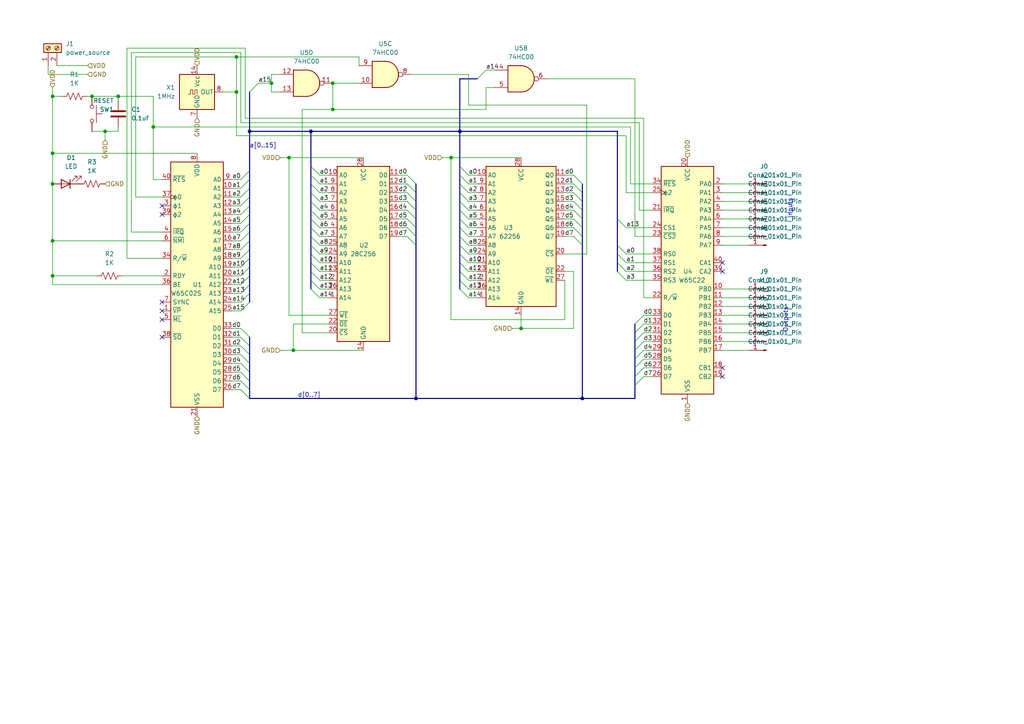
<source format=kicad_sch>
(kicad_sch (version 20230121) (generator eeschema)

  (uuid 28248d1b-65d0-4e2e-a100-551a14ee840a)

  (paper "A4")

  (title_block
    (title "6502")
    (date "09/08/23")
  )

  (lib_symbols
    (symbol "65xx-library:W65C02SxP" (in_bom yes) (on_board yes)
      (property "Reference" "U" (at 2.54 40.64 0)
        (effects (font (size 1.27 1.27)) (justify left))
      )
      (property "Value" "W65C02SxP" (at 2.54 38.1 0)
        (effects (font (size 1.27 1.27)) (justify left))
      )
      (property "Footprint" "Package_DIP:DIP-40_W15.24mm" (at 0 50.8 0)
        (effects (font (size 1.27 1.27)) hide)
      )
      (property "Datasheet" "http://www.westerndesigncenter.com/wdc/documentation/w65c02s.pdf" (at 0 48.26 0)
        (effects (font (size 1.27 1.27)) hide)
      )
      (property "ki_keywords" "6502 65C02 CPU uP" (at 0 0 0)
        (effects (font (size 1.27 1.27)) hide)
      )
      (property "ki_description" "8-bit CMOS General Purpose Microprocessor, DIP-40" (at 0 0 0)
        (effects (font (size 1.27 1.27)) hide)
      )
      (property "ki_fp_filters" "DIP*W15.24mm*" (at 0 0 0)
        (effects (font (size 1.27 1.27)) hide)
      )
      (symbol "W65C02SxP_0_1"
        (rectangle (start -7.62 35.56) (end 7.62 -35.56)
          (stroke (width 0.254) (type default))
          (fill (type background))
        )
      )
      (symbol "W65C02SxP_1_1"
        (pin output line (at -10.16 -7.62 0) (length 2.54)
          (name "~{VP}" (effects (font (size 1.27 1.27))))
          (number "1" (effects (font (size 1.27 1.27))))
        )
        (pin tri_state line (at 10.16 27.94 180) (length 2.54)
          (name "A1" (effects (font (size 1.27 1.27))))
          (number "10" (effects (font (size 1.27 1.27))))
        )
        (pin tri_state line (at 10.16 25.4 180) (length 2.54)
          (name "A2" (effects (font (size 1.27 1.27))))
          (number "11" (effects (font (size 1.27 1.27))))
        )
        (pin tri_state line (at 10.16 22.86 180) (length 2.54)
          (name "A3" (effects (font (size 1.27 1.27))))
          (number "12" (effects (font (size 1.27 1.27))))
        )
        (pin tri_state line (at 10.16 20.32 180) (length 2.54)
          (name "A4" (effects (font (size 1.27 1.27))))
          (number "13" (effects (font (size 1.27 1.27))))
        )
        (pin tri_state line (at 10.16 17.78 180) (length 2.54)
          (name "A5" (effects (font (size 1.27 1.27))))
          (number "14" (effects (font (size 1.27 1.27))))
        )
        (pin tri_state line (at 10.16 15.24 180) (length 2.54)
          (name "A6" (effects (font (size 1.27 1.27))))
          (number "15" (effects (font (size 1.27 1.27))))
        )
        (pin tri_state line (at 10.16 12.7 180) (length 2.54)
          (name "A7" (effects (font (size 1.27 1.27))))
          (number "16" (effects (font (size 1.27 1.27))))
        )
        (pin tri_state line (at 10.16 10.16 180) (length 2.54)
          (name "A8" (effects (font (size 1.27 1.27))))
          (number "17" (effects (font (size 1.27 1.27))))
        )
        (pin tri_state line (at 10.16 7.62 180) (length 2.54)
          (name "A9" (effects (font (size 1.27 1.27))))
          (number "18" (effects (font (size 1.27 1.27))))
        )
        (pin tri_state line (at 10.16 5.08 180) (length 2.54)
          (name "A10" (effects (font (size 1.27 1.27))))
          (number "19" (effects (font (size 1.27 1.27))))
        )
        (pin open_collector line (at -10.16 2.54 0) (length 2.54)
          (name "RDY" (effects (font (size 1.27 1.27))))
          (number "2" (effects (font (size 1.27 1.27))))
        )
        (pin tri_state line (at 10.16 2.54 180) (length 2.54)
          (name "A11" (effects (font (size 1.27 1.27))))
          (number "20" (effects (font (size 1.27 1.27))))
        )
        (pin power_in line (at 0 -38.1 90) (length 2.54)
          (name "VSS" (effects (font (size 1.27 1.27))))
          (number "21" (effects (font (size 1.27 1.27))))
        )
        (pin tri_state line (at 10.16 0 180) (length 2.54)
          (name "A12" (effects (font (size 1.27 1.27))))
          (number "22" (effects (font (size 1.27 1.27))))
        )
        (pin tri_state line (at 10.16 -2.54 180) (length 2.54)
          (name "A13" (effects (font (size 1.27 1.27))))
          (number "23" (effects (font (size 1.27 1.27))))
        )
        (pin tri_state line (at 10.16 -5.08 180) (length 2.54)
          (name "A14" (effects (font (size 1.27 1.27))))
          (number "24" (effects (font (size 1.27 1.27))))
        )
        (pin tri_state line (at 10.16 -7.62 180) (length 2.54)
          (name "A15" (effects (font (size 1.27 1.27))))
          (number "25" (effects (font (size 1.27 1.27))))
        )
        (pin bidirectional line (at 10.16 -30.48 180) (length 2.54)
          (name "D7" (effects (font (size 1.27 1.27))))
          (number "26" (effects (font (size 1.27 1.27))))
        )
        (pin bidirectional line (at 10.16 -27.94 180) (length 2.54)
          (name "D6" (effects (font (size 1.27 1.27))))
          (number "27" (effects (font (size 1.27 1.27))))
        )
        (pin bidirectional line (at 10.16 -25.4 180) (length 2.54)
          (name "D5" (effects (font (size 1.27 1.27))))
          (number "28" (effects (font (size 1.27 1.27))))
        )
        (pin bidirectional line (at 10.16 -22.86 180) (length 2.54)
          (name "D4" (effects (font (size 1.27 1.27))))
          (number "29" (effects (font (size 1.27 1.27))))
        )
        (pin output line (at -10.16 22.86 0) (length 2.54)
          (name "ϕ1" (effects (font (size 1.27 1.27))))
          (number "3" (effects (font (size 1.27 1.27))))
        )
        (pin bidirectional line (at 10.16 -20.32 180) (length 2.54)
          (name "D3" (effects (font (size 1.27 1.27))))
          (number "30" (effects (font (size 1.27 1.27))))
        )
        (pin bidirectional line (at 10.16 -17.78 180) (length 2.54)
          (name "D2" (effects (font (size 1.27 1.27))))
          (number "31" (effects (font (size 1.27 1.27))))
        )
        (pin bidirectional line (at 10.16 -15.24 180) (length 2.54)
          (name "D1" (effects (font (size 1.27 1.27))))
          (number "32" (effects (font (size 1.27 1.27))))
        )
        (pin bidirectional line (at 10.16 -12.7 180) (length 2.54)
          (name "D0" (effects (font (size 1.27 1.27))))
          (number "33" (effects (font (size 1.27 1.27))))
        )
        (pin tri_state line (at -10.16 7.62 0) (length 2.54)
          (name "R/~{W}" (effects (font (size 1.27 1.27))))
          (number "34" (effects (font (size 1.27 1.27))))
        )
        (pin no_connect non_logic (at -7.62 -30.48 0) (length 2.54) hide
          (name "nc" (effects (font (size 1.27 1.27))))
          (number "35" (effects (font (size 1.27 1.27))))
        )
        (pin input line (at -10.16 0 0) (length 2.54)
          (name "BE" (effects (font (size 1.27 1.27))))
          (number "36" (effects (font (size 1.27 1.27))))
        )
        (pin input clock (at -10.16 25.4 0) (length 2.54)
          (name "ϕ0" (effects (font (size 1.27 1.27))))
          (number "37" (effects (font (size 1.27 1.27))))
        )
        (pin input line (at -10.16 -15.24 0) (length 2.54)
          (name "~{SO}" (effects (font (size 1.27 1.27))))
          (number "38" (effects (font (size 1.27 1.27))))
        )
        (pin output line (at -10.16 20.32 0) (length 2.54)
          (name "ϕ2" (effects (font (size 1.27 1.27))))
          (number "39" (effects (font (size 1.27 1.27))))
        )
        (pin input line (at -10.16 15.24 0) (length 2.54)
          (name "~{IRQ}" (effects (font (size 1.27 1.27))))
          (number "4" (effects (font (size 1.27 1.27))))
        )
        (pin input line (at -10.16 30.48 0) (length 2.54)
          (name "~{RES}" (effects (font (size 1.27 1.27))))
          (number "40" (effects (font (size 1.27 1.27))))
        )
        (pin output line (at -10.16 -10.16 0) (length 2.54)
          (name "~{ML}" (effects (font (size 1.27 1.27))))
          (number "5" (effects (font (size 1.27 1.27))))
        )
        (pin input line (at -10.16 12.7 0) (length 2.54)
          (name "~{NMI}" (effects (font (size 1.27 1.27))))
          (number "6" (effects (font (size 1.27 1.27))))
        )
        (pin output line (at -10.16 -5.08 0) (length 2.54)
          (name "SYNC" (effects (font (size 1.27 1.27))))
          (number "7" (effects (font (size 1.27 1.27))))
        )
        (pin power_in line (at 0 38.1 270) (length 2.54)
          (name "VDD" (effects (font (size 1.27 1.27))))
          (number "8" (effects (font (size 1.27 1.27))))
        )
        (pin tri_state line (at 10.16 30.48 180) (length 2.54)
          (name "A0" (effects (font (size 1.27 1.27))))
          (number "9" (effects (font (size 1.27 1.27))))
        )
      )
    )
    (symbol "65xx-library:W65C22NxP" (in_bom yes) (on_board yes)
      (property "Reference" "U" (at 2.54 38.1 0)
        (effects (font (size 1.27 1.27)) (justify left))
      )
      (property "Value" "W65C22NxP" (at 2.54 35.56 0)
        (effects (font (size 1.27 1.27)) (justify left))
      )
      (property "Footprint" "Package_DIP:DIP-40_W15.24mm" (at 0 48.26 0)
        (effects (font (size 1.27 1.27)) hide)
      )
      (property "Datasheet" "http://www.westerndesigncenter.com/wdc/documentation/w65c22.pdf" (at 0 45.72 0)
        (effects (font (size 1.27 1.27)) hide)
      )
      (property "ki_keywords" "6522 65C22 VIA I/O" (at 0 0 0)
        (effects (font (size 1.27 1.27)) hide)
      )
      (property "ki_description" "CMOS Versatile Interface Adapter (VIA), 20-pin I/O, 2 Timer/Counters, NMOS-Compatible, DIP-40" (at 0 0 0)
        (effects (font (size 1.27 1.27)) hide)
      )
      (property "ki_fp_filters" "DIP*W15.24mm*" (at 0 0 0)
        (effects (font (size 1.27 1.27)) hide)
      )
      (symbol "W65C22NxP_0_1"
        (rectangle (start -7.62 33.02) (end 7.62 -33.02)
          (stroke (width 0.254) (type default))
          (fill (type background))
        )
      )
      (symbol "W65C22NxP_1_1"
        (pin power_in line (at 0 -35.56 90) (length 2.54)
          (name "VSS" (effects (font (size 1.27 1.27))))
          (number "1" (effects (font (size 1.27 1.27))))
        )
        (pin bidirectional line (at 10.16 -2.54 180) (length 2.54)
          (name "PB0" (effects (font (size 1.27 1.27))))
          (number "10" (effects (font (size 1.27 1.27))))
        )
        (pin bidirectional line (at 10.16 -5.08 180) (length 2.54)
          (name "PB1" (effects (font (size 1.27 1.27))))
          (number "11" (effects (font (size 1.27 1.27))))
        )
        (pin bidirectional line (at 10.16 -7.62 180) (length 2.54)
          (name "PB2" (effects (font (size 1.27 1.27))))
          (number "12" (effects (font (size 1.27 1.27))))
        )
        (pin bidirectional line (at 10.16 -10.16 180) (length 2.54)
          (name "PB3" (effects (font (size 1.27 1.27))))
          (number "13" (effects (font (size 1.27 1.27))))
        )
        (pin bidirectional line (at 10.16 -12.7 180) (length 2.54)
          (name "PB4" (effects (font (size 1.27 1.27))))
          (number "14" (effects (font (size 1.27 1.27))))
        )
        (pin bidirectional line (at 10.16 -15.24 180) (length 2.54)
          (name "PB5" (effects (font (size 1.27 1.27))))
          (number "15" (effects (font (size 1.27 1.27))))
        )
        (pin bidirectional line (at 10.16 -17.78 180) (length 2.54)
          (name "PB6" (effects (font (size 1.27 1.27))))
          (number "16" (effects (font (size 1.27 1.27))))
        )
        (pin bidirectional line (at 10.16 -20.32 180) (length 2.54)
          (name "PB7" (effects (font (size 1.27 1.27))))
          (number "17" (effects (font (size 1.27 1.27))))
        )
        (pin input line (at 10.16 -25.4 180) (length 2.54)
          (name "CB1" (effects (font (size 1.27 1.27))))
          (number "18" (effects (font (size 1.27 1.27))))
        )
        (pin bidirectional line (at 10.16 -27.94 180) (length 2.54)
          (name "CB2" (effects (font (size 1.27 1.27))))
          (number "19" (effects (font (size 1.27 1.27))))
        )
        (pin bidirectional line (at 10.16 27.94 180) (length 2.54)
          (name "PA0" (effects (font (size 1.27 1.27))))
          (number "2" (effects (font (size 1.27 1.27))))
        )
        (pin power_in line (at 0 35.56 270) (length 2.54)
          (name "VCC" (effects (font (size 1.27 1.27))))
          (number "20" (effects (font (size 1.27 1.27))))
        )
        (pin open_collector line (at -10.16 20.32 0) (length 2.54)
          (name "~{IRQ}" (effects (font (size 1.27 1.27))))
          (number "21" (effects (font (size 1.27 1.27))))
        )
        (pin input line (at -10.16 -5.08 0) (length 2.54)
          (name "R/~{W}" (effects (font (size 1.27 1.27))))
          (number "22" (effects (font (size 1.27 1.27))))
        )
        (pin input line (at -10.16 12.7 0) (length 2.54)
          (name "~{CS2}" (effects (font (size 1.27 1.27))))
          (number "23" (effects (font (size 1.27 1.27))))
        )
        (pin input line (at -10.16 15.24 0) (length 2.54)
          (name "CS1" (effects (font (size 1.27 1.27))))
          (number "24" (effects (font (size 1.27 1.27))))
        )
        (pin input clock (at -10.16 25.4 0) (length 2.54)
          (name "ϕ2" (effects (font (size 1.27 1.27))))
          (number "25" (effects (font (size 1.27 1.27))))
        )
        (pin bidirectional line (at -10.16 -27.94 0) (length 2.54)
          (name "D7" (effects (font (size 1.27 1.27))))
          (number "26" (effects (font (size 1.27 1.27))))
        )
        (pin bidirectional line (at -10.16 -25.4 0) (length 2.54)
          (name "D6" (effects (font (size 1.27 1.27))))
          (number "27" (effects (font (size 1.27 1.27))))
        )
        (pin bidirectional line (at -10.16 -22.86 0) (length 2.54)
          (name "D5" (effects (font (size 1.27 1.27))))
          (number "28" (effects (font (size 1.27 1.27))))
        )
        (pin bidirectional line (at -10.16 -20.32 0) (length 2.54)
          (name "D4" (effects (font (size 1.27 1.27))))
          (number "29" (effects (font (size 1.27 1.27))))
        )
        (pin bidirectional line (at 10.16 25.4 180) (length 2.54)
          (name "PA1" (effects (font (size 1.27 1.27))))
          (number "3" (effects (font (size 1.27 1.27))))
        )
        (pin bidirectional line (at -10.16 -17.78 0) (length 2.54)
          (name "D3" (effects (font (size 1.27 1.27))))
          (number "30" (effects (font (size 1.27 1.27))))
        )
        (pin bidirectional line (at -10.16 -15.24 0) (length 2.54)
          (name "D2" (effects (font (size 1.27 1.27))))
          (number "31" (effects (font (size 1.27 1.27))))
        )
        (pin bidirectional line (at -10.16 -12.7 0) (length 2.54)
          (name "D1" (effects (font (size 1.27 1.27))))
          (number "32" (effects (font (size 1.27 1.27))))
        )
        (pin bidirectional line (at -10.16 -10.16 0) (length 2.54)
          (name "D0" (effects (font (size 1.27 1.27))))
          (number "33" (effects (font (size 1.27 1.27))))
        )
        (pin input line (at -10.16 27.94 0) (length 2.54)
          (name "~{RES}" (effects (font (size 1.27 1.27))))
          (number "34" (effects (font (size 1.27 1.27))))
        )
        (pin input line (at -10.16 0 0) (length 2.54)
          (name "RS3" (effects (font (size 1.27 1.27))))
          (number "35" (effects (font (size 1.27 1.27))))
        )
        (pin input line (at -10.16 2.54 0) (length 2.54)
          (name "RS2" (effects (font (size 1.27 1.27))))
          (number "36" (effects (font (size 1.27 1.27))))
        )
        (pin input line (at -10.16 5.08 0) (length 2.54)
          (name "RS1" (effects (font (size 1.27 1.27))))
          (number "37" (effects (font (size 1.27 1.27))))
        )
        (pin input line (at -10.16 7.62 0) (length 2.54)
          (name "RS0" (effects (font (size 1.27 1.27))))
          (number "38" (effects (font (size 1.27 1.27))))
        )
        (pin bidirectional line (at 10.16 2.54 180) (length 2.54)
          (name "CA2" (effects (font (size 1.27 1.27))))
          (number "39" (effects (font (size 1.27 1.27))))
        )
        (pin bidirectional line (at 10.16 22.86 180) (length 2.54)
          (name "PA2" (effects (font (size 1.27 1.27))))
          (number "4" (effects (font (size 1.27 1.27))))
        )
        (pin input line (at 10.16 5.08 180) (length 2.54)
          (name "CA1" (effects (font (size 1.27 1.27))))
          (number "40" (effects (font (size 1.27 1.27))))
        )
        (pin bidirectional line (at 10.16 20.32 180) (length 2.54)
          (name "PA3" (effects (font (size 1.27 1.27))))
          (number "5" (effects (font (size 1.27 1.27))))
        )
        (pin bidirectional line (at 10.16 17.78 180) (length 2.54)
          (name "PA4" (effects (font (size 1.27 1.27))))
          (number "6" (effects (font (size 1.27 1.27))))
        )
        (pin bidirectional line (at 10.16 15.24 180) (length 2.54)
          (name "PA5" (effects (font (size 1.27 1.27))))
          (number "7" (effects (font (size 1.27 1.27))))
        )
        (pin bidirectional line (at 10.16 12.7 180) (length 2.54)
          (name "PA6" (effects (font (size 1.27 1.27))))
          (number "8" (effects (font (size 1.27 1.27))))
        )
        (pin bidirectional line (at 10.16 10.16 180) (length 2.54)
          (name "PA7" (effects (font (size 1.27 1.27))))
          (number "9" (effects (font (size 1.27 1.27))))
        )
      )
    )
    (symbol "74xx:74HC00" (pin_names (offset 1.016)) (in_bom yes) (on_board yes)
      (property "Reference" "U" (at 0 1.27 0)
        (effects (font (size 1.27 1.27)))
      )
      (property "Value" "74HC00" (at 0 -1.27 0)
        (effects (font (size 1.27 1.27)))
      )
      (property "Footprint" "" (at 0 0 0)
        (effects (font (size 1.27 1.27)) hide)
      )
      (property "Datasheet" "http://www.ti.com/lit/gpn/sn74hc00" (at 0 0 0)
        (effects (font (size 1.27 1.27)) hide)
      )
      (property "ki_locked" "" (at 0 0 0)
        (effects (font (size 1.27 1.27)))
      )
      (property "ki_keywords" "HCMOS nand 2-input" (at 0 0 0)
        (effects (font (size 1.27 1.27)) hide)
      )
      (property "ki_description" "quad 2-input NAND gate" (at 0 0 0)
        (effects (font (size 1.27 1.27)) hide)
      )
      (property "ki_fp_filters" "DIP*W7.62mm* SO14*" (at 0 0 0)
        (effects (font (size 1.27 1.27)) hide)
      )
      (symbol "74HC00_1_1"
        (arc (start 0 -3.81) (mid 3.7934 0) (end 0 3.81)
          (stroke (width 0.254) (type default))
          (fill (type background))
        )
        (polyline
          (pts
            (xy 0 3.81)
            (xy -3.81 3.81)
            (xy -3.81 -3.81)
            (xy 0 -3.81)
          )
          (stroke (width 0.254) (type default))
          (fill (type background))
        )
        (pin input line (at -7.62 2.54 0) (length 3.81)
          (name "~" (effects (font (size 1.27 1.27))))
          (number "1" (effects (font (size 1.27 1.27))))
        )
        (pin input line (at -7.62 -2.54 0) (length 3.81)
          (name "~" (effects (font (size 1.27 1.27))))
          (number "2" (effects (font (size 1.27 1.27))))
        )
        (pin output inverted (at 7.62 0 180) (length 3.81)
          (name "~" (effects (font (size 1.27 1.27))))
          (number "3" (effects (font (size 1.27 1.27))))
        )
      )
      (symbol "74HC00_1_2"
        (arc (start -3.81 -3.81) (mid -2.589 0) (end -3.81 3.81)
          (stroke (width 0.254) (type default))
          (fill (type none))
        )
        (arc (start -0.6096 -3.81) (mid 2.1842 -2.5851) (end 3.81 0)
          (stroke (width 0.254) (type default))
          (fill (type background))
        )
        (polyline
          (pts
            (xy -3.81 -3.81)
            (xy -0.635 -3.81)
          )
          (stroke (width 0.254) (type default))
          (fill (type background))
        )
        (polyline
          (pts
            (xy -3.81 3.81)
            (xy -0.635 3.81)
          )
          (stroke (width 0.254) (type default))
          (fill (type background))
        )
        (polyline
          (pts
            (xy -0.635 3.81)
            (xy -3.81 3.81)
            (xy -3.81 3.81)
            (xy -3.556 3.4036)
            (xy -3.0226 2.2606)
            (xy -2.6924 1.0414)
            (xy -2.6162 -0.254)
            (xy -2.7686 -1.4986)
            (xy -3.175 -2.7178)
            (xy -3.81 -3.81)
            (xy -3.81 -3.81)
            (xy -0.635 -3.81)
          )
          (stroke (width -25.4) (type default))
          (fill (type background))
        )
        (arc (start 3.81 0) (mid 2.1915 2.5936) (end -0.6096 3.81)
          (stroke (width 0.254) (type default))
          (fill (type background))
        )
        (pin input inverted (at -7.62 2.54 0) (length 4.318)
          (name "~" (effects (font (size 1.27 1.27))))
          (number "1" (effects (font (size 1.27 1.27))))
        )
        (pin input inverted (at -7.62 -2.54 0) (length 4.318)
          (name "~" (effects (font (size 1.27 1.27))))
          (number "2" (effects (font (size 1.27 1.27))))
        )
        (pin output line (at 7.62 0 180) (length 3.81)
          (name "~" (effects (font (size 1.27 1.27))))
          (number "3" (effects (font (size 1.27 1.27))))
        )
      )
      (symbol "74HC00_2_1"
        (arc (start 0 -3.81) (mid 3.7934 0) (end 0 3.81)
          (stroke (width 0.254) (type default))
          (fill (type background))
        )
        (polyline
          (pts
            (xy 0 3.81)
            (xy -3.81 3.81)
            (xy -3.81 -3.81)
            (xy 0 -3.81)
          )
          (stroke (width 0.254) (type default))
          (fill (type background))
        )
        (pin input line (at -7.62 2.54 0) (length 3.81)
          (name "~" (effects (font (size 1.27 1.27))))
          (number "4" (effects (font (size 1.27 1.27))))
        )
        (pin input line (at -7.62 -2.54 0) (length 3.81)
          (name "~" (effects (font (size 1.27 1.27))))
          (number "5" (effects (font (size 1.27 1.27))))
        )
        (pin output inverted (at 7.62 0 180) (length 3.81)
          (name "~" (effects (font (size 1.27 1.27))))
          (number "6" (effects (font (size 1.27 1.27))))
        )
      )
      (symbol "74HC00_2_2"
        (arc (start -3.81 -3.81) (mid -2.589 0) (end -3.81 3.81)
          (stroke (width 0.254) (type default))
          (fill (type none))
        )
        (arc (start -0.6096 -3.81) (mid 2.1842 -2.5851) (end 3.81 0)
          (stroke (width 0.254) (type default))
          (fill (type background))
        )
        (polyline
          (pts
            (xy -3.81 -3.81)
            (xy -0.635 -3.81)
          )
          (stroke (width 0.254) (type default))
          (fill (type background))
        )
        (polyline
          (pts
            (xy -3.81 3.81)
            (xy -0.635 3.81)
          )
          (stroke (width 0.254) (type default))
          (fill (type background))
        )
        (polyline
          (pts
            (xy -0.635 3.81)
            (xy -3.81 3.81)
            (xy -3.81 3.81)
            (xy -3.556 3.4036)
            (xy -3.0226 2.2606)
            (xy -2.6924 1.0414)
            (xy -2.6162 -0.254)
            (xy -2.7686 -1.4986)
            (xy -3.175 -2.7178)
            (xy -3.81 -3.81)
            (xy -3.81 -3.81)
            (xy -0.635 -3.81)
          )
          (stroke (width -25.4) (type default))
          (fill (type background))
        )
        (arc (start 3.81 0) (mid 2.1915 2.5936) (end -0.6096 3.81)
          (stroke (width 0.254) (type default))
          (fill (type background))
        )
        (pin input inverted (at -7.62 2.54 0) (length 4.318)
          (name "~" (effects (font (size 1.27 1.27))))
          (number "4" (effects (font (size 1.27 1.27))))
        )
        (pin input inverted (at -7.62 -2.54 0) (length 4.318)
          (name "~" (effects (font (size 1.27 1.27))))
          (number "5" (effects (font (size 1.27 1.27))))
        )
        (pin output line (at 7.62 0 180) (length 3.81)
          (name "~" (effects (font (size 1.27 1.27))))
          (number "6" (effects (font (size 1.27 1.27))))
        )
      )
      (symbol "74HC00_3_1"
        (arc (start 0 -3.81) (mid 3.7934 0) (end 0 3.81)
          (stroke (width 0.254) (type default))
          (fill (type background))
        )
        (polyline
          (pts
            (xy 0 3.81)
            (xy -3.81 3.81)
            (xy -3.81 -3.81)
            (xy 0 -3.81)
          )
          (stroke (width 0.254) (type default))
          (fill (type background))
        )
        (pin input line (at -7.62 -2.54 0) (length 3.81)
          (name "~" (effects (font (size 1.27 1.27))))
          (number "10" (effects (font (size 1.27 1.27))))
        )
        (pin output inverted (at 7.62 0 180) (length 3.81)
          (name "~" (effects (font (size 1.27 1.27))))
          (number "8" (effects (font (size 1.27 1.27))))
        )
        (pin input line (at -7.62 2.54 0) (length 3.81)
          (name "~" (effects (font (size 1.27 1.27))))
          (number "9" (effects (font (size 1.27 1.27))))
        )
      )
      (symbol "74HC00_3_2"
        (arc (start -3.81 -3.81) (mid -2.589 0) (end -3.81 3.81)
          (stroke (width 0.254) (type default))
          (fill (type none))
        )
        (arc (start -0.6096 -3.81) (mid 2.1842 -2.5851) (end 3.81 0)
          (stroke (width 0.254) (type default))
          (fill (type background))
        )
        (polyline
          (pts
            (xy -3.81 -3.81)
            (xy -0.635 -3.81)
          )
          (stroke (width 0.254) (type default))
          (fill (type background))
        )
        (polyline
          (pts
            (xy -3.81 3.81)
            (xy -0.635 3.81)
          )
          (stroke (width 0.254) (type default))
          (fill (type background))
        )
        (polyline
          (pts
            (xy -0.635 3.81)
            (xy -3.81 3.81)
            (xy -3.81 3.81)
            (xy -3.556 3.4036)
            (xy -3.0226 2.2606)
            (xy -2.6924 1.0414)
            (xy -2.6162 -0.254)
            (xy -2.7686 -1.4986)
            (xy -3.175 -2.7178)
            (xy -3.81 -3.81)
            (xy -3.81 -3.81)
            (xy -0.635 -3.81)
          )
          (stroke (width -25.4) (type default))
          (fill (type background))
        )
        (arc (start 3.81 0) (mid 2.1915 2.5936) (end -0.6096 3.81)
          (stroke (width 0.254) (type default))
          (fill (type background))
        )
        (pin input inverted (at -7.62 -2.54 0) (length 4.318)
          (name "~" (effects (font (size 1.27 1.27))))
          (number "10" (effects (font (size 1.27 1.27))))
        )
        (pin output line (at 7.62 0 180) (length 3.81)
          (name "~" (effects (font (size 1.27 1.27))))
          (number "8" (effects (font (size 1.27 1.27))))
        )
        (pin input inverted (at -7.62 2.54 0) (length 4.318)
          (name "~" (effects (font (size 1.27 1.27))))
          (number "9" (effects (font (size 1.27 1.27))))
        )
      )
      (symbol "74HC00_4_1"
        (arc (start 0 -3.81) (mid 3.7934 0) (end 0 3.81)
          (stroke (width 0.254) (type default))
          (fill (type background))
        )
        (polyline
          (pts
            (xy 0 3.81)
            (xy -3.81 3.81)
            (xy -3.81 -3.81)
            (xy 0 -3.81)
          )
          (stroke (width 0.254) (type default))
          (fill (type background))
        )
        (pin output inverted (at 7.62 0 180) (length 3.81)
          (name "~" (effects (font (size 1.27 1.27))))
          (number "11" (effects (font (size 1.27 1.27))))
        )
        (pin input line (at -7.62 2.54 0) (length 3.81)
          (name "~" (effects (font (size 1.27 1.27))))
          (number "12" (effects (font (size 1.27 1.27))))
        )
        (pin input line (at -7.62 -2.54 0) (length 3.81)
          (name "~" (effects (font (size 1.27 1.27))))
          (number "13" (effects (font (size 1.27 1.27))))
        )
      )
      (symbol "74HC00_4_2"
        (arc (start -3.81 -3.81) (mid -2.589 0) (end -3.81 3.81)
          (stroke (width 0.254) (type default))
          (fill (type none))
        )
        (arc (start -0.6096 -3.81) (mid 2.1842 -2.5851) (end 3.81 0)
          (stroke (width 0.254) (type default))
          (fill (type background))
        )
        (polyline
          (pts
            (xy -3.81 -3.81)
            (xy -0.635 -3.81)
          )
          (stroke (width 0.254) (type default))
          (fill (type background))
        )
        (polyline
          (pts
            (xy -3.81 3.81)
            (xy -0.635 3.81)
          )
          (stroke (width 0.254) (type default))
          (fill (type background))
        )
        (polyline
          (pts
            (xy -0.635 3.81)
            (xy -3.81 3.81)
            (xy -3.81 3.81)
            (xy -3.556 3.4036)
            (xy -3.0226 2.2606)
            (xy -2.6924 1.0414)
            (xy -2.6162 -0.254)
            (xy -2.7686 -1.4986)
            (xy -3.175 -2.7178)
            (xy -3.81 -3.81)
            (xy -3.81 -3.81)
            (xy -0.635 -3.81)
          )
          (stroke (width -25.4) (type default))
          (fill (type background))
        )
        (arc (start 3.81 0) (mid 2.1915 2.5936) (end -0.6096 3.81)
          (stroke (width 0.254) (type default))
          (fill (type background))
        )
        (pin output line (at 7.62 0 180) (length 3.81)
          (name "~" (effects (font (size 1.27 1.27))))
          (number "11" (effects (font (size 1.27 1.27))))
        )
        (pin input inverted (at -7.62 2.54 0) (length 4.318)
          (name "~" (effects (font (size 1.27 1.27))))
          (number "12" (effects (font (size 1.27 1.27))))
        )
        (pin input inverted (at -7.62 -2.54 0) (length 4.318)
          (name "~" (effects (font (size 1.27 1.27))))
          (number "13" (effects (font (size 1.27 1.27))))
        )
      )
      (symbol "74HC00_5_0"
        (pin power_in line (at 0 12.7 270) (length 5.08)
          (name "VCC" (effects (font (size 1.27 1.27))))
          (number "14" (effects (font (size 1.27 1.27))))
        )
        (pin power_in line (at 0 -12.7 90) (length 5.08)
          (name "GND" (effects (font (size 1.27 1.27))))
          (number "7" (effects (font (size 1.27 1.27))))
        )
      )
      (symbol "74HC00_5_1"
        (rectangle (start -5.08 7.62) (end 5.08 -7.62)
          (stroke (width 0.254) (type default))
          (fill (type background))
        )
      )
    )
    (symbol "Connector:Conn_01x01_Pin" (pin_names (offset 1.016) hide) (in_bom yes) (on_board yes)
      (property "Reference" "J" (at 0 2.54 0)
        (effects (font (size 1.27 1.27)))
      )
      (property "Value" "Conn_01x01_Pin" (at 0 -2.54 0)
        (effects (font (size 1.27 1.27)))
      )
      (property "Footprint" "" (at 0 0 0)
        (effects (font (size 1.27 1.27)) hide)
      )
      (property "Datasheet" "~" (at 0 0 0)
        (effects (font (size 1.27 1.27)) hide)
      )
      (property "ki_locked" "" (at 0 0 0)
        (effects (font (size 1.27 1.27)))
      )
      (property "ki_keywords" "connector" (at 0 0 0)
        (effects (font (size 1.27 1.27)) hide)
      )
      (property "ki_description" "Generic connector, single row, 01x01, script generated" (at 0 0 0)
        (effects (font (size 1.27 1.27)) hide)
      )
      (property "ki_fp_filters" "Connector*:*_1x??_*" (at 0 0 0)
        (effects (font (size 1.27 1.27)) hide)
      )
      (symbol "Conn_01x01_Pin_1_1"
        (polyline
          (pts
            (xy 1.27 0)
            (xy 0.8636 0)
          )
          (stroke (width 0.1524) (type default))
          (fill (type none))
        )
        (rectangle (start 0.8636 0.127) (end 0 -0.127)
          (stroke (width 0.1524) (type default))
          (fill (type outline))
        )
        (pin passive line (at 5.08 0 180) (length 3.81)
          (name "Pin_1" (effects (font (size 1.27 1.27))))
          (number "1" (effects (font (size 1.27 1.27))))
        )
      )
    )
    (symbol "Connector:Screw_Terminal_01x02" (pin_names (offset 1.016) hide) (in_bom yes) (on_board yes)
      (property "Reference" "J" (at 0 2.54 0)
        (effects (font (size 1.27 1.27)))
      )
      (property "Value" "Screw_Terminal_01x02" (at 0 -5.08 0)
        (effects (font (size 1.27 1.27)))
      )
      (property "Footprint" "" (at 0 0 0)
        (effects (font (size 1.27 1.27)) hide)
      )
      (property "Datasheet" "~" (at 0 0 0)
        (effects (font (size 1.27 1.27)) hide)
      )
      (property "ki_keywords" "screw terminal" (at 0 0 0)
        (effects (font (size 1.27 1.27)) hide)
      )
      (property "ki_description" "Generic screw terminal, single row, 01x02, script generated (kicad-library-utils/schlib/autogen/connector/)" (at 0 0 0)
        (effects (font (size 1.27 1.27)) hide)
      )
      (property "ki_fp_filters" "TerminalBlock*:*" (at 0 0 0)
        (effects (font (size 1.27 1.27)) hide)
      )
      (symbol "Screw_Terminal_01x02_1_1"
        (rectangle (start -1.27 1.27) (end 1.27 -3.81)
          (stroke (width 0.254) (type default))
          (fill (type background))
        )
        (circle (center 0 -2.54) (radius 0.635)
          (stroke (width 0.1524) (type default))
          (fill (type none))
        )
        (polyline
          (pts
            (xy -0.5334 -2.2098)
            (xy 0.3302 -3.048)
          )
          (stroke (width 0.1524) (type default))
          (fill (type none))
        )
        (polyline
          (pts
            (xy -0.5334 0.3302)
            (xy 0.3302 -0.508)
          )
          (stroke (width 0.1524) (type default))
          (fill (type none))
        )
        (polyline
          (pts
            (xy -0.3556 -2.032)
            (xy 0.508 -2.8702)
          )
          (stroke (width 0.1524) (type default))
          (fill (type none))
        )
        (polyline
          (pts
            (xy -0.3556 0.508)
            (xy 0.508 -0.3302)
          )
          (stroke (width 0.1524) (type default))
          (fill (type none))
        )
        (circle (center 0 0) (radius 0.635)
          (stroke (width 0.1524) (type default))
          (fill (type none))
        )
        (pin passive line (at -5.08 0 0) (length 3.81)
          (name "Pin_1" (effects (font (size 1.27 1.27))))
          (number "1" (effects (font (size 1.27 1.27))))
        )
        (pin passive line (at -5.08 -2.54 0) (length 3.81)
          (name "Pin_2" (effects (font (size 1.27 1.27))))
          (number "2" (effects (font (size 1.27 1.27))))
        )
      )
    )
    (symbol "Device:C" (pin_numbers hide) (pin_names (offset 0.254)) (in_bom yes) (on_board yes)
      (property "Reference" "C" (at 0.635 2.54 0)
        (effects (font (size 1.27 1.27)) (justify left))
      )
      (property "Value" "C" (at 0.635 -2.54 0)
        (effects (font (size 1.27 1.27)) (justify left))
      )
      (property "Footprint" "" (at 0.9652 -3.81 0)
        (effects (font (size 1.27 1.27)) hide)
      )
      (property "Datasheet" "~" (at 0 0 0)
        (effects (font (size 1.27 1.27)) hide)
      )
      (property "ki_keywords" "cap capacitor" (at 0 0 0)
        (effects (font (size 1.27 1.27)) hide)
      )
      (property "ki_description" "Unpolarized capacitor" (at 0 0 0)
        (effects (font (size 1.27 1.27)) hide)
      )
      (property "ki_fp_filters" "C_*" (at 0 0 0)
        (effects (font (size 1.27 1.27)) hide)
      )
      (symbol "C_0_1"
        (polyline
          (pts
            (xy -2.032 -0.762)
            (xy 2.032 -0.762)
          )
          (stroke (width 0.508) (type default))
          (fill (type none))
        )
        (polyline
          (pts
            (xy -2.032 0.762)
            (xy 2.032 0.762)
          )
          (stroke (width 0.508) (type default))
          (fill (type none))
        )
      )
      (symbol "C_1_1"
        (pin passive line (at 0 3.81 270) (length 2.794)
          (name "~" (effects (font (size 1.27 1.27))))
          (number "1" (effects (font (size 1.27 1.27))))
        )
        (pin passive line (at 0 -3.81 90) (length 2.794)
          (name "~" (effects (font (size 1.27 1.27))))
          (number "2" (effects (font (size 1.27 1.27))))
        )
      )
    )
    (symbol "Device:LED" (pin_numbers hide) (pin_names (offset 1.016) hide) (in_bom yes) (on_board yes)
      (property "Reference" "D" (at 0 2.54 0)
        (effects (font (size 1.27 1.27)))
      )
      (property "Value" "LED" (at 0 -2.54 0)
        (effects (font (size 1.27 1.27)))
      )
      (property "Footprint" "" (at 0 0 0)
        (effects (font (size 1.27 1.27)) hide)
      )
      (property "Datasheet" "~" (at 0 0 0)
        (effects (font (size 1.27 1.27)) hide)
      )
      (property "ki_keywords" "LED diode" (at 0 0 0)
        (effects (font (size 1.27 1.27)) hide)
      )
      (property "ki_description" "Light emitting diode" (at 0 0 0)
        (effects (font (size 1.27 1.27)) hide)
      )
      (property "ki_fp_filters" "LED* LED_SMD:* LED_THT:*" (at 0 0 0)
        (effects (font (size 1.27 1.27)) hide)
      )
      (symbol "LED_0_1"
        (polyline
          (pts
            (xy -1.27 -1.27)
            (xy -1.27 1.27)
          )
          (stroke (width 0.254) (type default))
          (fill (type none))
        )
        (polyline
          (pts
            (xy -1.27 0)
            (xy 1.27 0)
          )
          (stroke (width 0) (type default))
          (fill (type none))
        )
        (polyline
          (pts
            (xy 1.27 -1.27)
            (xy 1.27 1.27)
            (xy -1.27 0)
            (xy 1.27 -1.27)
          )
          (stroke (width 0.254) (type default))
          (fill (type none))
        )
        (polyline
          (pts
            (xy -3.048 -0.762)
            (xy -4.572 -2.286)
            (xy -3.81 -2.286)
            (xy -4.572 -2.286)
            (xy -4.572 -1.524)
          )
          (stroke (width 0) (type default))
          (fill (type none))
        )
        (polyline
          (pts
            (xy -1.778 -0.762)
            (xy -3.302 -2.286)
            (xy -2.54 -2.286)
            (xy -3.302 -2.286)
            (xy -3.302 -1.524)
          )
          (stroke (width 0) (type default))
          (fill (type none))
        )
      )
      (symbol "LED_1_1"
        (pin passive line (at -3.81 0 0) (length 2.54)
          (name "K" (effects (font (size 1.27 1.27))))
          (number "1" (effects (font (size 1.27 1.27))))
        )
        (pin passive line (at 3.81 0 180) (length 2.54)
          (name "A" (effects (font (size 1.27 1.27))))
          (number "2" (effects (font (size 1.27 1.27))))
        )
      )
    )
    (symbol "Device:R_US" (pin_numbers hide) (pin_names (offset 0)) (in_bom yes) (on_board yes)
      (property "Reference" "R" (at 2.54 0 90)
        (effects (font (size 1.27 1.27)))
      )
      (property "Value" "R_US" (at -2.54 0 90)
        (effects (font (size 1.27 1.27)))
      )
      (property "Footprint" "" (at 1.016 -0.254 90)
        (effects (font (size 1.27 1.27)) hide)
      )
      (property "Datasheet" "~" (at 0 0 0)
        (effects (font (size 1.27 1.27)) hide)
      )
      (property "ki_keywords" "R res resistor" (at 0 0 0)
        (effects (font (size 1.27 1.27)) hide)
      )
      (property "ki_description" "Resistor, US symbol" (at 0 0 0)
        (effects (font (size 1.27 1.27)) hide)
      )
      (property "ki_fp_filters" "R_*" (at 0 0 0)
        (effects (font (size 1.27 1.27)) hide)
      )
      (symbol "R_US_0_1"
        (polyline
          (pts
            (xy 0 -2.286)
            (xy 0 -2.54)
          )
          (stroke (width 0) (type default))
          (fill (type none))
        )
        (polyline
          (pts
            (xy 0 2.286)
            (xy 0 2.54)
          )
          (stroke (width 0) (type default))
          (fill (type none))
        )
        (polyline
          (pts
            (xy 0 -0.762)
            (xy 1.016 -1.143)
            (xy 0 -1.524)
            (xy -1.016 -1.905)
            (xy 0 -2.286)
          )
          (stroke (width 0) (type default))
          (fill (type none))
        )
        (polyline
          (pts
            (xy 0 0.762)
            (xy 1.016 0.381)
            (xy 0 0)
            (xy -1.016 -0.381)
            (xy 0 -0.762)
          )
          (stroke (width 0) (type default))
          (fill (type none))
        )
        (polyline
          (pts
            (xy 0 2.286)
            (xy 1.016 1.905)
            (xy 0 1.524)
            (xy -1.016 1.143)
            (xy 0 0.762)
          )
          (stroke (width 0) (type default))
          (fill (type none))
        )
      )
      (symbol "R_US_1_1"
        (pin passive line (at 0 3.81 270) (length 1.27)
          (name "~" (effects (font (size 1.27 1.27))))
          (number "1" (effects (font (size 1.27 1.27))))
        )
        (pin passive line (at 0 -3.81 90) (length 1.27)
          (name "~" (effects (font (size 1.27 1.27))))
          (number "2" (effects (font (size 1.27 1.27))))
        )
      )
    )
    (symbol "Memory_EEPROM:28C256" (in_bom yes) (on_board yes)
      (property "Reference" "U" (at -7.62 26.67 0)
        (effects (font (size 1.27 1.27)))
      )
      (property "Value" "28C256" (at 2.54 -26.67 0)
        (effects (font (size 1.27 1.27)) (justify left))
      )
      (property "Footprint" "" (at 0 0 0)
        (effects (font (size 1.27 1.27)) hide)
      )
      (property "Datasheet" "http://ww1.microchip.com/downloads/en/DeviceDoc/doc0006.pdf" (at 0 0 0)
        (effects (font (size 1.27 1.27)) hide)
      )
      (property "ki_keywords" "Parallel EEPROM 256Kb" (at 0 0 0)
        (effects (font (size 1.27 1.27)) hide)
      )
      (property "ki_description" "Paged Parallel EEPROM 256Kb (32K x 8), DIP-28/SOIC-28" (at 0 0 0)
        (effects (font (size 1.27 1.27)) hide)
      )
      (property "ki_fp_filters" "DIP*W15.24mm* SOIC*7.5x17.9mm*P1.27mm*" (at 0 0 0)
        (effects (font (size 1.27 1.27)) hide)
      )
      (symbol "28C256_1_1"
        (rectangle (start -7.62 25.4) (end 7.62 -25.4)
          (stroke (width 0.254) (type default))
          (fill (type background))
        )
        (pin input line (at -10.16 -12.7 0) (length 2.54)
          (name "A14" (effects (font (size 1.27 1.27))))
          (number "1" (effects (font (size 1.27 1.27))))
        )
        (pin input line (at -10.16 22.86 0) (length 2.54)
          (name "A0" (effects (font (size 1.27 1.27))))
          (number "10" (effects (font (size 1.27 1.27))))
        )
        (pin tri_state line (at 10.16 22.86 180) (length 2.54)
          (name "D0" (effects (font (size 1.27 1.27))))
          (number "11" (effects (font (size 1.27 1.27))))
        )
        (pin tri_state line (at 10.16 20.32 180) (length 2.54)
          (name "D1" (effects (font (size 1.27 1.27))))
          (number "12" (effects (font (size 1.27 1.27))))
        )
        (pin tri_state line (at 10.16 17.78 180) (length 2.54)
          (name "D2" (effects (font (size 1.27 1.27))))
          (number "13" (effects (font (size 1.27 1.27))))
        )
        (pin power_in line (at 0 -27.94 90) (length 2.54)
          (name "GND" (effects (font (size 1.27 1.27))))
          (number "14" (effects (font (size 1.27 1.27))))
        )
        (pin tri_state line (at 10.16 15.24 180) (length 2.54)
          (name "D3" (effects (font (size 1.27 1.27))))
          (number "15" (effects (font (size 1.27 1.27))))
        )
        (pin tri_state line (at 10.16 12.7 180) (length 2.54)
          (name "D4" (effects (font (size 1.27 1.27))))
          (number "16" (effects (font (size 1.27 1.27))))
        )
        (pin tri_state line (at 10.16 10.16 180) (length 2.54)
          (name "D5" (effects (font (size 1.27 1.27))))
          (number "17" (effects (font (size 1.27 1.27))))
        )
        (pin tri_state line (at 10.16 7.62 180) (length 2.54)
          (name "D6" (effects (font (size 1.27 1.27))))
          (number "18" (effects (font (size 1.27 1.27))))
        )
        (pin tri_state line (at 10.16 5.08 180) (length 2.54)
          (name "D7" (effects (font (size 1.27 1.27))))
          (number "19" (effects (font (size 1.27 1.27))))
        )
        (pin input line (at -10.16 -7.62 0) (length 2.54)
          (name "A12" (effects (font (size 1.27 1.27))))
          (number "2" (effects (font (size 1.27 1.27))))
        )
        (pin input line (at -10.16 -22.86 0) (length 2.54)
          (name "~{CS}" (effects (font (size 1.27 1.27))))
          (number "20" (effects (font (size 1.27 1.27))))
        )
        (pin input line (at -10.16 -2.54 0) (length 2.54)
          (name "A10" (effects (font (size 1.27 1.27))))
          (number "21" (effects (font (size 1.27 1.27))))
        )
        (pin input line (at -10.16 -20.32 0) (length 2.54)
          (name "~{OE}" (effects (font (size 1.27 1.27))))
          (number "22" (effects (font (size 1.27 1.27))))
        )
        (pin input line (at -10.16 -5.08 0) (length 2.54)
          (name "A11" (effects (font (size 1.27 1.27))))
          (number "23" (effects (font (size 1.27 1.27))))
        )
        (pin input line (at -10.16 0 0) (length 2.54)
          (name "A9" (effects (font (size 1.27 1.27))))
          (number "24" (effects (font (size 1.27 1.27))))
        )
        (pin input line (at -10.16 2.54 0) (length 2.54)
          (name "A8" (effects (font (size 1.27 1.27))))
          (number "25" (effects (font (size 1.27 1.27))))
        )
        (pin input line (at -10.16 -10.16 0) (length 2.54)
          (name "A13" (effects (font (size 1.27 1.27))))
          (number "26" (effects (font (size 1.27 1.27))))
        )
        (pin input line (at -10.16 -17.78 0) (length 2.54)
          (name "~{WE}" (effects (font (size 1.27 1.27))))
          (number "27" (effects (font (size 1.27 1.27))))
        )
        (pin power_in line (at 0 27.94 270) (length 2.54)
          (name "VCC" (effects (font (size 1.27 1.27))))
          (number "28" (effects (font (size 1.27 1.27))))
        )
        (pin input line (at -10.16 5.08 0) (length 2.54)
          (name "A7" (effects (font (size 1.27 1.27))))
          (number "3" (effects (font (size 1.27 1.27))))
        )
        (pin input line (at -10.16 7.62 0) (length 2.54)
          (name "A6" (effects (font (size 1.27 1.27))))
          (number "4" (effects (font (size 1.27 1.27))))
        )
        (pin input line (at -10.16 10.16 0) (length 2.54)
          (name "A5" (effects (font (size 1.27 1.27))))
          (number "5" (effects (font (size 1.27 1.27))))
        )
        (pin input line (at -10.16 12.7 0) (length 2.54)
          (name "A4" (effects (font (size 1.27 1.27))))
          (number "6" (effects (font (size 1.27 1.27))))
        )
        (pin input line (at -10.16 15.24 0) (length 2.54)
          (name "A3" (effects (font (size 1.27 1.27))))
          (number "7" (effects (font (size 1.27 1.27))))
        )
        (pin input line (at -10.16 17.78 0) (length 2.54)
          (name "A2" (effects (font (size 1.27 1.27))))
          (number "8" (effects (font (size 1.27 1.27))))
        )
        (pin input line (at -10.16 20.32 0) (length 2.54)
          (name "A1" (effects (font (size 1.27 1.27))))
          (number "9" (effects (font (size 1.27 1.27))))
        )
      )
    )
    (symbol "Memory_RAM:CY62256-70PC" (in_bom yes) (on_board yes)
      (property "Reference" "U" (at -10.16 20.955 0)
        (effects (font (size 1.27 1.27)) (justify left bottom))
      )
      (property "Value" "CY62256-70PC" (at 2.54 20.955 0)
        (effects (font (size 1.27 1.27)) (justify left bottom))
      )
      (property "Footprint" "Package_DIP:DIP-28_W15.24mm" (at 0 -2.54 0)
        (effects (font (size 1.27 1.27)) hide)
      )
      (property "Datasheet" "https://ecee.colorado.edu/~mcclurel/Cypress_SRAM_CY62256.pdf" (at 0 -2.54 0)
        (effects (font (size 1.27 1.27)) hide)
      )
      (property "ki_keywords" "RAM SRAM CMOS MEMORY" (at 0 0 0)
        (effects (font (size 1.27 1.27)) hide)
      )
      (property "ki_description" "256K (32K x 8) Static RAM, 70ns, DIP-28" (at 0 0 0)
        (effects (font (size 1.27 1.27)) hide)
      )
      (property "ki_fp_filters" "DIP*W15.24mm*" (at 0 0 0)
        (effects (font (size 1.27 1.27)) hide)
      )
      (symbol "CY62256-70PC_0_0"
        (pin power_in line (at 0 -22.86 90) (length 2.54)
          (name "GND" (effects (font (size 1.27 1.27))))
          (number "14" (effects (font (size 1.27 1.27))))
        )
        (pin power_in line (at 0 22.86 270) (length 2.54)
          (name "VCC" (effects (font (size 1.27 1.27))))
          (number "28" (effects (font (size 1.27 1.27))))
        )
      )
      (symbol "CY62256-70PC_0_1"
        (rectangle (start -10.16 20.32) (end 10.16 -20.32)
          (stroke (width 0.254) (type default))
          (fill (type background))
        )
      )
      (symbol "CY62256-70PC_1_1"
        (pin input line (at -12.7 -17.78 0) (length 2.54)
          (name "A14" (effects (font (size 1.27 1.27))))
          (number "1" (effects (font (size 1.27 1.27))))
        )
        (pin input line (at -12.7 17.78 0) (length 2.54)
          (name "A0" (effects (font (size 1.27 1.27))))
          (number "10" (effects (font (size 1.27 1.27))))
        )
        (pin tri_state line (at 12.7 17.78 180) (length 2.54)
          (name "Q0" (effects (font (size 1.27 1.27))))
          (number "11" (effects (font (size 1.27 1.27))))
        )
        (pin tri_state line (at 12.7 15.24 180) (length 2.54)
          (name "Q1" (effects (font (size 1.27 1.27))))
          (number "12" (effects (font (size 1.27 1.27))))
        )
        (pin tri_state line (at 12.7 12.7 180) (length 2.54)
          (name "Q2" (effects (font (size 1.27 1.27))))
          (number "13" (effects (font (size 1.27 1.27))))
        )
        (pin tri_state line (at 12.7 10.16 180) (length 2.54)
          (name "Q3" (effects (font (size 1.27 1.27))))
          (number "15" (effects (font (size 1.27 1.27))))
        )
        (pin tri_state line (at 12.7 7.62 180) (length 2.54)
          (name "Q4" (effects (font (size 1.27 1.27))))
          (number "16" (effects (font (size 1.27 1.27))))
        )
        (pin tri_state line (at 12.7 5.08 180) (length 2.54)
          (name "Q5" (effects (font (size 1.27 1.27))))
          (number "17" (effects (font (size 1.27 1.27))))
        )
        (pin tri_state line (at 12.7 2.54 180) (length 2.54)
          (name "Q6" (effects (font (size 1.27 1.27))))
          (number "18" (effects (font (size 1.27 1.27))))
        )
        (pin tri_state line (at 12.7 0 180) (length 2.54)
          (name "Q7" (effects (font (size 1.27 1.27))))
          (number "19" (effects (font (size 1.27 1.27))))
        )
        (pin input line (at -12.7 -12.7 0) (length 2.54)
          (name "A12" (effects (font (size 1.27 1.27))))
          (number "2" (effects (font (size 1.27 1.27))))
        )
        (pin input line (at 12.7 -5.08 180) (length 2.54)
          (name "~{CS}" (effects (font (size 1.27 1.27))))
          (number "20" (effects (font (size 1.27 1.27))))
        )
        (pin input line (at -12.7 -7.62 0) (length 2.54)
          (name "A10" (effects (font (size 1.27 1.27))))
          (number "21" (effects (font (size 1.27 1.27))))
        )
        (pin input line (at 12.7 -10.16 180) (length 2.54)
          (name "~{OE}" (effects (font (size 1.27 1.27))))
          (number "22" (effects (font (size 1.27 1.27))))
        )
        (pin input line (at -12.7 -10.16 0) (length 2.54)
          (name "A11" (effects (font (size 1.27 1.27))))
          (number "23" (effects (font (size 1.27 1.27))))
        )
        (pin input line (at -12.7 -5.08 0) (length 2.54)
          (name "A9" (effects (font (size 1.27 1.27))))
          (number "24" (effects (font (size 1.27 1.27))))
        )
        (pin input line (at -12.7 -2.54 0) (length 2.54)
          (name "A8" (effects (font (size 1.27 1.27))))
          (number "25" (effects (font (size 1.27 1.27))))
        )
        (pin input line (at -12.7 -15.24 0) (length 2.54)
          (name "A13" (effects (font (size 1.27 1.27))))
          (number "26" (effects (font (size 1.27 1.27))))
        )
        (pin input line (at 12.7 -12.7 180) (length 2.54)
          (name "~{WE}" (effects (font (size 1.27 1.27))))
          (number "27" (effects (font (size 1.27 1.27))))
        )
        (pin input line (at -12.7 0 0) (length 2.54)
          (name "A7" (effects (font (size 1.27 1.27))))
          (number "3" (effects (font (size 1.27 1.27))))
        )
        (pin input line (at -12.7 2.54 0) (length 2.54)
          (name "A6" (effects (font (size 1.27 1.27))))
          (number "4" (effects (font (size 1.27 1.27))))
        )
        (pin input line (at -12.7 5.08 0) (length 2.54)
          (name "A5" (effects (font (size 1.27 1.27))))
          (number "5" (effects (font (size 1.27 1.27))))
        )
        (pin input line (at -12.7 7.62 0) (length 2.54)
          (name "A4" (effects (font (size 1.27 1.27))))
          (number "6" (effects (font (size 1.27 1.27))))
        )
        (pin input line (at -12.7 10.16 0) (length 2.54)
          (name "A3" (effects (font (size 1.27 1.27))))
          (number "7" (effects (font (size 1.27 1.27))))
        )
        (pin input line (at -12.7 12.7 0) (length 2.54)
          (name "A2" (effects (font (size 1.27 1.27))))
          (number "8" (effects (font (size 1.27 1.27))))
        )
        (pin input line (at -12.7 15.24 0) (length 2.54)
          (name "A1" (effects (font (size 1.27 1.27))))
          (number "9" (effects (font (size 1.27 1.27))))
        )
      )
    )
    (symbol "Oscillator:ACO-xxxMHz" (pin_names (offset 0.254)) (in_bom yes) (on_board yes)
      (property "Reference" "X" (at -5.08 6.35 0)
        (effects (font (size 1.27 1.27)) (justify left))
      )
      (property "Value" "ACO-xxxMHz" (at 1.27 -6.35 0)
        (effects (font (size 1.27 1.27)) (justify left))
      )
      (property "Footprint" "Oscillator:Oscillator_DIP-14" (at 11.43 -8.89 0)
        (effects (font (size 1.27 1.27)) hide)
      )
      (property "Datasheet" "http://www.conwin.com/datasheets/cx/cx030.pdf" (at -2.54 0 0)
        (effects (font (size 1.27 1.27)) hide)
      )
      (property "ki_keywords" "Crystal Clock Oscillator" (at 0 0 0)
        (effects (font (size 1.27 1.27)) hide)
      )
      (property "ki_description" "HCMOS Crystal Clock Oscillator, DIP14-style metal package" (at 0 0 0)
        (effects (font (size 1.27 1.27)) hide)
      )
      (property "ki_fp_filters" "Oscillator*DIP*14*" (at 0 0 0)
        (effects (font (size 1.27 1.27)) hide)
      )
      (symbol "ACO-xxxMHz_0_1"
        (rectangle (start -5.08 5.08) (end 5.08 -5.08)
          (stroke (width 0.254) (type default))
          (fill (type background))
        )
        (polyline
          (pts
            (xy -2.54 -0.635)
            (xy -1.905 -0.635)
            (xy -1.905 0.635)
            (xy -1.27 0.635)
            (xy -1.27 -0.635)
            (xy -0.635 -0.635)
            (xy -0.635 0.635)
            (xy 0 0.635)
            (xy 0 -0.635)
          )
          (stroke (width 0) (type default))
          (fill (type none))
        )
      )
      (symbol "ACO-xxxMHz_1_1"
        (pin no_connect line (at -5.08 2.54 0) (length 2.54) hide
          (name "NC" (effects (font (size 1.27 1.27))))
          (number "1" (effects (font (size 1.27 1.27))))
        )
        (pin power_in line (at 0 7.62 270) (length 2.54)
          (name "Vcc" (effects (font (size 1.27 1.27))))
          (number "14" (effects (font (size 1.27 1.27))))
        )
        (pin power_in line (at 0 -7.62 90) (length 2.54)
          (name "GND" (effects (font (size 1.27 1.27))))
          (number "7" (effects (font (size 1.27 1.27))))
        )
        (pin output line (at 7.62 0 180) (length 2.54)
          (name "OUT" (effects (font (size 1.27 1.27))))
          (number "8" (effects (font (size 1.27 1.27))))
        )
      )
    )
    (symbol "Switch:SW_Push" (pin_numbers hide) (pin_names (offset 1.016) hide) (in_bom yes) (on_board yes)
      (property "Reference" "SW" (at 1.27 2.54 0)
        (effects (font (size 1.27 1.27)) (justify left))
      )
      (property "Value" "SW_Push" (at 0 -1.524 0)
        (effects (font (size 1.27 1.27)))
      )
      (property "Footprint" "" (at 0 5.08 0)
        (effects (font (size 1.27 1.27)) hide)
      )
      (property "Datasheet" "~" (at 0 5.08 0)
        (effects (font (size 1.27 1.27)) hide)
      )
      (property "ki_keywords" "switch normally-open pushbutton push-button" (at 0 0 0)
        (effects (font (size 1.27 1.27)) hide)
      )
      (property "ki_description" "Push button switch, generic, two pins" (at 0 0 0)
        (effects (font (size 1.27 1.27)) hide)
      )
      (symbol "SW_Push_0_1"
        (circle (center -2.032 0) (radius 0.508)
          (stroke (width 0) (type default))
          (fill (type none))
        )
        (polyline
          (pts
            (xy 0 1.27)
            (xy 0 3.048)
          )
          (stroke (width 0) (type default))
          (fill (type none))
        )
        (polyline
          (pts
            (xy 2.54 1.27)
            (xy -2.54 1.27)
          )
          (stroke (width 0) (type default))
          (fill (type none))
        )
        (circle (center 2.032 0) (radius 0.508)
          (stroke (width 0) (type default))
          (fill (type none))
        )
        (pin passive line (at -5.08 0 0) (length 2.54)
          (name "1" (effects (font (size 1.27 1.27))))
          (number "1" (effects (font (size 1.27 1.27))))
        )
        (pin passive line (at 5.08 0 180) (length 2.54)
          (name "2" (effects (font (size 1.27 1.27))))
          (number "2" (effects (font (size 1.27 1.27))))
        )
      )
    )
  )

  (junction (at 120.65 115.57) (diameter 0) (color 0 0 0 0)
    (uuid 0ac2478f-a7a7-4b3e-9629-f532da349bb2)
  )
  (junction (at 15.24 44.45) (diameter 0) (color 0 0 0 0)
    (uuid 118e7991-edc6-45a4-b2ad-e40fb2264bfa)
  )
  (junction (at 96.52 31.75) (diameter 0) (color 0 0 0 0)
    (uuid 166bdd76-2f76-47ab-afc7-ebc8a64f6c3e)
  )
  (junction (at 168.91 115.57) (diameter 0) (color 0 0 0 0)
    (uuid 1f54c422-d868-41a7-bed5-6193815a63fa)
  )
  (junction (at 133.35 38.1) (diameter 0) (color 0 0 0 0)
    (uuid 1ff277c3-c429-45ba-a4c0-16b91c1eff01)
  )
  (junction (at 151.13 95.25) (diameter 0) (color 0 0 0 0)
    (uuid 22194b37-0e12-4e9f-8451-3153cd8dae43)
  )
  (junction (at 26.67 27.94) (diameter 0) (color 0 0 0 0)
    (uuid 29bcaade-6072-4039-a208-7d52b47a61ab)
  )
  (junction (at 78.74 24.13) (diameter 0) (color 0 0 0 0)
    (uuid 2c5122cc-0313-47ef-aa74-f8474cfb10db)
  )
  (junction (at 68.58 26.67) (diameter 0) (color 0 0 0 0)
    (uuid 40ace465-2bd8-4338-95ce-b6d2453922bc)
  )
  (junction (at 15.24 69.85) (diameter 0) (color 0 0 0 0)
    (uuid 495a0d57-48e4-4012-9677-8ba709e6030a)
  )
  (junction (at 96.52 24.13) (diameter 0) (color 0 0 0 0)
    (uuid 4cd71d38-89cc-476e-b819-dd7649c49775)
  )
  (junction (at 15.24 27.94) (diameter 0) (color 0 0 0 0)
    (uuid 5c00691a-17fa-4f2b-87a6-db2a7d65b94a)
  )
  (junction (at 30.48 38.1) (diameter 0) (color 0 0 0 0)
    (uuid 5e47c0c8-6c66-4c18-87de-f19203084691)
  )
  (junction (at 83.82 45.72) (diameter 0) (color 0 0 0 0)
    (uuid 7ad31df7-4acc-4e70-b699-1cba7e57c978)
  )
  (junction (at 68.58 16.51) (diameter 0) (color 0 0 0 0)
    (uuid 7f744474-1f9d-4d99-b61d-0f1f1f39b48c)
  )
  (junction (at 44.45 36.83) (diameter 0) (color 0 0 0 0)
    (uuid 9d04739b-30b4-4e6d-8df2-51c11024c7ee)
  )
  (junction (at 72.39 38.1) (diameter 0) (color 0 0 0 0)
    (uuid a5b2ef72-e0d7-4d1e-97a5-aae175c5aa14)
  )
  (junction (at 15.24 80.01) (diameter 0) (color 0 0 0 0)
    (uuid a7a040bf-5df5-42f0-bafb-4e10b8bb9b25)
  )
  (junction (at 90.17 38.1) (diameter 0) (color 0 0 0 0)
    (uuid abee41a1-0619-4507-b574-06494479d18a)
  )
  (junction (at 34.29 27.94) (diameter 0) (color 0 0 0 0)
    (uuid be7318ec-8b95-4db5-a602-85cdac1a7415)
  )
  (junction (at 130.81 45.72) (diameter 0) (color 0 0 0 0)
    (uuid c1277e90-61ac-420c-8d79-ef2279e93948)
  )
  (junction (at 15.24 53.34) (diameter 0) (color 0 0 0 0)
    (uuid cfdf0df2-c8a3-4ce4-927b-eb591c89ddbe)
  )
  (junction (at 85.09 101.6) (diameter 0) (color 0 0 0 0)
    (uuid d631d6e1-2ad8-41e8-bb19-641869baccfa)
  )

  (no_connect (at 46.99 90.17) (uuid 0e741814-ff76-46f4-bed8-bc5eef52dacd))
  (no_connect (at 46.99 97.79) (uuid 2646b14e-777b-4846-be5f-d1af023f8509))
  (no_connect (at 46.99 92.71) (uuid 66121453-f781-473a-b77e-27473f679c46))
  (no_connect (at 46.99 62.23) (uuid 6e44c136-e8b4-4331-840c-6b57ebf3de2d))
  (no_connect (at 209.55 109.22) (uuid 72490cbe-aeb7-46f2-a04f-dc3a160ebcf7))
  (no_connect (at 209.55 76.2) (uuid 73d5e58e-ae89-4f8d-9001-a9f91ba76db3))
  (no_connect (at 209.55 78.74) (uuid 8c0eebea-7980-4cb2-a0c1-1b433a0991d2))
  (no_connect (at 46.99 87.63) (uuid 90663f0b-899e-4920-b77c-99cd49a4d17b))
  (no_connect (at 46.99 59.69) (uuid e6b15943-7172-4c6f-81af-2ad2a3dc77d1))
  (no_connect (at 209.55 106.68) (uuid e9cf5a62-a7ed-42c1-ad18-6dd331eaca59))

  (bus_entry (at 69.85 52.07) (size 2.54 -2.54)
    (stroke (width 0) (type default))
    (uuid 00082fb7-3ed0-48b5-a75f-23fdfc05f7ac)
  )
  (bus_entry (at 184.15 109.22) (size 2.54 -2.54)
    (stroke (width 0) (type default))
    (uuid 03e90068-5664-4141-b5a8-2cb74c1e50b6)
  )
  (bus_entry (at 72.39 102.87) (size -2.54 -2.54)
    (stroke (width 0) (type default))
    (uuid 086e0f62-8797-410f-aea6-748d1817bd94)
  )
  (bus_entry (at 90.17 53.34) (size 2.54 2.54)
    (stroke (width 0) (type default))
    (uuid 097fa396-06f5-4b7b-9957-b4c8d46556f6)
  )
  (bus_entry (at 181.61 76.2) (size -2.54 -2.54)
    (stroke (width 0) (type default))
    (uuid 09f4dac8-583d-4bb6-b403-54415895009e)
  )
  (bus_entry (at 181.61 81.28) (size -2.54 -2.54)
    (stroke (width 0) (type default))
    (uuid 0b5e0050-6f8e-4924-9c64-ff2002d07155)
  )
  (bus_entry (at 120.65 60.96) (size -2.54 -2.54)
    (stroke (width 0) (type default))
    (uuid 0bf6b2b1-2f95-44d8-aae8-2fc11ff651d5)
  )
  (bus_entry (at 120.65 68.58) (size -2.54 -2.54)
    (stroke (width 0) (type default))
    (uuid 0ce98846-b4e8-45c9-a64b-760a29d5cf4d)
  )
  (bus_entry (at 69.85 77.47) (size 2.54 -2.54)
    (stroke (width 0) (type default))
    (uuid 0e05bd96-82ed-4cf1-b781-28f252991059)
  )
  (bus_entry (at 69.85 74.93) (size 2.54 -2.54)
    (stroke (width 0) (type default))
    (uuid 119104e0-ae67-4e07-a406-1781071da7ab)
  )
  (bus_entry (at 90.17 58.42) (size 2.54 2.54)
    (stroke (width 0) (type default))
    (uuid 137b0a1b-2095-4379-8f7d-124a2d432cf1)
  )
  (bus_entry (at 184.15 93.98) (size 2.54 -2.54)
    (stroke (width 0) (type default))
    (uuid 1454ff34-7682-4df8-a652-73ec719aabf0)
  )
  (bus_entry (at 184.15 104.14) (size 2.54 -2.54)
    (stroke (width 0) (type default))
    (uuid 1677a7ef-49b4-496b-86c7-1b8e8f71e3d1)
  )
  (bus_entry (at 168.91 53.34) (size -2.54 -2.54)
    (stroke (width 0) (type default))
    (uuid 18dab101-8ed2-48c7-b6f9-ecece6ed1d2f)
  )
  (bus_entry (at 90.17 68.58) (size 2.54 2.54)
    (stroke (width 0) (type default))
    (uuid 1bda15e1-410d-4e9d-a843-6069c7872f57)
  )
  (bus_entry (at 133.35 76.2) (size 2.54 2.54)
    (stroke (width 0) (type default))
    (uuid 22d64ae6-63bd-4b35-b66d-46051cce83ee)
  )
  (bus_entry (at 184.15 106.68) (size 2.54 -2.54)
    (stroke (width 0) (type default))
    (uuid 26f7351c-637a-4e0e-8a26-78e819033fb7)
  )
  (bus_entry (at 168.91 66.04) (size -2.54 -2.54)
    (stroke (width 0) (type default))
    (uuid 27064fe0-d710-43be-8dee-8dd94dbafe88)
  )
  (bus_entry (at 133.35 71.12) (size 2.54 2.54)
    (stroke (width 0) (type default))
    (uuid 2c5e0887-d95f-43f9-be77-6924260b3721)
  )
  (bus_entry (at 90.17 73.66) (size 2.54 2.54)
    (stroke (width 0) (type default))
    (uuid 2ec3774c-8a1f-4c2b-b4d7-94e14ffa1619)
  )
  (bus_entry (at 69.85 64.77) (size 2.54 -2.54)
    (stroke (width 0) (type default))
    (uuid 31081253-3c7d-41d7-81ee-0152c2e6350a)
  )
  (bus_entry (at 69.85 57.15) (size 2.54 -2.54)
    (stroke (width 0) (type default))
    (uuid 31fcdc69-8004-46ea-81a8-06f7b46e6ab2)
  )
  (bus_entry (at 69.85 62.23) (size 2.54 -2.54)
    (stroke (width 0) (type default))
    (uuid 37a9ae22-7e98-4374-a15b-64faf66af160)
  )
  (bus_entry (at 133.35 73.66) (size 2.54 2.54)
    (stroke (width 0) (type default))
    (uuid 38691f31-8cc0-42d1-8fba-b648762369d8)
  )
  (bus_entry (at 181.61 66.04) (size -2.54 -2.54)
    (stroke (width 0) (type default))
    (uuid 38e2a3f7-a841-4d63-8afd-5720d296a630)
  )
  (bus_entry (at 133.35 50.8) (size 2.54 2.54)
    (stroke (width 0) (type default))
    (uuid 39c7c898-4b00-4b5f-9e45-405501c216c8)
  )
  (bus_entry (at 69.85 72.39) (size 2.54 -2.54)
    (stroke (width 0) (type default))
    (uuid 3c7338a3-fc7c-494c-b111-583e79d8621b)
  )
  (bus_entry (at 69.85 80.01) (size 2.54 -2.54)
    (stroke (width 0) (type default))
    (uuid 3d885426-dd31-4652-9171-3742f215ac98)
  )
  (bus_entry (at 181.61 73.66) (size -2.54 -2.54)
    (stroke (width 0) (type default))
    (uuid 43c55a89-df31-442e-accc-fccfab38591f)
  )
  (bus_entry (at 69.85 54.61) (size 2.54 -2.54)
    (stroke (width 0) (type default))
    (uuid 4808c100-e2b2-403c-91fd-aa7a7098a841)
  )
  (bus_entry (at 72.39 107.95) (size -2.54 -2.54)
    (stroke (width 0) (type default))
    (uuid 4b9a8b8d-52a3-4495-9e03-3616afa99bd6)
  )
  (bus_entry (at 90.17 78.74) (size 2.54 2.54)
    (stroke (width 0) (type default))
    (uuid 4cb145b3-8f78-44b9-be35-fb7dae292b7e)
  )
  (bus_entry (at 120.65 63.5) (size -2.54 -2.54)
    (stroke (width 0) (type default))
    (uuid 54cec0ee-941c-419d-b8ca-d5e816d878e1)
  )
  (bus_entry (at 184.15 101.6) (size 2.54 -2.54)
    (stroke (width 0) (type default))
    (uuid 58d8c944-81cf-4532-8770-6fea41b7d7ef)
  )
  (bus_entry (at 184.15 96.52) (size 2.54 -2.54)
    (stroke (width 0) (type default))
    (uuid 596cfeb2-4456-449f-810c-a165531bb1ba)
  )
  (bus_entry (at 168.91 58.42) (size -2.54 -2.54)
    (stroke (width 0) (type default))
    (uuid 627a4d1c-b65c-45cb-bcc0-03d95c242bd6)
  )
  (bus_entry (at 168.91 55.88) (size -2.54 -2.54)
    (stroke (width 0) (type default))
    (uuid 6982efa8-de1f-4d35-a2c2-a52320832a65)
  )
  (bus_entry (at 72.39 105.41) (size -2.54 -2.54)
    (stroke (width 0) (type default))
    (uuid 6ac5140d-4557-41b0-be5f-0dac701032fe)
  )
  (bus_entry (at 168.91 68.58) (size -2.54 -2.54)
    (stroke (width 0) (type default))
    (uuid 74a7fb9d-6695-479b-b5b8-9e060b5f2a43)
  )
  (bus_entry (at 90.17 83.82) (size 2.54 2.54)
    (stroke (width 0) (type default))
    (uuid 76775da2-1892-4d0d-816d-2c1543f26cb6)
  )
  (bus_entry (at 90.17 66.04) (size 2.54 2.54)
    (stroke (width 0) (type default))
    (uuid 78197fbe-835a-45d3-8f55-3ccf9c5287b7)
  )
  (bus_entry (at 133.35 78.74) (size 2.54 2.54)
    (stroke (width 0) (type default))
    (uuid 78f4e5ea-5824-451c-b11c-5fa4767a486a)
  )
  (bus_entry (at 90.17 81.28) (size 2.54 2.54)
    (stroke (width 0) (type default))
    (uuid 798fef61-f178-45e9-b308-b9c109b213e5)
  )
  (bus_entry (at 69.85 90.17) (size 2.54 -2.54)
    (stroke (width 0) (type default))
    (uuid 7fcb5334-b6fe-448e-abf6-5378dbc1eac4)
  )
  (bus_entry (at 90.17 63.5) (size 2.54 2.54)
    (stroke (width 0) (type default))
    (uuid 89d9820a-82d5-4999-b62c-ebe42cc8ef9f)
  )
  (bus_entry (at 72.39 100.33) (size -2.54 -2.54)
    (stroke (width 0) (type default))
    (uuid 8b45ba16-ec04-42dd-a1ef-16c0611582ba)
  )
  (bus_entry (at 133.35 66.04) (size 2.54 2.54)
    (stroke (width 0) (type default))
    (uuid 8d8b6d43-bd59-4f4a-a28e-f556a40b3fcb)
  )
  (bus_entry (at 133.35 53.34) (size 2.54 2.54)
    (stroke (width 0) (type default))
    (uuid 9af3b083-fc01-4a76-9da5-4366921dd98b)
  )
  (bus_entry (at 72.39 115.57) (size -2.54 -2.54)
    (stroke (width 0) (type default))
    (uuid 9f964887-2702-4d5d-ba56-d9675ac40a98)
  )
  (bus_entry (at 72.39 26.67) (size 2.54 -2.54)
    (stroke (width 0) (type default))
    (uuid a222f048-9018-495c-a34a-d6f91712b373)
  )
  (bus_entry (at 168.91 63.5) (size -2.54 -2.54)
    (stroke (width 0) (type default))
    (uuid a461919c-84fa-439c-b689-62011874e842)
  )
  (bus_entry (at 90.17 60.96) (size 2.54 2.54)
    (stroke (width 0) (type default))
    (uuid aaa689a2-ff29-44b4-9c04-a2584376c7e5)
  )
  (bus_entry (at 120.65 71.12) (size -2.54 -2.54)
    (stroke (width 0) (type default))
    (uuid abaa38de-b7e6-497b-96c7-c809a78cb19a)
  )
  (bus_entry (at 120.65 66.04) (size -2.54 -2.54)
    (stroke (width 0) (type default))
    (uuid ae4e0115-12d4-4399-80c8-a669273f7802)
  )
  (bus_entry (at 120.65 58.42) (size -2.54 -2.54)
    (stroke (width 0) (type default))
    (uuid aede8630-e30f-4866-b5e9-5228e5d0cd36)
  )
  (bus_entry (at 168.91 71.12) (size -2.54 -2.54)
    (stroke (width 0) (type default))
    (uuid af1f264e-ef85-411a-afbf-b014d4e9f9d5)
  )
  (bus_entry (at 90.17 55.88) (size 2.54 2.54)
    (stroke (width 0) (type default))
    (uuid af36136c-96e8-4074-9ad7-5a188672d189)
  )
  (bus_entry (at 133.35 81.28) (size 2.54 2.54)
    (stroke (width 0) (type default))
    (uuid b0c50099-2cf7-4d4a-9ee3-e55084064267)
  )
  (bus_entry (at 72.39 113.03) (size -2.54 -2.54)
    (stroke (width 0) (type default))
    (uuid b28b2486-7eae-4339-aaba-bc71c20a588a)
  )
  (bus_entry (at 69.85 87.63) (size 2.54 -2.54)
    (stroke (width 0) (type default))
    (uuid b42cc8bb-5dd1-42a9-898a-825f7b63a38b)
  )
  (bus_entry (at 69.85 67.31) (size 2.54 -2.54)
    (stroke (width 0) (type default))
    (uuid b54e86c3-776e-4f40-9996-04a34bdd0bfc)
  )
  (bus_entry (at 72.39 110.49) (size -2.54 -2.54)
    (stroke (width 0) (type default))
    (uuid b5c258c6-0686-4cca-977c-a258681ed203)
  )
  (bus_entry (at 133.35 48.26) (size 2.54 2.54)
    (stroke (width 0) (type default))
    (uuid b5c92cfd-58fc-4d43-890b-cd4a69c99c28)
  )
  (bus_entry (at 133.35 58.42) (size 2.54 2.54)
    (stroke (width 0) (type default))
    (uuid b61c76b9-c979-4e9b-adcb-397c39b933ef)
  )
  (bus_entry (at 69.85 85.09) (size 2.54 -2.54)
    (stroke (width 0) (type default))
    (uuid b97830ed-c46b-495d-9ece-ab9430417c42)
  )
  (bus_entry (at 133.35 55.88) (size 2.54 2.54)
    (stroke (width 0) (type default))
    (uuid ba607c88-099b-46e5-96c8-a0194d54d4f7)
  )
  (bus_entry (at 69.85 82.55) (size 2.54 -2.54)
    (stroke (width 0) (type default))
    (uuid bab4bb85-ffb5-4f63-acd3-7fdae38bd94e)
  )
  (bus_entry (at 133.35 63.5) (size 2.54 2.54)
    (stroke (width 0) (type default))
    (uuid bb47d33b-4478-474a-ae14-f8a8e8f0ac6b)
  )
  (bus_entry (at 138.43 22.86) (size 2.54 -2.54)
    (stroke (width 0) (type default))
    (uuid cbc6be08-9cae-4393-9183-6d744e3a8283)
  )
  (bus_entry (at 184.15 111.76) (size 2.54 -2.54)
    (stroke (width 0) (type default))
    (uuid cdaf90f5-d864-4ae4-9a4d-754bfe3b5086)
  )
  (bus_entry (at 133.35 60.96) (size 2.54 2.54)
    (stroke (width 0) (type default))
    (uuid ceaf2c10-8bfc-41ff-938c-a2bd29dc75f1)
  )
  (bus_entry (at 69.85 59.69) (size 2.54 -2.54)
    (stroke (width 0) (type default))
    (uuid ceafc110-165f-440f-9848-117e7c2ab024)
  )
  (bus_entry (at 90.17 71.12) (size 2.54 2.54)
    (stroke (width 0) (type default))
    (uuid d4b7fdb0-a116-40dd-a219-941ec0d5b2f9)
  )
  (bus_entry (at 133.35 83.82) (size 2.54 2.54)
    (stroke (width 0) (type default))
    (uuid d7bb4c79-e9b0-488e-b9b6-9fbc55e65982)
  )
  (bus_entry (at 120.65 55.88) (size -2.54 -2.54)
    (stroke (width 0) (type default))
    (uuid df68aaa0-771d-4eb0-aee0-dfb983e491db)
  )
  (bus_entry (at 133.35 68.58) (size 2.54 2.54)
    (stroke (width 0) (type default))
    (uuid e4eb6fde-18e6-4de0-b2c3-a245d55a2bee)
  )
  (bus_entry (at 120.65 53.34) (size -2.54 -2.54)
    (stroke (width 0) (type default))
    (uuid e5e66cff-1391-4dac-aeab-ec3bdaa15272)
  )
  (bus_entry (at 90.17 76.2) (size 2.54 2.54)
    (stroke (width 0) (type default))
    (uuid e622253c-2c6c-4d49-bfc7-202bb59cf1bb)
  )
  (bus_entry (at 168.91 60.96) (size -2.54 -2.54)
    (stroke (width 0) (type default))
    (uuid e638ad22-1325-4865-8287-04ed9d7676b7)
  )
  (bus_entry (at 90.17 48.26) (size 2.54 2.54)
    (stroke (width 0) (type default))
    (uuid f06e3bc5-6dd2-47f2-aad1-ba8ed56d7671)
  )
  (bus_entry (at 90.17 50.8) (size 2.54 2.54)
    (stroke (width 0) (type default))
    (uuid f6e97c7b-72ad-4f7c-ac1e-554a95142c42)
  )
  (bus_entry (at 181.61 78.74) (size -2.54 -2.54)
    (stroke (width 0) (type default))
    (uuid f7df2ace-dec5-441a-8b46-9f7a29f561f4)
  )
  (bus_entry (at 69.85 69.85) (size 2.54 -2.54)
    (stroke (width 0) (type default))
    (uuid f8a0f0a5-f833-43ba-b711-b98510a5f392)
  )
  (bus_entry (at 72.39 97.79) (size -2.54 -2.54)
    (stroke (width 0) (type default))
    (uuid fa6f087b-49e7-43c8-8ca3-7cacdd99e5e3)
  )
  (bus_entry (at 184.15 99.06) (size 2.54 -2.54)
    (stroke (width 0) (type default))
    (uuid fb4a613a-96e8-40f5-9c99-898dadf5728a)
  )

  (wire (pts (xy 15.24 25.4) (xy 15.24 27.94))
    (stroke (width 0) (type default))
    (uuid 018bb18a-e129-4815-b164-c1e9d56cded2)
  )
  (wire (pts (xy 135.89 71.12) (xy 138.43 71.12))
    (stroke (width 0) (type default))
    (uuid 0211d7ac-9cae-452a-8bc5-ec2f61c95ecc)
  )
  (bus (pts (xy 72.39 74.93) (xy 72.39 77.47))
    (stroke (width 0) (type default))
    (uuid 029c2b7b-7778-4217-a386-ef1676cce95a)
  )

  (wire (pts (xy 15.24 27.94) (xy 15.24 44.45))
    (stroke (width 0) (type default))
    (uuid 02b16239-0ea8-43b0-971a-61b349f62373)
  )
  (bus (pts (xy 90.17 48.26) (xy 90.17 38.1))
    (stroke (width 0) (type default))
    (uuid 030c9a2d-88ad-4662-b2c8-64c1633d2add)
  )
  (bus (pts (xy 72.39 59.69) (xy 72.39 62.23))
    (stroke (width 0) (type default))
    (uuid 030e5f4a-38b9-4121-a534-4417f6904e84)
  )
  (bus (pts (xy 133.35 58.42) (xy 133.35 60.96))
    (stroke (width 0) (type default))
    (uuid 03663d80-656e-473b-89d4-f92ff7b3d4b1)
  )
  (bus (pts (xy 72.39 115.57) (xy 120.65 115.57))
    (stroke (width 0) (type default))
    (uuid 06922898-8227-476c-a39a-a462ac1e3ba2)
  )

  (wire (pts (xy 92.71 73.66) (xy 95.25 73.66))
    (stroke (width 0) (type default))
    (uuid 07297ab7-a6ec-45b2-9229-0bd7d3f24a02)
  )
  (wire (pts (xy 115.57 50.8) (xy 118.11 50.8))
    (stroke (width 0) (type default))
    (uuid 07551755-410b-4dc7-baa1-30dda17f5f44)
  )
  (wire (pts (xy 140.97 20.32) (xy 143.51 20.32))
    (stroke (width 0) (type default))
    (uuid 0782ac7d-9447-48e9-9918-8067d24af81b)
  )
  (wire (pts (xy 140.97 31.75) (xy 140.97 25.4))
    (stroke (width 0) (type default))
    (uuid 0836604f-e901-4ee2-9f88-ef4b5dc800ab)
  )
  (bus (pts (xy 120.65 68.58) (xy 120.65 71.12))
    (stroke (width 0) (type default))
    (uuid 0a8f08d9-f5ce-4acb-88bf-714db7fb64e2)
  )
  (bus (pts (xy 72.39 113.03) (xy 72.39 115.57))
    (stroke (width 0) (type default))
    (uuid 0ad9f853-b4cf-4440-a859-1991e38ef417)
  )

  (wire (pts (xy 92.71 78.74) (xy 95.25 78.74))
    (stroke (width 0) (type default))
    (uuid 0b985063-90f7-43f9-be7e-1671df5a36cf)
  )
  (wire (pts (xy 67.31 105.41) (xy 69.85 105.41))
    (stroke (width 0) (type default))
    (uuid 0bf73805-2eaf-47ac-821a-15761d457deb)
  )
  (wire (pts (xy 92.71 58.42) (xy 95.25 58.42))
    (stroke (width 0) (type default))
    (uuid 0dde48ee-f263-45fd-94b8-76f17917c4f3)
  )
  (bus (pts (xy 120.65 71.12) (xy 120.65 115.57))
    (stroke (width 0) (type default))
    (uuid 0eb30ff7-2816-4a0b-84dd-598426b94d1b)
  )

  (wire (pts (xy 78.74 21.59) (xy 81.28 21.59))
    (stroke (width 0) (type default))
    (uuid 0ece955d-cbc6-4116-ad0d-d2f49c85760e)
  )
  (bus (pts (xy 133.35 22.86) (xy 138.43 22.86))
    (stroke (width 0) (type default))
    (uuid 0fb83ca1-9612-4cce-a351-7705ccd9b277)
  )

  (wire (pts (xy 92.71 53.34) (xy 95.25 53.34))
    (stroke (width 0) (type default))
    (uuid 102632ec-a800-4d39-8f41-67c555b2e63b)
  )
  (wire (pts (xy 67.31 95.25) (xy 69.85 95.25))
    (stroke (width 0) (type default))
    (uuid 102eb1c5-fe45-49c1-8de4-8378ca4b3313)
  )
  (bus (pts (xy 168.91 58.42) (xy 168.91 60.96))
    (stroke (width 0) (type default))
    (uuid 115d2d7c-908f-4eab-8ed7-759520e03d4e)
  )

  (wire (pts (xy 64.77 26.67) (xy 68.58 26.67))
    (stroke (width 0) (type default))
    (uuid 11c0d9bc-9174-48ab-be5e-f27c674df62c)
  )
  (bus (pts (xy 72.39 49.53) (xy 72.39 38.1))
    (stroke (width 0) (type default))
    (uuid 12111035-8646-4258-a034-7c0937338e6b)
  )

  (wire (pts (xy 135.89 76.2) (xy 138.43 76.2))
    (stroke (width 0) (type default))
    (uuid 12de65f9-3127-49ae-9a71-50cf5196d892)
  )
  (bus (pts (xy 120.65 53.34) (xy 120.65 55.88))
    (stroke (width 0) (type default))
    (uuid 12f3a0df-7ae5-4294-99cb-04fff2fb8e20)
  )

  (wire (pts (xy 46.99 82.55) (xy 15.24 82.55))
    (stroke (width 0) (type default))
    (uuid 131c5a79-6294-4e2b-947d-3092bb0494f2)
  )
  (wire (pts (xy 67.31 64.77) (xy 69.85 64.77))
    (stroke (width 0) (type default))
    (uuid 1666b159-f28e-4c84-88bd-25c8a5dc90c7)
  )
  (wire (pts (xy 67.31 107.95) (xy 69.85 107.95))
    (stroke (width 0) (type default))
    (uuid 1816c936-f4d1-4ea3-af1d-cf8cc90f4302)
  )
  (bus (pts (xy 168.91 115.57) (xy 184.15 115.57))
    (stroke (width 0) (type default))
    (uuid 18867fd7-a708-4d19-87e0-97b02d3caa27)
  )

  (wire (pts (xy 209.55 91.44) (xy 217.17 91.44))
    (stroke (width 0) (type default))
    (uuid 19c7392b-eb95-4526-b7b4-1ccc397f9dd4)
  )
  (wire (pts (xy 44.45 52.07) (xy 46.99 52.07))
    (stroke (width 0) (type default))
    (uuid 1a96e4e3-3afe-43c0-89af-b42583a01425)
  )
  (wire (pts (xy 67.31 87.63) (xy 69.85 87.63))
    (stroke (width 0) (type default))
    (uuid 1e25306c-2acc-40a7-b608-30e2bf8d1b71)
  )
  (wire (pts (xy 67.31 69.85) (xy 69.85 69.85))
    (stroke (width 0) (type default))
    (uuid 1ed7fca7-5d64-4dac-891a-303971bfdb9b)
  )
  (bus (pts (xy 72.39 57.15) (xy 72.39 59.69))
    (stroke (width 0) (type default))
    (uuid 1feab417-74b5-4e68-8adb-243312338c34)
  )

  (wire (pts (xy 92.71 66.04) (xy 95.25 66.04))
    (stroke (width 0) (type default))
    (uuid 21888015-3d5e-4ca2-8d01-99f2d343fbe6)
  )
  (bus (pts (xy 184.15 96.52) (xy 184.15 99.06))
    (stroke (width 0) (type default))
    (uuid 21e2f017-4a50-42a7-a313-381152a6c18c)
  )

  (wire (pts (xy 135.89 60.96) (xy 138.43 60.96))
    (stroke (width 0) (type default))
    (uuid 22936169-acc1-481e-a02d-41ba7fc1a434)
  )
  (wire (pts (xy 96.52 24.13) (xy 104.14 24.13))
    (stroke (width 0) (type default))
    (uuid 23d668af-6939-41ba-829e-63a225067eb4)
  )
  (wire (pts (xy 209.55 71.12) (xy 217.17 71.12))
    (stroke (width 0) (type default))
    (uuid 23f622b8-9229-47cf-9a96-0c32cf29c947)
  )
  (wire (pts (xy 163.83 50.8) (xy 166.37 50.8))
    (stroke (width 0) (type default))
    (uuid 250309de-d3b0-4087-895e-37928ee8961b)
  )
  (wire (pts (xy 135.89 86.36) (xy 138.43 86.36))
    (stroke (width 0) (type default))
    (uuid 252502d4-470a-49ce-9fa2-d56fe2479f44)
  )
  (wire (pts (xy 135.89 21.59) (xy 135.89 30.48))
    (stroke (width 0) (type default))
    (uuid 252ea616-91d9-4b1f-8fb3-9d48dd12c3b2)
  )
  (wire (pts (xy 81.28 26.67) (xy 78.74 26.67))
    (stroke (width 0) (type default))
    (uuid 270ead91-33cd-4d6a-95ff-255a23540a31)
  )
  (bus (pts (xy 184.15 99.06) (xy 184.15 101.6))
    (stroke (width 0) (type default))
    (uuid 28b7db70-778e-427a-b957-9215fad2d345)
  )

  (wire (pts (xy 148.59 95.25) (xy 151.13 95.25))
    (stroke (width 0) (type default))
    (uuid 291ca3c0-113a-4e17-af54-b783706c1d8a)
  )
  (wire (pts (xy 26.67 27.94) (xy 34.29 27.94))
    (stroke (width 0) (type default))
    (uuid 2963a1ae-0cc9-49f3-a89b-8f94f3aaa785)
  )
  (wire (pts (xy 209.55 68.58) (xy 217.17 68.58))
    (stroke (width 0) (type default))
    (uuid 29cac4af-1cb1-401b-8eb9-f309f2c0b9a0)
  )
  (wire (pts (xy 85.09 101.6) (xy 105.41 101.6))
    (stroke (width 0) (type default))
    (uuid 2a42d8b1-5d35-4428-b9f5-6823c382243d)
  )
  (bus (pts (xy 72.39 38.1) (xy 90.17 38.1))
    (stroke (width 0) (type default))
    (uuid 2bd1408a-aa66-438b-886e-d6322932aba5)
  )

  (wire (pts (xy 182.88 53.34) (xy 189.23 53.34))
    (stroke (width 0) (type default))
    (uuid 2d5628ef-1086-4acd-9ea4-d11c153b0360)
  )
  (wire (pts (xy 135.89 81.28) (xy 138.43 81.28))
    (stroke (width 0) (type default))
    (uuid 2e7cdded-22b7-4e46-ac1f-e0d64445dfab)
  )
  (wire (pts (xy 67.31 67.31) (xy 69.85 67.31))
    (stroke (width 0) (type default))
    (uuid 2f474e44-80f5-4827-8cb7-49b2db392b55)
  )
  (wire (pts (xy 67.31 110.49) (xy 69.85 110.49))
    (stroke (width 0) (type default))
    (uuid 2f52c0f0-849f-48a7-b773-489c94d34e0d)
  )
  (wire (pts (xy 104.14 16.51) (xy 104.14 19.05))
    (stroke (width 0) (type default))
    (uuid 301b3db3-e2ae-452f-bf20-6ed9b52f7579)
  )
  (wire (pts (xy 15.24 44.45) (xy 57.15 44.45))
    (stroke (width 0) (type default))
    (uuid 309f50a3-d0ba-40d2-bc3c-b7ad72fb8f87)
  )
  (wire (pts (xy 96.52 31.75) (xy 87.63 31.75))
    (stroke (width 0) (type default))
    (uuid 30dd396d-4d91-4da7-805c-f8ef79a192eb)
  )
  (bus (pts (xy 90.17 78.74) (xy 90.17 81.28))
    (stroke (width 0) (type default))
    (uuid 315bd303-8a99-4d71-bf72-e6a605749dcf)
  )

  (wire (pts (xy 44.45 36.83) (xy 182.88 36.83))
    (stroke (width 0) (type default))
    (uuid 31a09f94-4e15-4e70-973a-d4fd4846a0a2)
  )
  (wire (pts (xy 68.58 16.51) (xy 104.14 16.51))
    (stroke (width 0) (type default))
    (uuid 329bb0fc-9664-443d-b5af-eb02867baf2b)
  )
  (wire (pts (xy 115.57 68.58) (xy 118.11 68.58))
    (stroke (width 0) (type default))
    (uuid 329ea472-6d2f-4e43-b129-a9446d07a887)
  )
  (wire (pts (xy 181.61 76.2) (xy 189.23 76.2))
    (stroke (width 0) (type default))
    (uuid 3338b554-187f-4a29-9722-1cf7089c97a9)
  )
  (wire (pts (xy 34.29 36.83) (xy 34.29 38.1))
    (stroke (width 0) (type default))
    (uuid 336b60c1-0af3-4a76-a8bc-9ae79a5722aa)
  )
  (bus (pts (xy 168.91 53.34) (xy 168.91 55.88))
    (stroke (width 0) (type default))
    (uuid 35a56f4b-6d13-4192-8e1d-f2f636e88ce6)
  )

  (wire (pts (xy 163.83 92.71) (xy 130.81 92.71))
    (stroke (width 0) (type default))
    (uuid 38fd739b-3911-437a-9ab4-e3b19205701b)
  )
  (bus (pts (xy 90.17 81.28) (xy 90.17 83.82))
    (stroke (width 0) (type default))
    (uuid 3977dbda-3b7e-49f8-986d-a79317d6aa4e)
  )

  (wire (pts (xy 67.31 113.03) (xy 69.85 113.03))
    (stroke (width 0) (type default))
    (uuid 3b498b67-2971-4c47-b000-85f2a8d9f68f)
  )
  (bus (pts (xy 72.39 85.09) (xy 72.39 87.63))
    (stroke (width 0) (type default))
    (uuid 3de54b48-0cf8-4bbb-b8c7-44c860291004)
  )

  (wire (pts (xy 35.56 80.01) (xy 46.99 80.01))
    (stroke (width 0) (type default))
    (uuid 3df66e78-bc15-4537-9b50-c376cc27e701)
  )
  (bus (pts (xy 72.39 49.53) (xy 72.39 52.07))
    (stroke (width 0) (type default))
    (uuid 3e74bca2-4208-4f6c-a076-122456e87211)
  )
  (bus (pts (xy 90.17 55.88) (xy 90.17 58.42))
    (stroke (width 0) (type default))
    (uuid 3f87872f-c7ee-414c-97a5-75cee11ccc95)
  )

  (wire (pts (xy 181.61 81.28) (xy 189.23 81.28))
    (stroke (width 0) (type default))
    (uuid 40ce1855-88cf-4e79-9317-376b4371ea0c)
  )
  (wire (pts (xy 181.61 55.88) (xy 189.23 55.88))
    (stroke (width 0) (type default))
    (uuid 40e8560b-5fbe-4c2d-b936-b30ec960682f)
  )
  (bus (pts (xy 133.35 48.26) (xy 133.35 50.8))
    (stroke (width 0) (type default))
    (uuid 4147e79b-be04-4fe4-8ef8-1ba7ea3a5efc)
  )

  (wire (pts (xy 81.28 101.6) (xy 85.09 101.6))
    (stroke (width 0) (type default))
    (uuid 4375e949-611e-4ddc-b2dc-7475d3edb5b7)
  )
  (wire (pts (xy 119.38 21.59) (xy 135.89 21.59))
    (stroke (width 0) (type default))
    (uuid 4432722c-d9e1-4b9e-a271-566391fd3c1a)
  )
  (wire (pts (xy 38.1 67.31) (xy 46.99 67.31))
    (stroke (width 0) (type default))
    (uuid 45336ee5-0223-48d2-8674-256aa32d90f8)
  )
  (bus (pts (xy 133.35 78.74) (xy 133.35 81.28))
    (stroke (width 0) (type default))
    (uuid 4698d43d-c145-4047-931c-2b0819ce23f6)
  )

  (wire (pts (xy 36.83 74.93) (xy 46.99 74.93))
    (stroke (width 0) (type default))
    (uuid 469b8819-c78f-4196-ac61-93ee208788c7)
  )
  (wire (pts (xy 34.29 27.94) (xy 34.29 29.21))
    (stroke (width 0) (type default))
    (uuid 469c1295-dfa9-430a-876d-9d17eed117e2)
  )
  (bus (pts (xy 90.17 71.12) (xy 90.17 73.66))
    (stroke (width 0) (type default))
    (uuid 48a64a36-17b3-431d-a93f-a8e2f240b947)
  )
  (bus (pts (xy 72.39 82.55) (xy 72.39 85.09))
    (stroke (width 0) (type default))
    (uuid 4a5126e0-2550-47af-b031-8d7800a1c9a7)
  )

  (wire (pts (xy 67.31 72.39) (xy 69.85 72.39))
    (stroke (width 0) (type default))
    (uuid 4c6bc6ec-3b74-45db-b56d-ed6a61f960de)
  )
  (wire (pts (xy 39.37 16.51) (xy 39.37 57.15))
    (stroke (width 0) (type default))
    (uuid 4e2c82f9-23b0-4eb4-b432-79d55c408a6d)
  )
  (wire (pts (xy 69.85 15.24) (xy 38.1 15.24))
    (stroke (width 0) (type default))
    (uuid 4e921d74-cb47-4079-b3e7-37d915a858c7)
  )
  (wire (pts (xy 189.23 101.6) (xy 186.69 101.6))
    (stroke (width 0) (type default))
    (uuid 4eb97f36-6c24-4c78-ae46-d766260a047c)
  )
  (wire (pts (xy 69.85 35.56) (xy 69.85 15.24))
    (stroke (width 0) (type default))
    (uuid 4f2b216e-25d7-49c3-a087-ac1af57d48b2)
  )
  (bus (pts (xy 133.35 38.1) (xy 133.35 48.26))
    (stroke (width 0) (type default))
    (uuid 50e22777-a06e-4891-85b6-53152f6b2b40)
  )

  (wire (pts (xy 135.89 53.34) (xy 138.43 53.34))
    (stroke (width 0) (type default))
    (uuid 50f68b1f-2b3c-4b72-a61d-d849bd143bee)
  )
  (wire (pts (xy 189.23 106.68) (xy 186.69 106.68))
    (stroke (width 0) (type default))
    (uuid 51349c1b-9812-42e5-9fa9-c000c1c0c543)
  )
  (wire (pts (xy 30.48 38.1) (xy 34.29 38.1))
    (stroke (width 0) (type default))
    (uuid 51663000-5dfa-41de-b0fc-c0e67a119000)
  )
  (wire (pts (xy 83.82 45.72) (xy 83.82 91.44))
    (stroke (width 0) (type default))
    (uuid 518666cc-9f6a-47ed-9819-b1a05a61ca5e)
  )
  (wire (pts (xy 163.83 68.58) (xy 166.37 68.58))
    (stroke (width 0) (type default))
    (uuid 5343b731-aea8-4097-a3c2-76e3fc9d5a05)
  )
  (bus (pts (xy 184.15 101.6) (xy 184.15 104.14))
    (stroke (width 0) (type default))
    (uuid 541e4696-1a74-4c58-8b82-db7bf3355aae)
  )

  (wire (pts (xy 135.89 30.48) (xy 170.18 30.48))
    (stroke (width 0) (type default))
    (uuid 54fc4188-ec9a-42d5-9939-ee8b52c29bdf)
  )
  (wire (pts (xy 135.89 50.8) (xy 138.43 50.8))
    (stroke (width 0) (type default))
    (uuid 550bb45f-4ab9-41da-b585-f8f6f36ceb91)
  )
  (bus (pts (xy 184.15 111.76) (xy 184.15 115.57))
    (stroke (width 0) (type default))
    (uuid 55a06213-c743-4b4e-a4ff-a9b7773a3274)
  )

  (wire (pts (xy 209.55 99.06) (xy 217.17 99.06))
    (stroke (width 0) (type default))
    (uuid 567d90e4-9492-4ae7-abec-82e045db6ab4)
  )
  (wire (pts (xy 71.12 13.97) (xy 36.83 13.97))
    (stroke (width 0) (type default))
    (uuid 570ca5af-1c8c-498a-b409-3acad7717fd7)
  )
  (wire (pts (xy 189.23 93.98) (xy 186.69 93.98))
    (stroke (width 0) (type default))
    (uuid 57207d3c-d52a-45a6-a926-3479d2db2587)
  )
  (wire (pts (xy 151.13 95.25) (xy 166.37 95.25))
    (stroke (width 0) (type default))
    (uuid 583538b3-3878-45ae-b36d-64c788638391)
  )
  (bus (pts (xy 90.17 66.04) (xy 90.17 68.58))
    (stroke (width 0) (type default))
    (uuid 587b1c77-c28f-4cfc-b96c-6827990b2dd0)
  )
  (bus (pts (xy 72.39 77.47) (xy 72.39 80.01))
    (stroke (width 0) (type default))
    (uuid 59372407-d9c4-428e-b67a-7bc524ae3b2e)
  )

  (wire (pts (xy 163.83 55.88) (xy 166.37 55.88))
    (stroke (width 0) (type default))
    (uuid 5949244b-46bb-47d3-bbfe-5c35c3cf1d94)
  )
  (wire (pts (xy 67.31 85.09) (xy 69.85 85.09))
    (stroke (width 0) (type default))
    (uuid 5d6f9bed-dd3a-4f37-a144-289715fe87b8)
  )
  (wire (pts (xy 135.89 83.82) (xy 138.43 83.82))
    (stroke (width 0) (type default))
    (uuid 5e8182c8-3955-4aee-aca1-bad91496d630)
  )
  (wire (pts (xy 85.09 93.98) (xy 95.25 93.98))
    (stroke (width 0) (type default))
    (uuid 5ebac314-58b5-4cc8-8172-6d7fe25a5251)
  )
  (bus (pts (xy 72.39 69.85) (xy 72.39 72.39))
    (stroke (width 0) (type default))
    (uuid 5f1552ae-ea56-4a60-a036-aa30be82ac4a)
  )

  (wire (pts (xy 135.89 78.74) (xy 138.43 78.74))
    (stroke (width 0) (type default))
    (uuid 5f78918f-8230-49c1-af4a-f675d7aedd43)
  )
  (wire (pts (xy 209.55 86.36) (xy 217.17 86.36))
    (stroke (width 0) (type default))
    (uuid 5fe19352-1b85-4cd9-9575-8f88ed121753)
  )
  (wire (pts (xy 166.37 78.74) (xy 166.37 95.25))
    (stroke (width 0) (type default))
    (uuid 61851473-c913-4531-8975-937fdcfa3e82)
  )
  (wire (pts (xy 96.52 24.13) (xy 96.52 31.75))
    (stroke (width 0) (type default))
    (uuid 620f44e7-c032-46b7-add1-e3d5e74df870)
  )
  (wire (pts (xy 44.45 27.94) (xy 44.45 36.83))
    (stroke (width 0) (type default))
    (uuid 64b65b99-c93f-424c-b694-21066e3db5ba)
  )
  (wire (pts (xy 115.57 66.04) (xy 118.11 66.04))
    (stroke (width 0) (type default))
    (uuid 64df5c91-6887-4a3e-8e30-f1465f5c45d0)
  )
  (wire (pts (xy 181.61 66.04) (xy 189.23 66.04))
    (stroke (width 0) (type default))
    (uuid 64eded6f-954e-4527-9664-ac5c119a28e5)
  )
  (wire (pts (xy 92.71 86.36) (xy 95.25 86.36))
    (stroke (width 0) (type default))
    (uuid 651036d3-f9c7-4146-ac95-be2529217882)
  )
  (wire (pts (xy 67.31 52.07) (xy 69.85 52.07))
    (stroke (width 0) (type default))
    (uuid 66eb874d-a2ee-4e72-909a-f86ab0824ff5)
  )
  (wire (pts (xy 209.55 60.96) (xy 217.17 60.96))
    (stroke (width 0) (type default))
    (uuid 6b78c338-3297-4b76-83f0-07ac96cc74ac)
  )
  (wire (pts (xy 92.71 55.88) (xy 95.25 55.88))
    (stroke (width 0) (type default))
    (uuid 6bcac068-d0b1-4b32-be35-15a8484792c0)
  )
  (bus (pts (xy 72.39 97.79) (xy 72.39 100.33))
    (stroke (width 0) (type default))
    (uuid 6bd14b06-cff8-4fc1-a5b2-3baadf74a539)
  )

  (wire (pts (xy 209.55 88.9) (xy 217.17 88.9))
    (stroke (width 0) (type default))
    (uuid 6d256bc6-af15-4e64-a659-e363aa195d50)
  )
  (bus (pts (xy 72.39 52.07) (xy 72.39 54.61))
    (stroke (width 0) (type default))
    (uuid 6d6592b0-e50a-4a6c-abc6-87963c598a8f)
  )
  (bus (pts (xy 184.15 106.68) (xy 184.15 109.22))
    (stroke (width 0) (type default))
    (uuid 6d80625d-7d02-424b-b13c-5173fcc1ccbc)
  )
  (bus (pts (xy 90.17 48.26) (xy 90.17 50.8))
    (stroke (width 0) (type default))
    (uuid 6d80cde9-d097-429c-bc40-0d42b5c2c72d)
  )
  (bus (pts (xy 133.35 73.66) (xy 133.35 76.2))
    (stroke (width 0) (type default))
    (uuid 6ead82cc-2dc0-4746-864f-c68e34060a30)
  )

  (wire (pts (xy 15.24 27.94) (xy 17.78 27.94))
    (stroke (width 0) (type default))
    (uuid 703e4cf1-a588-437c-bf42-a6d53786f09a)
  )
  (wire (pts (xy 209.55 83.82) (xy 217.17 83.82))
    (stroke (width 0) (type default))
    (uuid 7151b5db-f7cf-40f7-bbee-da9b9143a3b3)
  )
  (wire (pts (xy 185.42 35.56) (xy 185.42 60.96))
    (stroke (width 0) (type default))
    (uuid 72d6dcf5-6fdf-4707-87d5-34d55221968c)
  )
  (wire (pts (xy 85.09 93.98) (xy 85.09 101.6))
    (stroke (width 0) (type default))
    (uuid 74c32bb6-47e4-4fd7-bbd1-9e6ac657a3c9)
  )
  (bus (pts (xy 168.91 68.58) (xy 168.91 71.12))
    (stroke (width 0) (type default))
    (uuid 755b5d44-71d1-401c-9dd3-2ab18aeaefb0)
  )

  (wire (pts (xy 74.93 24.13) (xy 78.74 24.13))
    (stroke (width 0) (type default))
    (uuid 75ba62ee-afc4-462f-9d96-067893b39485)
  )
  (wire (pts (xy 115.57 55.88) (xy 118.11 55.88))
    (stroke (width 0) (type default))
    (uuid 75d12891-679f-445e-a81a-d1fed738ed6c)
  )
  (wire (pts (xy 135.89 73.66) (xy 138.43 73.66))
    (stroke (width 0) (type default))
    (uuid 760ec5f6-7076-4b68-9677-0183f570d9d5)
  )
  (wire (pts (xy 170.18 30.48) (xy 170.18 73.66))
    (stroke (width 0) (type default))
    (uuid 7624f869-8fd0-4c78-ab38-8d842e16583c)
  )
  (wire (pts (xy 115.57 58.42) (xy 118.11 58.42))
    (stroke (width 0) (type default))
    (uuid 7687e4da-520c-4d79-8ef0-e51d7782df82)
  )
  (bus (pts (xy 72.39 54.61) (xy 72.39 57.15))
    (stroke (width 0) (type default))
    (uuid 7693c1a2-e586-42ef-82da-c16b9e059916)
  )

  (wire (pts (xy 67.31 80.01) (xy 69.85 80.01))
    (stroke (width 0) (type default))
    (uuid 783de9b2-6d0d-4cf4-a634-d9cecc473790)
  )
  (wire (pts (xy 67.31 74.93) (xy 69.85 74.93))
    (stroke (width 0) (type default))
    (uuid 7a460d7e-79f7-4afd-be3c-d3d21b48735e)
  )
  (bus (pts (xy 133.35 76.2) (xy 133.35 78.74))
    (stroke (width 0) (type default))
    (uuid 7a4660e4-4303-4cb7-b819-ae60c9056c37)
  )

  (wire (pts (xy 135.89 55.88) (xy 138.43 55.88))
    (stroke (width 0) (type default))
    (uuid 7ab9747f-e9e7-4d27-9681-80e42675b64e)
  )
  (bus (pts (xy 120.65 115.57) (xy 168.91 115.57))
    (stroke (width 0) (type default))
    (uuid 7b1bcee6-2b35-4a5d-8624-4f4e7650f096)
  )

  (wire (pts (xy 209.55 58.42) (xy 217.17 58.42))
    (stroke (width 0) (type default))
    (uuid 7bcd0988-0fee-49c5-b870-2bd8b76c5fb0)
  )
  (bus (pts (xy 72.39 67.31) (xy 72.39 69.85))
    (stroke (width 0) (type default))
    (uuid 7bffae24-0fcf-4ec2-ae41-e5ed50f96605)
  )

  (wire (pts (xy 163.83 58.42) (xy 166.37 58.42))
    (stroke (width 0) (type default))
    (uuid 802974b6-b40d-40c1-b347-39b08a7a9e9f)
  )
  (wire (pts (xy 135.89 66.04) (xy 138.43 66.04))
    (stroke (width 0) (type default))
    (uuid 8093ce74-9bdc-4a03-8f20-3b47d17a52d9)
  )
  (wire (pts (xy 163.83 73.66) (xy 170.18 73.66))
    (stroke (width 0) (type default))
    (uuid 82049b73-bc47-4d80-bb88-446f4bcefc18)
  )
  (wire (pts (xy 135.89 68.58) (xy 138.43 68.58))
    (stroke (width 0) (type default))
    (uuid 8309111a-d65a-484f-909d-e12cf5c8956a)
  )
  (bus (pts (xy 184.15 93.98) (xy 184.15 96.52))
    (stroke (width 0) (type default))
    (uuid 848972c5-32a6-4dc8-b08c-328651e46efb)
  )

  (wire (pts (xy 67.31 62.23) (xy 69.85 62.23))
    (stroke (width 0) (type default))
    (uuid 84cab4cb-3db2-47ca-bae2-bcabcf41e6a0)
  )
  (bus (pts (xy 179.07 38.1) (xy 179.07 63.5))
    (stroke (width 0) (type default))
    (uuid 85129191-fbe1-44b1-9892-e79c762dd2c5)
  )

  (wire (pts (xy 181.61 39.37) (xy 181.61 55.88))
    (stroke (width 0) (type default))
    (uuid 86d07ff9-e9d5-4008-912a-92cd6273d14c)
  )
  (wire (pts (xy 128.27 45.72) (xy 130.81 45.72))
    (stroke (width 0) (type default))
    (uuid 8757d3dd-e6d3-469c-8a23-935d44856fee)
  )
  (wire (pts (xy 184.15 22.86) (xy 184.15 68.58))
    (stroke (width 0) (type default))
    (uuid 8819b294-ce98-47a4-b547-1c0f7e6cd4bb)
  )
  (wire (pts (xy 25.4 27.94) (xy 26.67 27.94))
    (stroke (width 0) (type default))
    (uuid 8acf8564-544e-43ec-b909-17180a179c19)
  )
  (wire (pts (xy 68.58 16.51) (xy 39.37 16.51))
    (stroke (width 0) (type default))
    (uuid 8b23b57e-2b2e-4401-9019-65761afb0c4b)
  )
  (bus (pts (xy 133.35 63.5) (xy 133.35 66.04))
    (stroke (width 0) (type default))
    (uuid 8b44266b-8169-4e0b-9f7c-79320daebc27)
  )

  (wire (pts (xy 92.71 60.96) (xy 95.25 60.96))
    (stroke (width 0) (type default))
    (uuid 8f822741-713d-495f-8bf9-4903771fadd8)
  )
  (bus (pts (xy 120.65 55.88) (xy 120.65 58.42))
    (stroke (width 0) (type default))
    (uuid 8fb455ff-213d-4216-80aa-0fafa5646e33)
  )

  (wire (pts (xy 15.24 69.85) (xy 15.24 80.01))
    (stroke (width 0) (type default))
    (uuid 90905fe4-fac4-4e50-b3da-69ae3c0830b1)
  )
  (wire (pts (xy 209.55 93.98) (xy 217.17 93.98))
    (stroke (width 0) (type default))
    (uuid 92a135fa-1af3-4e99-aa00-e7bce1109e3d)
  )
  (wire (pts (xy 189.23 104.14) (xy 186.69 104.14))
    (stroke (width 0) (type default))
    (uuid 92b3bf73-6bfa-47ed-a9ce-047feb7acf27)
  )
  (wire (pts (xy 68.58 26.67) (xy 68.58 39.37))
    (stroke (width 0) (type default))
    (uuid 9335cb4a-e451-497b-8110-ba724f16efb6)
  )
  (wire (pts (xy 15.24 69.85) (xy 46.99 69.85))
    (stroke (width 0) (type default))
    (uuid 955ca80a-4b1e-4ce2-94d6-fabd6de5d707)
  )
  (bus (pts (xy 179.07 76.2) (xy 179.07 78.74))
    (stroke (width 0) (type default))
    (uuid 95f93c75-f936-457c-bb83-4dad6eee221a)
  )
  (bus (pts (xy 133.35 66.04) (xy 133.35 68.58))
    (stroke (width 0) (type default))
    (uuid 96498487-983d-4c43-8342-7e526390d976)
  )

  (wire (pts (xy 38.1 15.24) (xy 38.1 67.31))
    (stroke (width 0) (type default))
    (uuid 968bf3f4-e974-4e68-a6c7-16418824db11)
  )
  (bus (pts (xy 90.17 53.34) (xy 90.17 55.88))
    (stroke (width 0) (type default))
    (uuid 9970c416-7fc7-4bb2-95c9-73d97a238797)
  )

  (wire (pts (xy 186.69 86.36) (xy 186.69 34.29))
    (stroke (width 0) (type default))
    (uuid 9a7f2966-8f46-48d7-b5dc-5c6b4b1ab62d)
  )
  (bus (pts (xy 120.65 60.96) (xy 120.65 63.5))
    (stroke (width 0) (type default))
    (uuid 9c3750d3-1508-4829-b3e7-63941ce10fa5)
  )

  (wire (pts (xy 158.75 22.86) (xy 184.15 22.86))
    (stroke (width 0) (type default))
    (uuid 9d9cab19-fbcd-4c13-a177-041941f1a144)
  )
  (bus (pts (xy 90.17 76.2) (xy 90.17 78.74))
    (stroke (width 0) (type default))
    (uuid a150bc2a-1326-4cd2-9b86-9fccd62bbb17)
  )
  (bus (pts (xy 120.65 66.04) (xy 120.65 68.58))
    (stroke (width 0) (type default))
    (uuid a1e19223-6128-452b-abbb-32ed107a6ddf)
  )
  (bus (pts (xy 133.35 71.12) (xy 133.35 73.66))
    (stroke (width 0) (type default))
    (uuid a26e89d8-4696-4bcd-96f0-a0d212788581)
  )

  (wire (pts (xy 209.55 63.5) (xy 217.17 63.5))
    (stroke (width 0) (type default))
    (uuid a2883fee-3576-4f7f-b276-673cc0b69d68)
  )
  (bus (pts (xy 120.65 63.5) (xy 120.65 66.04))
    (stroke (width 0) (type default))
    (uuid a425d42d-86de-43c3-9b8d-58d1eea3bc38)
  )
  (bus (pts (xy 90.17 50.8) (xy 90.17 53.34))
    (stroke (width 0) (type default))
    (uuid a48c2f68-d10b-4897-86ab-b1ddd99c659a)
  )

  (wire (pts (xy 44.45 36.83) (xy 44.45 52.07))
    (stroke (width 0) (type default))
    (uuid a4e6fe10-319c-4908-94c0-c8834cfe5a51)
  )
  (bus (pts (xy 133.35 81.28) (xy 133.35 83.82))
    (stroke (width 0) (type default))
    (uuid a55b4d91-3725-40ef-8018-1e6800a1c869)
  )

  (wire (pts (xy 67.31 82.55) (xy 69.85 82.55))
    (stroke (width 0) (type default))
    (uuid a64002d4-104a-4bab-ad77-f8102e74ad30)
  )
  (wire (pts (xy 96.52 31.75) (xy 140.97 31.75))
    (stroke (width 0) (type default))
    (uuid a6e346d2-c881-4564-8cca-6346208af421)
  )
  (wire (pts (xy 184.15 68.58) (xy 189.23 68.58))
    (stroke (width 0) (type default))
    (uuid a7f4e47f-ac6b-4e6b-901a-7d336658599b)
  )
  (wire (pts (xy 68.58 26.67) (xy 68.58 16.51))
    (stroke (width 0) (type default))
    (uuid a8de27db-9d7e-4c79-bbb6-14b9593bb1d6)
  )
  (wire (pts (xy 87.63 31.75) (xy 87.63 96.52))
    (stroke (width 0) (type default))
    (uuid ab9700ca-8d40-4b01-b57e-643b809a7f07)
  )
  (wire (pts (xy 67.31 102.87) (xy 69.85 102.87))
    (stroke (width 0) (type default))
    (uuid ae54f93e-5ffe-433a-b517-23b1e1cf9972)
  )
  (wire (pts (xy 67.31 90.17) (xy 69.85 90.17))
    (stroke (width 0) (type default))
    (uuid af56ae5f-c3da-4aa1-a736-282614573243)
  )
  (wire (pts (xy 67.31 97.79) (xy 69.85 97.79))
    (stroke (width 0) (type default))
    (uuid b219df66-c25b-4b8e-8f05-a6887e9a579d)
  )
  (bus (pts (xy 72.39 80.01) (xy 72.39 82.55))
    (stroke (width 0) (type default))
    (uuid b25a4eb9-c163-440e-871a-49f724154112)
  )
  (bus (pts (xy 133.35 68.58) (xy 133.35 71.12))
    (stroke (width 0) (type default))
    (uuid b34d5b13-3bd0-49cf-a300-46086502b4eb)
  )

  (wire (pts (xy 209.55 96.52) (xy 217.17 96.52))
    (stroke (width 0) (type default))
    (uuid b4006ab2-ed00-4264-b599-4fdbb400fed2)
  )
  (wire (pts (xy 92.71 76.2) (xy 95.25 76.2))
    (stroke (width 0) (type default))
    (uuid b4d8ad8d-8eb3-4df9-9f5f-5159a26d4052)
  )
  (wire (pts (xy 135.89 58.42) (xy 138.43 58.42))
    (stroke (width 0) (type default))
    (uuid b530d8f4-a957-430a-830f-f8cb2e326682)
  )
  (wire (pts (xy 78.74 24.13) (xy 78.74 21.59))
    (stroke (width 0) (type default))
    (uuid b6042f32-9763-4064-8272-7a867804dd3c)
  )
  (bus (pts (xy 184.15 104.14) (xy 184.15 106.68))
    (stroke (width 0) (type default))
    (uuid b6806539-1e68-4379-b352-a0797b0835d2)
  )

  (wire (pts (xy 26.67 38.1) (xy 30.48 38.1))
    (stroke (width 0) (type default))
    (uuid b71783e4-aac3-41d4-9492-cfbe633e3bbd)
  )
  (wire (pts (xy 163.83 53.34) (xy 166.37 53.34))
    (stroke (width 0) (type default))
    (uuid b7ee734b-7b72-464e-b1d1-6fe6108f0064)
  )
  (bus (pts (xy 72.39 107.95) (xy 72.39 110.49))
    (stroke (width 0) (type default))
    (uuid b950e200-49e7-40d2-ae3a-622ee1cd572f)
  )
  (bus (pts (xy 120.65 58.42) (xy 120.65 60.96))
    (stroke (width 0) (type default))
    (uuid b9c2b22f-d51f-44cd-b425-fbfc19e17094)
  )

  (wire (pts (xy 163.83 60.96) (xy 166.37 60.96))
    (stroke (width 0) (type default))
    (uuid bafd8c11-fa6e-42fe-9fe7-a02675043377)
  )
  (bus (pts (xy 168.91 66.04) (xy 168.91 68.58))
    (stroke (width 0) (type default))
    (uuid bb44e8b0-e42f-4227-a2ad-032bd1f73bbe)
  )

  (wire (pts (xy 15.24 80.01) (xy 27.94 80.01))
    (stroke (width 0) (type default))
    (uuid bc837389-1a4c-4184-a453-ef58aff352aa)
  )
  (bus (pts (xy 168.91 71.12) (xy 168.91 115.57))
    (stroke (width 0) (type default))
    (uuid bda477d6-1da7-4be6-9f4c-d8562667a004)
  )

  (wire (pts (xy 209.55 101.6) (xy 217.17 101.6))
    (stroke (width 0) (type default))
    (uuid be4cdbf8-41fe-4f10-bc8d-d42f96e8ae82)
  )
  (bus (pts (xy 90.17 38.1) (xy 133.35 38.1))
    (stroke (width 0) (type default))
    (uuid c04c0df7-f5bc-4aa6-ab32-960070744e84)
  )
  (bus (pts (xy 168.91 60.96) (xy 168.91 63.5))
    (stroke (width 0) (type default))
    (uuid c1300635-1573-4a89-acf5-3da128c63b1e)
  )

  (wire (pts (xy 181.61 73.66) (xy 189.23 73.66))
    (stroke (width 0) (type default))
    (uuid c1e57d61-2414-4d54-9a2a-5f62ab664c61)
  )
  (bus (pts (xy 90.17 73.66) (xy 90.17 76.2))
    (stroke (width 0) (type default))
    (uuid c2b2358f-6e85-41ef-8d47-8a6e512e257d)
  )

  (wire (pts (xy 81.28 45.72) (xy 83.82 45.72))
    (stroke (width 0) (type default))
    (uuid c2cf05bd-51c7-4f68-81cf-031f3103b56c)
  )
  (wire (pts (xy 92.71 63.5) (xy 95.25 63.5))
    (stroke (width 0) (type default))
    (uuid c3c1cdc5-357e-49e0-b1c9-e36f7a8321f9)
  )
  (bus (pts (xy 90.17 63.5) (xy 90.17 66.04))
    (stroke (width 0) (type default))
    (uuid c3f68f97-d5a3-4120-8a52-191e58b62406)
  )

  (wire (pts (xy 189.23 96.52) (xy 186.69 96.52))
    (stroke (width 0) (type default))
    (uuid c5573ec9-361e-47c9-b8ce-04025fa6773f)
  )
  (wire (pts (xy 92.71 50.8) (xy 95.25 50.8))
    (stroke (width 0) (type default))
    (uuid c5a937ab-b831-4069-ae59-f84705103c24)
  )
  (wire (pts (xy 25.4 21.59) (xy 13.97 21.59))
    (stroke (width 0) (type default))
    (uuid c6cf71ae-1c8f-4b56-ae2b-2455eecbe1c7)
  )
  (wire (pts (xy 92.71 81.28) (xy 95.25 81.28))
    (stroke (width 0) (type default))
    (uuid c7fcae04-89e6-4d27-9498-a5f555164c40)
  )
  (wire (pts (xy 30.48 38.1) (xy 30.48 40.64))
    (stroke (width 0) (type default))
    (uuid c90f3c4b-65d8-48af-9ac4-aef1e4fc2901)
  )
  (wire (pts (xy 16.51 19.05) (xy 25.4 19.05))
    (stroke (width 0) (type default))
    (uuid c98f48e6-9258-4aeb-ba3a-2da7a269bc6c)
  )
  (bus (pts (xy 90.17 68.58) (xy 90.17 71.12))
    (stroke (width 0) (type default))
    (uuid ca9e1a19-1b46-4986-93a7-52c255394061)
  )
  (bus (pts (xy 133.35 22.86) (xy 133.35 38.1))
    (stroke (width 0) (type default))
    (uuid cab515dc-8dbc-41bd-93d9-cafa2d8e92df)
  )

  (wire (pts (xy 39.37 57.15) (xy 46.99 57.15))
    (stroke (width 0) (type default))
    (uuid cbb159ab-8cd0-41d5-93e7-684fbc61735e)
  )
  (wire (pts (xy 115.57 53.34) (xy 118.11 53.34))
    (stroke (width 0) (type default))
    (uuid cbeb5886-1508-4781-8d32-14b1b582b476)
  )
  (bus (pts (xy 72.39 100.33) (xy 72.39 102.87))
    (stroke (width 0) (type default))
    (uuid cc95c20c-f9df-420e-beba-2b6c2cb66a3f)
  )

  (wire (pts (xy 92.71 71.12) (xy 95.25 71.12))
    (stroke (width 0) (type default))
    (uuid ce18548b-cf89-403d-9142-3b1fd9bab8cc)
  )
  (bus (pts (xy 179.07 71.12) (xy 179.07 73.66))
    (stroke (width 0) (type default))
    (uuid cfa8a086-65be-4ac2-a4d7-f3a1302cf979)
  )

  (wire (pts (xy 115.57 63.5) (xy 118.11 63.5))
    (stroke (width 0) (type default))
    (uuid d14f7bab-7ebc-42fd-8d0c-7bf564513778)
  )
  (wire (pts (xy 163.83 63.5) (xy 166.37 63.5))
    (stroke (width 0) (type default))
    (uuid d1be5c33-0669-4b8a-9003-4749b2a0ad95)
  )
  (bus (pts (xy 179.07 63.5) (xy 179.07 71.12))
    (stroke (width 0) (type default))
    (uuid d320db22-d8f5-44fc-8c34-9f8a02a7932a)
  )
  (bus (pts (xy 133.35 50.8) (xy 133.35 53.34))
    (stroke (width 0) (type default))
    (uuid d439e22f-128e-4846-aea0-c8ccab3176e3)
  )
  (bus (pts (xy 133.35 55.88) (xy 133.35 58.42))
    (stroke (width 0) (type default))
    (uuid d560c546-f105-4845-83e1-6273216c824e)
  )
  (bus (pts (xy 90.17 60.96) (xy 90.17 63.5))
    (stroke (width 0) (type default))
    (uuid d5d137fc-2c50-430c-9bca-b0e77d1257e7)
  )

  (wire (pts (xy 15.24 53.34) (xy 15.24 69.85))
    (stroke (width 0) (type default))
    (uuid d5e4579b-1e0f-4deb-b2a1-6bab99c79a85)
  )
  (wire (pts (xy 67.31 77.47) (xy 69.85 77.47))
    (stroke (width 0) (type default))
    (uuid d5ed5a27-46f1-4906-a8a7-e92c216830d9)
  )
  (wire (pts (xy 151.13 95.25) (xy 151.13 91.44))
    (stroke (width 0) (type default))
    (uuid d6c879ea-8adb-48f5-aa14-375789646f0a)
  )
  (bus (pts (xy 184.15 109.22) (xy 184.15 111.76))
    (stroke (width 0) (type default))
    (uuid d7795d38-71dc-4d79-bc2c-be6399bd818a)
  )

  (wire (pts (xy 189.23 86.36) (xy 186.69 86.36))
    (stroke (width 0) (type default))
    (uuid d7a60c41-f73c-47d4-a667-a20028e76301)
  )
  (wire (pts (xy 189.23 91.44) (xy 186.69 91.44))
    (stroke (width 0) (type default))
    (uuid d87b9c90-0d45-418c-890e-b157bf8fb087)
  )
  (bus (pts (xy 72.39 26.67) (xy 72.39 38.1))
    (stroke (width 0) (type default))
    (uuid dc598cd5-2296-4c04-a813-0e86ba989646)
  )
  (bus (pts (xy 179.07 73.66) (xy 179.07 76.2))
    (stroke (width 0) (type default))
    (uuid dc91611d-6b73-49b5-9903-263a1b4a6dcc)
  )

  (wire (pts (xy 189.23 60.96) (xy 185.42 60.96))
    (stroke (width 0) (type default))
    (uuid dc9c71d2-0555-4e1b-a131-1ea3524cf808)
  )
  (wire (pts (xy 92.71 83.82) (xy 95.25 83.82))
    (stroke (width 0) (type default))
    (uuid dced5924-27cc-48c1-b346-009af7d66780)
  )
  (wire (pts (xy 163.83 81.28) (xy 163.83 92.71))
    (stroke (width 0) (type default))
    (uuid df2cf697-0450-442d-88aa-f9e5631707ba)
  )
  (wire (pts (xy 135.89 63.5) (xy 138.43 63.5))
    (stroke (width 0) (type default))
    (uuid dfffc74e-878f-4f8f-b734-514073d467ad)
  )
  (wire (pts (xy 67.31 59.69) (xy 69.85 59.69))
    (stroke (width 0) (type default))
    (uuid e009e5be-fd62-4c89-ae23-428a06ffbca2)
  )
  (wire (pts (xy 189.23 99.06) (xy 186.69 99.06))
    (stroke (width 0) (type default))
    (uuid e00a0ec9-87df-43d1-94bd-df23649c9795)
  )
  (bus (pts (xy 72.39 110.49) (xy 72.39 113.03))
    (stroke (width 0) (type default))
    (uuid e2106fdc-c5fc-4d97-ad4b-6a52d786c4dd)
  )

  (wire (pts (xy 209.55 55.88) (xy 217.17 55.88))
    (stroke (width 0) (type default))
    (uuid e320cea5-04ce-4d49-b9da-759a4ef68168)
  )
  (wire (pts (xy 15.24 44.45) (xy 15.24 53.34))
    (stroke (width 0) (type default))
    (uuid e3a83e16-7a49-49d3-8ebc-ead491200e38)
  )
  (wire (pts (xy 15.24 80.01) (xy 15.24 82.55))
    (stroke (width 0) (type default))
    (uuid e5162efc-f3b4-4eb9-9d75-491deffd390f)
  )
  (bus (pts (xy 133.35 53.34) (xy 133.35 55.88))
    (stroke (width 0) (type default))
    (uuid e632f549-5067-44ed-bee9-939bb31478ff)
  )

  (wire (pts (xy 209.55 53.34) (xy 217.17 53.34))
    (stroke (width 0) (type default))
    (uuid e6376ce0-ea84-4f69-bcb9-73ab5a043d2e)
  )
  (wire (pts (xy 185.42 35.56) (xy 69.85 35.56))
    (stroke (width 0) (type default))
    (uuid e67e7d15-b9d7-41a3-87de-133fba7fc2a9)
  )
  (bus (pts (xy 72.39 72.39) (xy 72.39 74.93))
    (stroke (width 0) (type default))
    (uuid e69ad0b5-631d-4406-9e32-ac8f9f06709e)
  )

  (wire (pts (xy 34.29 27.94) (xy 44.45 27.94))
    (stroke (width 0) (type default))
    (uuid e6cd5261-644c-45b4-9f08-67bb3e9c2bad)
  )
  (bus (pts (xy 133.35 60.96) (xy 133.35 63.5))
    (stroke (width 0) (type default))
    (uuid e8aaeb05-eaa5-479c-ab2c-ca18ec6ed54c)
  )

  (wire (pts (xy 182.88 36.83) (xy 182.88 53.34))
    (stroke (width 0) (type default))
    (uuid eaa3136b-7888-496d-8573-79ce9010f606)
  )
  (wire (pts (xy 189.23 109.22) (xy 186.69 109.22))
    (stroke (width 0) (type default))
    (uuid eadec4f3-13cc-4325-9d6f-449658f2ff6d)
  )
  (wire (pts (xy 87.63 96.52) (xy 95.25 96.52))
    (stroke (width 0) (type default))
    (uuid ec1c786b-61ae-4f3b-8c6a-f629e7c85462)
  )
  (bus (pts (xy 133.35 38.1) (xy 179.07 38.1))
    (stroke (width 0) (type default))
    (uuid ec66dfbd-2cf7-49d5-adc6-57ea490ed035)
  )

  (wire (pts (xy 68.58 39.37) (xy 181.61 39.37))
    (stroke (width 0) (type default))
    (uuid ed548e53-ba59-4c6b-b822-66d8c42be9ce)
  )
  (bus (pts (xy 72.39 105.41) (xy 72.39 107.95))
    (stroke (width 0) (type default))
    (uuid ede7e1bb-6ee2-4164-a755-7e0711105428)
  )
  (bus (pts (xy 90.17 58.42) (xy 90.17 60.96))
    (stroke (width 0) (type default))
    (uuid ee90cdd6-9b35-4748-a7b6-3506617d70f9)
  )

  (wire (pts (xy 13.97 21.59) (xy 13.97 19.05))
    (stroke (width 0) (type default))
    (uuid ef7b779d-4eab-486a-b7af-0a502ec73db0)
  )
  (wire (pts (xy 36.83 13.97) (xy 36.83 74.93))
    (stroke (width 0) (type default))
    (uuid f0299e84-0ba7-43cb-9d57-ae73ceeb265b)
  )
  (wire (pts (xy 83.82 45.72) (xy 105.41 45.72))
    (stroke (width 0) (type default))
    (uuid f0e45e05-5921-4bb7-8f2f-0b6448baa9bd)
  )
  (bus (pts (xy 72.39 64.77) (xy 72.39 67.31))
    (stroke (width 0) (type default))
    (uuid f2108b28-d10c-4c5a-800f-0482e42a2dd7)
  )

  (wire (pts (xy 115.57 60.96) (xy 118.11 60.96))
    (stroke (width 0) (type default))
    (uuid f254fb63-c402-494d-bbc0-5ab5714249e6)
  )
  (wire (pts (xy 163.83 66.04) (xy 166.37 66.04))
    (stroke (width 0) (type default))
    (uuid f2c30170-fab6-4f11-9de3-9a62df5732d0)
  )
  (wire (pts (xy 78.74 24.13) (xy 78.74 26.67))
    (stroke (width 0) (type default))
    (uuid f3f3b297-60c3-4c33-a442-5b334e5b4359)
  )
  (wire (pts (xy 83.82 91.44) (xy 95.25 91.44))
    (stroke (width 0) (type default))
    (uuid f48596f7-4e0f-4d0b-a9b1-65437d55d2e9)
  )
  (wire (pts (xy 67.31 100.33) (xy 69.85 100.33))
    (stroke (width 0) (type default))
    (uuid f500cbe1-8b64-4255-92e4-c8a7046bdc60)
  )
  (bus (pts (xy 72.39 62.23) (xy 72.39 64.77))
    (stroke (width 0) (type default))
    (uuid f569e616-81b2-412c-a813-87fba1c4b8c5)
  )

  (wire (pts (xy 163.83 78.74) (xy 166.37 78.74))
    (stroke (width 0) (type default))
    (uuid f5b22764-999c-4a35-8feb-5fe8457022e0)
  )
  (wire (pts (xy 71.12 34.29) (xy 71.12 13.97))
    (stroke (width 0) (type default))
    (uuid f626a37e-41de-4cc6-b6cc-36e7b477b630)
  )
  (wire (pts (xy 67.31 54.61) (xy 69.85 54.61))
    (stroke (width 0) (type default))
    (uuid f62d357a-372b-4326-aeb4-5e01da94aab8)
  )
  (bus (pts (xy 168.91 55.88) (xy 168.91 58.42))
    (stroke (width 0) (type default))
    (uuid f77c4018-c378-4eb5-9fe5-9a62ec2f87f3)
  )

  (wire (pts (xy 181.61 78.74) (xy 189.23 78.74))
    (stroke (width 0) (type default))
    (uuid f78d6bec-c7f5-4c48-bf7b-f7f1e0e46216)
  )
  (wire (pts (xy 209.55 66.04) (xy 217.17 66.04))
    (stroke (width 0) (type default))
    (uuid f7afafc5-ce6e-49d7-8529-0da3028aad37)
  )
  (wire (pts (xy 92.71 68.58) (xy 95.25 68.58))
    (stroke (width 0) (type default))
    (uuid f85ae451-a30c-4cff-a537-3219932293bd)
  )
  (bus (pts (xy 168.91 63.5) (xy 168.91 66.04))
    (stroke (width 0) (type default))
    (uuid fa6f0393-1c8e-4308-9bb8-7c233df930d3)
  )

  (wire (pts (xy 67.31 57.15) (xy 69.85 57.15))
    (stroke (width 0) (type default))
    (uuid fae50f1f-b41c-43fa-b3ab-a47839dec4c0)
  )
  (wire (pts (xy 186.69 34.29) (xy 71.12 34.29))
    (stroke (width 0) (type default))
    (uuid fb10980a-085e-48ae-b840-5392d20d1c22)
  )
  (wire (pts (xy 130.81 92.71) (xy 130.81 45.72))
    (stroke (width 0) (type default))
    (uuid fc1a9a67-8dc4-4896-8e87-ebffa822de5a)
  )
  (wire (pts (xy 140.97 25.4) (xy 143.51 25.4))
    (stroke (width 0) (type default))
    (uuid fed8bca5-964b-4c01-a7eb-1405206fe0b7)
  )
  (wire (pts (xy 130.81 45.72) (xy 151.13 45.72))
    (stroke (width 0) (type default))
    (uuid ff531998-6173-48b2-9278-185c0d3a4c7c)
  )
  (bus (pts (xy 72.39 102.87) (xy 72.39 105.41))
    (stroke (width 0) (type default))
    (uuid ffe034dc-0082-409c-98d1-d6d6dcf5cab4)
  )

  (text "Outputs\n" (at 228.6 96.52 90)
    (effects (font (size 1.27 1.27)) (justify left bottom))
    (uuid cd77503d-6f15-49ec-b007-5e487a04f692)
  )
  (text "Inputs\n" (at 229.87 63.5 90)
    (effects (font (size 1.27 1.27)) (justify left bottom))
    (uuid d1ad99ca-506a-4d92-a311-ee66f2718a1e)
  )

  (label "a0" (at 135.89 50.8 0) (fields_autoplaced)
    (effects (font (size 1.27 1.27)) (justify left bottom))
    (uuid 07bac8ad-4a2e-404d-a943-f751ea5a5d6e)
  )
  (label "d0" (at 67.31 95.25 0) (fields_autoplaced)
    (effects (font (size 1.27 1.27)) (justify left bottom))
    (uuid 09247f0d-93e9-47f4-9ba8-78f564f4fc22)
  )
  (label "a5" (at 92.71 63.5 0) (fields_autoplaced)
    (effects (font (size 1.27 1.27)) (justify left bottom))
    (uuid 0aa10f0d-9fee-48d8-997f-205270710868)
  )
  (label "a13" (at 135.89 83.82 0) (fields_autoplaced)
    (effects (font (size 1.27 1.27)) (justify left bottom))
    (uuid 117bd7ec-0f16-483c-b667-8f423c98a62e)
  )
  (label "a12" (at 92.71 81.28 0) (fields_autoplaced)
    (effects (font (size 1.27 1.27)) (justify left bottom))
    (uuid 1277c19e-0062-42d6-88b6-731784008ab1)
  )
  (label "d0" (at 163.83 50.8 0) (fields_autoplaced)
    (effects (font (size 1.27 1.27)) (justify left bottom))
    (uuid 13774ef2-0671-409b-beb7-64683c5ac68e)
  )
  (label "d0" (at 115.57 50.8 0) (fields_autoplaced)
    (effects (font (size 1.27 1.27)) (justify left bottom))
    (uuid 1443c985-ae58-4031-85bd-249954fbf732)
  )
  (label "a3" (at 92.71 58.42 0) (fields_autoplaced)
    (effects (font (size 1.27 1.27)) (justify left bottom))
    (uuid 1487576e-d97d-41f9-b31e-24904e7930a7)
  )
  (label "a5" (at 135.89 63.5 0) (fields_autoplaced)
    (effects (font (size 1.27 1.27)) (justify left bottom))
    (uuid 18c2b130-ba41-48f5-9204-02ed0705e210)
  )
  (label "a15" (at 74.93 24.13 0) (fields_autoplaced)
    (effects (font (size 1.27 1.27)) (justify left bottom))
    (uuid 1963fa55-a08e-47ee-935e-d8c94c8e282d)
  )
  (label "a11" (at 135.89 78.74 0) (fields_autoplaced)
    (effects (font (size 1.27 1.27)) (justify left bottom))
    (uuid 1c71d047-630d-436b-a39e-44146016a07c)
  )
  (label "d4" (at 189.23 101.6 180) (fields_autoplaced)
    (effects (font (size 1.27 1.27)) (justify right bottom))
    (uuid 1c981c88-ff18-4ef5-b82c-2e567b42d0c2)
  )
  (label "a6" (at 135.89 66.04 0) (fields_autoplaced)
    (effects (font (size 1.27 1.27)) (justify left bottom))
    (uuid 1deb8795-1ea6-4d6a-a745-860c55e0c5f2)
  )
  (label "d1" (at 189.23 93.98 180) (fields_autoplaced)
    (effects (font (size 1.27 1.27)) (justify right bottom))
    (uuid 206a44cd-79a2-4db2-8a26-cfd2668a1d5c)
  )
  (label "a4" (at 135.89 60.96 0) (fields_autoplaced)
    (effects (font (size 1.27 1.27)) (justify left bottom))
    (uuid 234b1d6e-8381-4ca7-b945-61a9da2c4eda)
  )
  (label "a[0..15]" (at 72.39 43.18 0) (fields_autoplaced)
    (effects (font (size 1.27 1.27)) (justify left bottom))
    (uuid 25c66264-1e18-4a20-ab77-f85216170f91)
  )
  (label "a10" (at 135.89 76.2 0) (fields_autoplaced)
    (effects (font (size 1.27 1.27)) (justify left bottom))
    (uuid 25d1e0c2-8cff-4977-b46d-6868f861b7c4)
  )
  (label "d3" (at 67.31 102.87 0) (fields_autoplaced)
    (effects (font (size 1.27 1.27)) (justify left bottom))
    (uuid 28809eca-7e41-4b28-b665-41011f786b4d)
  )
  (label "d4" (at 163.83 60.96 0) (fields_autoplaced)
    (effects (font (size 1.27 1.27)) (justify left bottom))
    (uuid 2905be6b-8a1b-4c63-99a7-15d96280df9a)
  )
  (label "a13" (at 67.31 85.09 0) (fields_autoplaced)
    (effects (font (size 1.27 1.27)) (justify left bottom))
    (uuid 2acbc5bb-83a5-4df6-991a-d5c248746963)
  )
  (label "d4" (at 115.57 60.96 0) (fields_autoplaced)
    (effects (font (size 1.27 1.27)) (justify left bottom))
    (uuid 2c236062-bc61-4399-b4d6-e0ff3fd1aa5e)
  )
  (label "a1" (at 92.71 53.34 0) (fields_autoplaced)
    (effects (font (size 1.27 1.27)) (justify left bottom))
    (uuid 2fd143de-20ad-46f5-a1a1-a7984a4c63b7)
  )
  (label "a14" (at 135.89 86.36 0) (fields_autoplaced)
    (effects (font (size 1.27 1.27)) (justify left bottom))
    (uuid 32338794-4f1c-4227-ad69-b1b0ed1241cc)
  )
  (label "d6" (at 163.83 66.04 0) (fields_autoplaced)
    (effects (font (size 1.27 1.27)) (justify left bottom))
    (uuid 33b77841-3622-4cdb-ace3-a1178f6e8d70)
  )
  (label "d1" (at 67.31 97.79 0) (fields_autoplaced)
    (effects (font (size 1.27 1.27)) (justify left bottom))
    (uuid 40d963f4-b5d4-4e50-8261-db2ee9564b70)
  )
  (label "a8" (at 67.31 72.39 0) (fields_autoplaced)
    (effects (font (size 1.27 1.27)) (justify left bottom))
    (uuid 43f4d980-4b94-4dfe-83db-f0be19fcb886)
  )
  (label "d7" (at 163.83 68.58 0) (fields_autoplaced)
    (effects (font (size 1.27 1.27)) (justify left bottom))
    (uuid 4a7ed387-c7d3-41ea-9609-315d2a035bef)
  )
  (label "a7" (at 67.31 69.85 0) (fields_autoplaced)
    (effects (font (size 1.27 1.27)) (justify left bottom))
    (uuid 4af79438-5288-4f2d-99c3-0385946eecff)
  )
  (label "a6" (at 92.71 66.04 0) (fields_autoplaced)
    (effects (font (size 1.27 1.27)) (justify left bottom))
    (uuid 4b2bf26b-a97f-4899-905a-d96a6a9f6551)
  )
  (label "d6" (at 115.57 66.04 0) (fields_autoplaced)
    (effects (font (size 1.27 1.27)) (justify left bottom))
    (uuid 4cca826c-cc02-4fb9-9e47-040d95216ac8)
  )
  (label "a4" (at 92.71 60.96 0) (fields_autoplaced)
    (effects (font (size 1.27 1.27)) (justify left bottom))
    (uuid 51c7331e-0807-43b2-a0d0-3a23a1a560b8)
  )
  (label "a12" (at 67.31 82.55 0) (fields_autoplaced)
    (effects (font (size 1.27 1.27)) (justify left bottom))
    (uuid 542b3c58-a37f-4ade-b502-f26fa55f782d)
  )
  (label "a8" (at 92.71 71.12 0) (fields_autoplaced)
    (effects (font (size 1.27 1.27)) (justify left bottom))
    (uuid 56c01d65-e54c-4715-b3ca-04d2ce0f8f53)
  )
  (label "d6" (at 189.23 106.68 180) (fields_autoplaced)
    (effects (font (size 1.27 1.27)) (justify right bottom))
    (uuid 5761b28b-4b41-4bbf-a9f8-21974f10df16)
  )
  (label "a2" (at 135.89 55.88 0) (fields_autoplaced)
    (effects (font (size 1.27 1.27)) (justify left bottom))
    (uuid 5ca45e79-d99c-41e4-b00e-111868448ab8)
  )
  (label "d3" (at 189.23 99.06 180) (fields_autoplaced)
    (effects (font (size 1.27 1.27)) (justify right bottom))
    (uuid 636717cf-5f05-4a82-b3c5-bc65c3f2bdfd)
  )
  (label "d0" (at 189.23 91.44 180) (fields_autoplaced)
    (effects (font (size 1.27 1.27)) (justify right bottom))
    (uuid 6485b76d-401a-42e5-a1c0-31e82ba19d83)
  )
  (label "a2" (at 67.31 57.15 0) (fields_autoplaced)
    (effects (font (size 1.27 1.27)) (justify left bottom))
    (uuid 69f3e2fe-d1c7-4dee-8557-fc575afb8ad1)
  )
  (label "d7" (at 67.31 113.03 0) (fields_autoplaced)
    (effects (font (size 1.27 1.27)) (justify left bottom))
    (uuid 6c6c2e62-69c3-4be6-a9be-7a419cd6dfd5)
  )
  (label "d5" (at 189.23 104.14 180) (fields_autoplaced)
    (effects (font (size 1.27 1.27)) (justify right bottom))
    (uuid 73625c14-626c-4645-87cb-1c9b2af61253)
  )
  (label "a8" (at 135.89 71.12 0) (fields_autoplaced)
    (effects (font (size 1.27 1.27)) (justify left bottom))
    (uuid 7ea7233d-16f1-48d3-89b9-341d1fb09c0c)
  )
  (label "a0" (at 67.31 52.07 0) (fields_autoplaced)
    (effects (font (size 1.27 1.27)) (justify left bottom))
    (uuid 81751c28-8216-4dc3-b2a1-80a7870b48af)
  )
  (label "a4" (at 67.31 62.23 0) (fields_autoplaced)
    (effects (font (size 1.27 1.27)) (justify left bottom))
    (uuid 8245ba46-c3aa-40cb-a994-34bb2c4aea2b)
  )
  (label "d[0..7]" (at 86.36 115.57 0) (fields_autoplaced)
    (effects (font (size 1.27 1.27)) (justify left bottom))
    (uuid 88392c55-1f17-4145-bf32-cb864fb2c2e3)
  )
  (label "a9" (at 92.71 73.66 0) (fields_autoplaced)
    (effects (font (size 1.27 1.27)) (justify left bottom))
    (uuid 8ba9911d-ad49-4a55-9d36-446a1bcbc68f)
  )
  (label "d6" (at 67.31 110.49 0) (fields_autoplaced)
    (effects (font (size 1.27 1.27)) (justify left bottom))
    (uuid 91a56114-c2ae-4316-8f2a-c01902b2b11b)
  )
  (label "d2" (at 189.23 96.52 180) (fields_autoplaced)
    (effects (font (size 1.27 1.27)) (justify right bottom))
    (uuid 9513734f-7935-4772-b652-272041500b3e)
  )
  (label "d5" (at 163.83 63.5 0) (fields_autoplaced)
    (effects (font (size 1.27 1.27)) (justify left bottom))
    (uuid 97feb709-ef98-4711-bee0-29e736538e45)
  )
  (label "a0" (at 181.61 73.66 0) (fields_autoplaced)
    (effects (font (size 1.27 1.27)) (justify left bottom))
    (uuid 9a190350-56e6-43ab-82f5-8c851306ab0d)
  )
  (label "a3" (at 135.89 58.42 0) (fields_autoplaced)
    (effects (font (size 1.27 1.27)) (justify left bottom))
    (uuid 9de876f8-7bb2-4ae9-a184-2c5240111ec4)
  )
  (label "a0" (at 92.71 50.8 0) (fields_autoplaced)
    (effects (font (size 1.27 1.27)) (justify left bottom))
    (uuid 9ee7e552-e1eb-4540-bf94-ece3a9d18a6c)
  )
  (label "d5" (at 67.31 107.95 0) (fields_autoplaced)
    (effects (font (size 1.27 1.27)) (justify left bottom))
    (uuid a37f109e-7aab-4f23-a862-b2524a7ce0fe)
  )
  (label "a1" (at 135.89 53.34 0) (fields_autoplaced)
    (effects (font (size 1.27 1.27)) (justify left bottom))
    (uuid a6401d7e-c256-43ed-bbc6-bcbd893c0962)
  )
  (label "d2" (at 115.57 55.88 0) (fields_autoplaced)
    (effects (font (size 1.27 1.27)) (justify left bottom))
    (uuid ac4d7280-0f0a-4808-bbe6-f76d438d437b)
  )
  (label "a2" (at 181.61 78.74 0) (fields_autoplaced)
    (effects (font (size 1.27 1.27)) (justify left bottom))
    (uuid aedf8edf-a34c-431a-a729-02c1012aaf28)
  )
  (label "a11" (at 92.71 78.74 0) (fields_autoplaced)
    (effects (font (size 1.27 1.27)) (justify left bottom))
    (uuid b0168f4a-7e99-4273-b684-316be1f35b54)
  )
  (label "d5" (at 115.57 63.5 0) (fields_autoplaced)
    (effects (font (size 1.27 1.27)) (justify left bottom))
    (uuid b77fa8b4-c428-4ea7-9cce-f0b8654a4a8f)
  )
  (label "d7" (at 115.57 68.58 0) (fields_autoplaced)
    (effects (font (size 1.27 1.27)) (justify left bottom))
    (uuid be4677fd-25ef-4219-819e-b69aa21690cc)
  )
  (label "d2" (at 163.83 55.88 0) (fields_autoplaced)
    (effects (font (size 1.27 1.27)) (justify left bottom))
    (uuid bf9dc127-417d-4118-88cb-43e99cb1aa4b)
  )
  (label "a14" (at 92.71 86.36 0) (fields_autoplaced)
    (effects (font (size 1.27 1.27)) (justify left bottom))
    (uuid c087bff6-05e9-42c7-89be-a98934a19120)
  )
  (label "a14" (at 67.31 87.63 0) (fields_autoplaced)
    (effects (font (size 1.27 1.27)) (justify left bottom))
    (uuid c0b4066e-64ba-4df0-9e15-666906233e9f)
  )
  (label "a9" (at 135.89 73.66 0) (fields_autoplaced)
    (effects (font (size 1.27 1.27)) (justify left bottom))
    (uuid c692d1f2-1032-4bb2-9a64-b08a02b92972)
  )
  (label "a13" (at 181.61 66.04 0) (fields_autoplaced)
    (effects (font (size 1.27 1.27)) (justify left bottom))
    (uuid ccae3c7c-ae35-4832-9bfe-9d801c9e4d41)
  )
  (label "a1" (at 181.61 76.2 0) (fields_autoplaced)
    (effects (font (size 1.27 1.27)) (justify left bottom))
    (uuid ce5106e0-ecd1-4139-8213-d9a6dd453b38)
  )
  (label "d4" (at 67.31 105.41 0) (fields_autoplaced)
    (effects (font (size 1.27 1.27)) (justify left bottom))
    (uuid d097a49a-7278-464b-b290-cf43855354af)
  )
  (label "a10" (at 92.71 76.2 0) (fields_autoplaced)
    (effects (font (size 1.27 1.27)) (justify left bottom))
    (uuid d17a263d-1ea3-425b-ab0f-6d593c0c289c)
  )
  (label "a7" (at 135.89 68.58 0) (fields_autoplaced)
    (effects (font (size 1.27 1.27)) (justify left bottom))
    (uuid d2809330-3f17-4fd8-8baf-2b9714c8a8d2)
  )
  (label "a11" (at 67.31 80.01 0) (fields_autoplaced)
    (effects (font (size 1.27 1.27)) (justify left bottom))
    (uuid d49e7183-3987-420d-9daf-5ab80210b188)
  )
  (label "a1" (at 67.31 54.61 0) (fields_autoplaced)
    (effects (font (size 1.27 1.27)) (justify left bottom))
    (uuid d6630d7e-5c92-4532-8e94-7a7718503881)
  )
  (label "a6" (at 67.31 67.31 0) (fields_autoplaced)
    (effects (font (size 1.27 1.27)) (justify left bottom))
    (uuid e0266097-9bbe-41c6-b4a6-d7b4a3ce3750)
  )
  (label "d3" (at 115.57 58.42 0) (fields_autoplaced)
    (effects (font (size 1.27 1.27)) (justify left bottom))
    (uuid e07c37df-f1b1-4664-8ef6-7cf1535f4d93)
  )
  (label "a3" (at 67.31 59.69 0) (fields_autoplaced)
    (effects (font (size 1.27 1.27)) (justify left bottom))
    (uuid e1140ce5-0f76-40eb-851e-80a91ad096c9)
  )
  (label "a3" (at 181.61 81.28 0) (fields_autoplaced)
    (effects (font (size 1.27 1.27)) (justify left bottom))
    (uuid e1be1e64-d0be-4138-898f-28e786c7aac8)
  )
  (label "a5" (at 67.31 64.77 0) (fields_autoplaced)
    (effects (font (size 1.27 1.27)) (justify left bottom))
    (uuid e2abc3d7-eaa5-4041-bbe1-f70dd2bdcf03)
  )
  (label "a7" (at 92.71 68.58 0) (fields_autoplaced)
    (effects (font (size 1.27 1.27)) (justify left bottom))
    (uuid e5d61e30-883e-44af-af2a-e028cbe9d493)
  )
  (label "a9" (at 67.31 74.93 0) (fields_autoplaced)
    (effects (font (size 1.27 1.27)) (justify left bottom))
    (uuid e5db5238-0a46-4aa2-8e3b-fbf3dd5db631)
  )
  (label "a12" (at 135.89 81.28 0) (fields_autoplaced)
    (effects (font (size 1.27 1.27)) (justify left bottom))
    (uuid e5febde4-8cfc-4af4-ade6-29deb8c39229)
  )
  (label "d1" (at 115.57 53.34 0) (fields_autoplaced)
    (effects (font (size 1.27 1.27)) (justify left bottom))
    (uuid e926c185-1f85-49cf-98c5-95e98fcfacc9)
  )
  (label "a10" (at 67.31 77.47 0) (fields_autoplaced)
    (effects (font (size 1.27 1.27)) (justify left bottom))
    (uuid ed6a9824-a3a4-45d5-94f8-31f057bd424e)
  )
  (label "d1" (at 163.83 53.34 0) (fields_autoplaced)
    (effects (font (size 1.27 1.27)) (justify left bottom))
    (uuid f22eaa9b-638b-488e-94a7-ea124f22d044)
  )
  (label "d7" (at 189.23 109.22 180) (fields_autoplaced)
    (effects (font (size 1.27 1.27)) (justify right bottom))
    (uuid f54cda33-8575-4d53-b883-c767558d4489)
  )
  (label "d2" (at 67.31 100.33 0) (fields_autoplaced)
    (effects (font (size 1.27 1.27)) (justify left bottom))
    (uuid f7f381b9-b36f-4820-894b-4f9ab4ab00dd)
  )
  (label "a14" (at 140.97 20.32 0) (fields_autoplaced)
    (effects (font (size 1.27 1.27)) (justify left bottom))
    (uuid f958e75f-8210-4ecc-9405-dd78e8611078)
  )
  (label "a13" (at 92.71 83.82 0) (fields_autoplaced)
    (effects (font (size 1.27 1.27)) (justify left bottom))
    (uuid fa52d844-093e-4edc-89cb-ec86983a9ee3)
  )
  (label "a2" (at 92.71 55.88 0) (fields_autoplaced)
    (effects (font (size 1.27 1.27)) (justify left bottom))
    (uuid fb642fd3-7cb4-43b7-9f32-b9aad74a09fc)
  )
  (label "a15" (at 67.31 90.17 0) (fields_autoplaced)
    (effects (font (size 1.27 1.27)) (justify left bottom))
    (uuid fcc96edd-4aef-4ad6-bf9a-3919f43bb4d0)
  )
  (label "d3" (at 163.83 58.42 0) (fields_autoplaced)
    (effects (font (size 1.27 1.27)) (justify left bottom))
    (uuid fd8197c4-0c90-4355-a71e-2dbc0f56fbe1)
  )

  (hierarchical_label "VDD" (shape input) (at 128.27 45.72 180) (fields_autoplaced)
    (effects (font (size 1.27 1.27)) (justify right))
    (uuid 1a8e124c-3442-417c-8a68-0fbed52a0b87)
  )
  (hierarchical_label "GND" (shape input) (at 57.15 120.65 270) (fields_autoplaced)
    (effects (font (size 1.27 1.27)) (justify right))
    (uuid 2648ac39-80e2-4f19-b81a-133c32bc933e)
  )
  (hierarchical_label "VDD" (shape input) (at 25.4 19.05 0) (fields_autoplaced)
    (effects (font (size 1.27 1.27)) (justify left))
    (uuid 34dbc080-6acc-4b1d-8895-c07f216f0465)
  )
  (hierarchical_label "GND" (shape input) (at 81.28 101.6 180) (fields_autoplaced)
    (effects (font (size 1.27 1.27)) (justify right))
    (uuid 3793b398-7081-4828-84bd-f50c5da890a0)
  )
  (hierarchical_label "GND" (shape input) (at 199.39 116.84 270) (fields_autoplaced)
    (effects (font (size 1.27 1.27)) (justify right))
    (uuid 3fd9d916-3348-48b3-baf2-a868383192a9)
  )
  (hierarchical_label "VDD" (shape input) (at 81.28 45.72 180) (fields_autoplaced)
    (effects (font (size 1.27 1.27)) (justify right))
    (uuid 5f3d7538-df2f-4675-9c37-fdb7e6f146bb)
  )
  (hierarchical_label "VDD" (shape input) (at 57.15 19.05 90) (fields_autoplaced)
    (effects (font (size 1.27 1.27)) (justify left))
    (uuid 5fd1fe52-5b2e-45c2-b915-11a5465c7fea)
  )
  (hierarchical_label "GND" (shape input) (at 25.4 21.59 0) (fields_autoplaced)
    (effects (font (size 1.27 1.27)) (justify left))
    (uuid 6a04f5f4-8d85-4a63-b79e-397e449c7baf)
  )
  (hierarchical_label "GND" (shape input) (at 148.59 95.25 180) (fields_autoplaced)
    (effects (font (size 1.27 1.27)) (justify right))
    (uuid 6f69ecb9-048c-41a7-b66f-dbff2dbe4797)
  )
  (hierarchical_label "GND" (shape input) (at 30.48 40.64 270) (fields_autoplaced)
    (effects (font (size 1.27 1.27)) (justify right))
    (uuid 7ec0e437-3e12-402b-99b0-c7d73aab4eae)
  )
  (hierarchical_label "GND" (shape input) (at 57.15 34.29 270) (fields_autoplaced)
    (effects (font (size 1.27 1.27)) (justify right))
    (uuid ae748bf4-e306-4e2f-94ac-8ad3da5dcd29)
  )
  (hierarchical_label "VDD" (shape input) (at 15.24 25.4 90) (fields_autoplaced)
    (effects (font (size 1.27 1.27)) (justify left))
    (uuid cdb85a68-cc4e-43b3-bf29-4a157db6a9a1)
  )
  (hierarchical_label "VDD" (shape input) (at 199.39 45.72 90) (fields_autoplaced)
    (effects (font (size 1.27 1.27)) (justify left))
    (uuid e726a739-1d3a-4afe-bd71-81c218c7a969)
  )
  (hierarchical_label "GND" (shape input) (at 30.48 53.34 0) (fields_autoplaced)
    (effects (font (size 1.27 1.27)) (justify left))
    (uuid e84778ef-c065-4a30-b702-60352ce5545a)
  )

  (symbol (lib_id "Connector:Conn_01x01_Pin") (at 222.25 53.34 180) (unit 1)
    (in_bom yes) (on_board yes) (dnp no)
    (uuid 01d8c227-3459-4c22-90cd-a3c8e929b21e)
    (property "Reference" "J0" (at 221.615 48.26 0)
      (effects (font (size 1.27 1.27)))
    )
    (property "Value" "Conn_01x01_Pin" (at 224.79 50.8 0)
      (effects (font (size 1.27 1.27)))
    )
    (property "Footprint" "Connector_PinHeader_1.00mm:PinHeader_1x01_P1.00mm_Vertical" (at 222.25 53.34 0)
      (effects (font (size 1.27 1.27)) hide)
    )
    (property "Datasheet" "~" (at 222.25 53.34 0)
      (effects (font (size 1.27 1.27)) hide)
    )
    (pin "1" (uuid 4772b39a-4fbf-44a5-9695-29dde3272450))
    (instances
      (project "6502 PCB"
        (path "/28248d1b-65d0-4e2e-a100-551a14ee840a"
          (reference "J0") (unit 1)
        )
      )
    )
  )

  (symbol (lib_id "Connector:Conn_01x01_Pin") (at 222.25 60.96 180) (unit 1)
    (in_bom yes) (on_board yes) (dnp no)
    (uuid 14306e54-6da6-416c-bbb1-d1a33aacc02d)
    (property "Reference" "J4" (at 221.615 55.88 0)
      (effects (font (size 1.27 1.27)))
    )
    (property "Value" "Conn_01x01_Pin" (at 224.79 58.42 0)
      (effects (font (size 1.27 1.27)))
    )
    (property "Footprint" "Connector_PinHeader_1.00mm:PinHeader_1x01_P1.00mm_Vertical" (at 222.25 60.96 0)
      (effects (font (size 1.27 1.27)) hide)
    )
    (property "Datasheet" "~" (at 222.25 60.96 0)
      (effects (font (size 1.27 1.27)) hide)
    )
    (pin "1" (uuid 948ee1fe-c4d5-42b8-8830-6e5192946a37))
    (instances
      (project "6502 PCB"
        (path "/28248d1b-65d0-4e2e-a100-551a14ee840a"
          (reference "J4") (unit 1)
        )
      )
    )
  )

  (symbol (lib_id "Connector:Conn_01x01_Pin") (at 222.25 91.44 180) (unit 1)
    (in_bom yes) (on_board yes) (dnp no)
    (uuid 144be615-d8de-40a8-9e25-74a66f441fa0)
    (property "Reference" "J12" (at 221.615 86.36 0)
      (effects (font (size 1.27 1.27)))
    )
    (property "Value" "Conn_01x01_Pin" (at 224.79 88.9 0)
      (effects (font (size 1.27 1.27)))
    )
    (property "Footprint" "Connector_PinHeader_1.00mm:PinHeader_1x01_P1.00mm_Vertical" (at 222.25 91.44 0)
      (effects (font (size 1.27 1.27)) hide)
    )
    (property "Datasheet" "~" (at 222.25 91.44 0)
      (effects (font (size 1.27 1.27)) hide)
    )
    (pin "1" (uuid fc472013-e3c4-43b8-bbef-e999614c8d53))
    (instances
      (project "6502 PCB"
        (path "/28248d1b-65d0-4e2e-a100-551a14ee840a"
          (reference "J12") (unit 1)
        )
      )
    )
  )

  (symbol (lib_id "74xx:74HC00") (at 151.13 22.86 0) (unit 2)
    (in_bom yes) (on_board yes) (dnp no) (fields_autoplaced)
    (uuid 16dd8c47-7df8-4946-ac74-b1e8275054cf)
    (property "Reference" "U5" (at 151.1217 13.97 0)
      (effects (font (size 1.27 1.27)))
    )
    (property "Value" "74HC00" (at 151.1217 16.51 0)
      (effects (font (size 1.27 1.27)))
    )
    (property "Footprint" "Package_DIP:DIP-14_W7.62mm" (at 151.13 22.86 0)
      (effects (font (size 1.27 1.27)) hide)
    )
    (property "Datasheet" "http://www.ti.com/lit/gpn/sn74hc00" (at 151.13 22.86 0)
      (effects (font (size 1.27 1.27)) hide)
    )
    (pin "1" (uuid 7c0ecbb6-1aba-4b0f-9c51-8abee57645f1))
    (pin "2" (uuid 7f49ebcb-d65e-4c56-87a7-830125ca76eb))
    (pin "3" (uuid 64068696-d8c3-4759-8035-91b04e5f3939))
    (pin "4" (uuid 753619a2-f39e-4bd5-ad60-462a0cd8a2ee))
    (pin "5" (uuid f2347db3-8e9d-4a72-a684-1474119441ab))
    (pin "6" (uuid ddce54b6-03eb-4187-a0ba-b98f3a1a9921))
    (pin "10" (uuid c0bcc398-7b20-4f15-b20e-2cda62d61a43))
    (pin "8" (uuid ed9f5955-e324-4285-8420-3b0e15c6e331))
    (pin "9" (uuid 77846615-86b6-4529-acf8-84e921bbbd82))
    (pin "11" (uuid 7791c623-0179-4f09-a71a-02741b067791))
    (pin "12" (uuid 2c3c9018-16ab-49f3-afd2-004862824b0a))
    (pin "13" (uuid aa0d1b8c-c715-4221-b2f8-ef4e29607015))
    (pin "14" (uuid 7e2e2637-e3ab-4551-a695-71cc346fd56e))
    (pin "7" (uuid 94921b0a-fd54-447d-8c1e-d52eb78128d1))
    (instances
      (project "6502 PCB"
        (path "/28248d1b-65d0-4e2e-a100-551a14ee840a"
          (reference "U5") (unit 2)
        )
      )
    )
  )

  (symbol (lib_id "Connector:Conn_01x01_Pin") (at 222.25 88.9 180) (unit 1)
    (in_bom yes) (on_board yes) (dnp no)
    (uuid 1f52cd9d-3c5b-418e-88f6-e97314827c43)
    (property "Reference" "J11" (at 221.615 83.82 0)
      (effects (font (size 1.27 1.27)))
    )
    (property "Value" "Conn_01x01_Pin" (at 224.79 86.36 0)
      (effects (font (size 1.27 1.27)))
    )
    (property "Footprint" "Connector_PinHeader_1.00mm:PinHeader_1x01_P1.00mm_Vertical" (at 222.25 88.9 0)
      (effects (font (size 1.27 1.27)) hide)
    )
    (property "Datasheet" "~" (at 222.25 88.9 0)
      (effects (font (size 1.27 1.27)) hide)
    )
    (pin "1" (uuid a417b6c6-fc39-4991-abee-2987009da308))
    (instances
      (project "6502 PCB"
        (path "/28248d1b-65d0-4e2e-a100-551a14ee840a"
          (reference "J11") (unit 1)
        )
      )
    )
  )

  (symbol (lib_id "Connector:Conn_01x01_Pin") (at 222.25 93.98 180) (unit 1)
    (in_bom yes) (on_board yes) (dnp no)
    (uuid 328748d7-5b95-433b-90bc-65928ada7cda)
    (property "Reference" "J13" (at 221.615 88.9 0)
      (effects (font (size 1.27 1.27)))
    )
    (property "Value" "Conn_01x01_Pin" (at 224.79 91.44 0)
      (effects (font (size 1.27 1.27)))
    )
    (property "Footprint" "Connector_PinHeader_1.00mm:PinHeader_1x01_P1.00mm_Vertical" (at 222.25 93.98 0)
      (effects (font (size 1.27 1.27)) hide)
    )
    (property "Datasheet" "~" (at 222.25 93.98 0)
      (effects (font (size 1.27 1.27)) hide)
    )
    (pin "1" (uuid a28e9c28-0e03-422a-a96a-971db1be6346))
    (instances
      (project "6502 PCB"
        (path "/28248d1b-65d0-4e2e-a100-551a14ee840a"
          (reference "J13") (unit 1)
        )
      )
    )
  )

  (symbol (lib_id "Device:R_US") (at 21.59 27.94 90) (unit 1)
    (in_bom yes) (on_board yes) (dnp no) (fields_autoplaced)
    (uuid 395e3f90-b8e3-4b82-9c71-0da743fa31b9)
    (property "Reference" "R1" (at 21.59 21.59 90)
      (effects (font (size 1.27 1.27)))
    )
    (property "Value" "1K" (at 21.59 24.13 90)
      (effects (font (size 1.27 1.27)))
    )
    (property "Footprint" "Resistor_THT:R_Axial_DIN0204_L3.6mm_D1.6mm_P7.62mm_Horizontal" (at 21.844 26.924 90)
      (effects (font (size 1.27 1.27)) hide)
    )
    (property "Datasheet" "~" (at 21.59 27.94 0)
      (effects (font (size 1.27 1.27)) hide)
    )
    (pin "1" (uuid a9ac0f0b-dc9a-4180-93db-d0e16a01db00))
    (pin "2" (uuid 33728de6-8576-4f4f-93ab-97eb4bdf88db))
    (instances
      (project "6502 PCB"
        (path "/28248d1b-65d0-4e2e-a100-551a14ee840a"
          (reference "R1") (unit 1)
        )
      )
    )
  )

  (symbol (lib_id "Connector:Conn_01x01_Pin") (at 222.25 101.6 180) (unit 1)
    (in_bom yes) (on_board yes) (dnp no)
    (uuid 4b14f340-8474-4648-a326-9bb778dc2615)
    (property "Reference" "J16" (at 221.615 96.52 0)
      (effects (font (size 1.27 1.27)))
    )
    (property "Value" "Conn_01x01_Pin" (at 224.79 99.06 0)
      (effects (font (size 1.27 1.27)))
    )
    (property "Footprint" "Connector_PinHeader_1.00mm:PinHeader_1x01_P1.00mm_Vertical" (at 222.25 101.6 0)
      (effects (font (size 1.27 1.27)) hide)
    )
    (property "Datasheet" "~" (at 222.25 101.6 0)
      (effects (font (size 1.27 1.27)) hide)
    )
    (pin "1" (uuid aa43ed4f-8bcd-40ae-b7e1-fa13c119965b))
    (instances
      (project "6502 PCB"
        (path "/28248d1b-65d0-4e2e-a100-551a14ee840a"
          (reference "J16") (unit 1)
        )
      )
    )
  )

  (symbol (lib_id "Connector:Conn_01x01_Pin") (at 222.25 66.04 180) (unit 1)
    (in_bom yes) (on_board yes) (dnp no)
    (uuid 5b139bb1-53ad-47ba-80d5-45e78aa2cffa)
    (property "Reference" "J6" (at 221.615 60.96 0)
      (effects (font (size 1.27 1.27)))
    )
    (property "Value" "Conn_01x01_Pin" (at 224.79 63.5 0)
      (effects (font (size 1.27 1.27)))
    )
    (property "Footprint" "Connector_PinHeader_1.00mm:PinHeader_1x01_P1.00mm_Vertical" (at 222.25 66.04 0)
      (effects (font (size 1.27 1.27)) hide)
    )
    (property "Datasheet" "~" (at 222.25 66.04 0)
      (effects (font (size 1.27 1.27)) hide)
    )
    (pin "1" (uuid b71703f9-8ee8-48b9-9d67-f5a3e985a8c9))
    (instances
      (project "6502 PCB"
        (path "/28248d1b-65d0-4e2e-a100-551a14ee840a"
          (reference "J6") (unit 1)
        )
      )
    )
  )

  (symbol (lib_id "Switch:SW_Push") (at 26.67 33.02 270) (unit 1)
    (in_bom yes) (on_board yes) (dnp no)
    (uuid 5c43cdd8-7b10-41b9-b5d8-3d385b7b32f8)
    (property "Reference" "SW1" (at 33.02 31.75 90)
      (effects (font (size 1.27 1.27)) (justify right))
    )
    (property "Value" "RESET" (at 33.02 29.21 90)
      (effects (font (size 1.27 1.27)) (justify right))
    )
    (property "Footprint" "Button_Switch_THT:SW_PUSH_6mm" (at 31.75 33.02 0)
      (effects (font (size 1.27 1.27)) hide)
    )
    (property "Datasheet" "~" (at 31.75 33.02 0)
      (effects (font (size 1.27 1.27)) hide)
    )
    (pin "1" (uuid 00d44a00-982a-4b9b-a743-566c33f6d380))
    (pin "2" (uuid ce5feccd-8fcd-4738-8f16-0bd0bf44cbd3))
    (instances
      (project "6502 PCB"
        (path "/28248d1b-65d0-4e2e-a100-551a14ee840a"
          (reference "SW1") (unit 1)
        )
      )
    )
  )

  (symbol (lib_id "Connector:Conn_01x01_Pin") (at 222.25 63.5 180) (unit 1)
    (in_bom yes) (on_board yes) (dnp no)
    (uuid 64452d6f-8834-418e-9f21-c399edb211df)
    (property "Reference" "J5" (at 221.615 58.42 0)
      (effects (font (size 1.27 1.27)))
    )
    (property "Value" "Conn_01x01_Pin" (at 224.79 60.96 0)
      (effects (font (size 1.27 1.27)))
    )
    (property "Footprint" "Connector_PinHeader_1.00mm:PinHeader_1x01_P1.00mm_Vertical" (at 222.25 63.5 0)
      (effects (font (size 1.27 1.27)) hide)
    )
    (property "Datasheet" "~" (at 222.25 63.5 0)
      (effects (font (size 1.27 1.27)) hide)
    )
    (pin "1" (uuid 66c89cf0-223c-4062-a674-9a3370fa9d0d))
    (instances
      (project "6502 PCB"
        (path "/28248d1b-65d0-4e2e-a100-551a14ee840a"
          (reference "J5") (unit 1)
        )
      )
    )
  )

  (symbol (lib_id "Connector:Screw_Terminal_01x02") (at 13.97 13.97 90) (unit 1)
    (in_bom yes) (on_board yes) (dnp no) (fields_autoplaced)
    (uuid 67a2194e-95d1-4acc-bfb7-a872b3ddd401)
    (property "Reference" "J1" (at 19.05 12.7 90)
      (effects (font (size 1.27 1.27)) (justify right))
    )
    (property "Value" "power_source" (at 19.05 15.24 90)
      (effects (font (size 1.27 1.27)) (justify right))
    )
    (property "Footprint" "TerminalBlock:TerminalBlock_Altech_AK300-2_P5.00mm" (at 13.97 13.97 0)
      (effects (font (size 1.27 1.27)) hide)
    )
    (property "Datasheet" "~" (at 13.97 13.97 0)
      (effects (font (size 1.27 1.27)) hide)
    )
    (pin "1" (uuid a6cfb2cd-928f-464c-8095-f37715e432e4))
    (pin "2" (uuid 1a548b38-cf28-4451-b3e6-e73afc095ca1))
    (instances
      (project "6502 PCB"
        (path "/28248d1b-65d0-4e2e-a100-551a14ee840a"
          (reference "J1") (unit 1)
        )
      )
    )
  )

  (symbol (lib_id "Connector:Conn_01x01_Pin") (at 222.25 99.06 180) (unit 1)
    (in_bom yes) (on_board yes) (dnp no)
    (uuid 6ab74198-bed3-4431-a1cd-7e8689e70f05)
    (property "Reference" "J15" (at 221.615 93.98 0)
      (effects (font (size 1.27 1.27)))
    )
    (property "Value" "Conn_01x01_Pin" (at 224.79 96.52 0)
      (effects (font (size 1.27 1.27)))
    )
    (property "Footprint" "Connector_PinHeader_1.00mm:PinHeader_1x01_P1.00mm_Vertical" (at 222.25 99.06 0)
      (effects (font (size 1.27 1.27)) hide)
    )
    (property "Datasheet" "~" (at 222.25 99.06 0)
      (effects (font (size 1.27 1.27)) hide)
    )
    (pin "1" (uuid c56fee3a-44a6-4eeb-8551-b240483b148c))
    (instances
      (project "6502 PCB"
        (path "/28248d1b-65d0-4e2e-a100-551a14ee840a"
          (reference "J15") (unit 1)
        )
      )
    )
  )

  (symbol (lib_id "Device:LED") (at 19.05 53.34 180) (unit 1)
    (in_bom yes) (on_board yes) (dnp no) (fields_autoplaced)
    (uuid 701f6542-a2f9-4376-8192-3b71dcf55659)
    (property "Reference" "D1" (at 20.6375 45.72 0)
      (effects (font (size 1.27 1.27)))
    )
    (property "Value" "LED" (at 20.6375 48.26 0)
      (effects (font (size 1.27 1.27)))
    )
    (property "Footprint" "LED_THT:LED_D3.0mm" (at 19.05 53.34 0)
      (effects (font (size 1.27 1.27)) hide)
    )
    (property "Datasheet" "~" (at 19.05 53.34 0)
      (effects (font (size 1.27 1.27)) hide)
    )
    (pin "1" (uuid 858be54e-9e02-4b85-b8b6-05fa8c514bb5))
    (pin "2" (uuid 9d3014fd-727c-43bb-b5ab-552c2f1d9ac6))
    (instances
      (project "6502 PCB"
        (path "/28248d1b-65d0-4e2e-a100-551a14ee840a"
          (reference "D1") (unit 1)
        )
      )
    )
  )

  (symbol (lib_id "Connector:Conn_01x01_Pin") (at 222.25 71.12 180) (unit 1)
    (in_bom yes) (on_board yes) (dnp no)
    (uuid 74a7730a-663b-4d5c-876e-c9c3bd07beaf)
    (property "Reference" "J8" (at 221.615 66.04 0)
      (effects (font (size 1.27 1.27)))
    )
    (property "Value" "Conn_01x01_Pin" (at 224.79 68.58 0)
      (effects (font (size 1.27 1.27)))
    )
    (property "Footprint" "Connector_PinHeader_1.00mm:PinHeader_1x01_P1.00mm_Vertical" (at 222.25 71.12 0)
      (effects (font (size 1.27 1.27)) hide)
    )
    (property "Datasheet" "~" (at 222.25 71.12 0)
      (effects (font (size 1.27 1.27)) hide)
    )
    (pin "1" (uuid 52a60220-79eb-4a35-add9-0c6450c4ace9))
    (instances
      (project "6502 PCB"
        (path "/28248d1b-65d0-4e2e-a100-551a14ee840a"
          (reference "J8") (unit 1)
        )
      )
    )
  )

  (symbol (lib_id "Oscillator:ACO-xxxMHz") (at 57.15 26.67 0) (unit 1)
    (in_bom yes) (on_board yes) (dnp no) (fields_autoplaced)
    (uuid 79c39f24-f8d2-4f79-9807-ddf27326b5ff)
    (property "Reference" "X1" (at 50.8 25.4 0)
      (effects (font (size 1.27 1.27)) (justify right))
    )
    (property "Value" "1MHz" (at 50.8 27.94 0)
      (effects (font (size 1.27 1.27)) (justify right))
    )
    (property "Footprint" "Oscillator:Oscillator_DIP-14" (at 68.58 35.56 0)
      (effects (font (size 1.27 1.27)) hide)
    )
    (property "Datasheet" "http://www.conwin.com/datasheets/cx/cx030.pdf" (at 54.61 26.67 0)
      (effects (font (size 1.27 1.27)) hide)
    )
    (pin "1" (uuid 9758f13e-659d-4a64-9a16-49e8d17e5d25))
    (pin "14" (uuid 984b9028-34b2-4463-b2eb-6371ee55212f))
    (pin "7" (uuid 56f4a56e-d2ec-487d-a06d-7bc7fd7cbb9a))
    (pin "8" (uuid f2352877-2bf2-422c-855e-78a81689b0f0))
    (instances
      (project "6502 PCB"
        (path "/28248d1b-65d0-4e2e-a100-551a14ee840a"
          (reference "X1") (unit 1)
        )
      )
    )
  )

  (symbol (lib_id "Connector:Conn_01x01_Pin") (at 222.25 83.82 180) (unit 1)
    (in_bom yes) (on_board yes) (dnp no)
    (uuid 9328b08c-a698-41f9-ae38-92ac688f79aa)
    (property "Reference" "J9" (at 221.615 78.74 0)
      (effects (font (size 1.27 1.27)))
    )
    (property "Value" "Conn_01x01_Pin" (at 224.79 81.28 0)
      (effects (font (size 1.27 1.27)))
    )
    (property "Footprint" "Connector_PinHeader_1.00mm:PinHeader_1x01_P1.00mm_Vertical" (at 222.25 83.82 0)
      (effects (font (size 1.27 1.27)) hide)
    )
    (property "Datasheet" "~" (at 222.25 83.82 0)
      (effects (font (size 1.27 1.27)) hide)
    )
    (pin "1" (uuid d4de86da-e072-461a-9a8b-8f79738d555a))
    (instances
      (project "6502 PCB"
        (path "/28248d1b-65d0-4e2e-a100-551a14ee840a"
          (reference "J9") (unit 1)
        )
      )
    )
  )

  (symbol (lib_id "74xx:74HC00") (at 88.9 24.13 0) (unit 4)
    (in_bom yes) (on_board yes) (dnp no) (fields_autoplaced)
    (uuid 940feaa8-f20a-400e-9021-7a2d10467622)
    (property "Reference" "U5" (at 88.8917 15.24 0)
      (effects (font (size 1.27 1.27)))
    )
    (property "Value" "74HC00" (at 88.8917 17.78 0)
      (effects (font (size 1.27 1.27)))
    )
    (property "Footprint" "Package_DIP:DIP-14_W7.62mm" (at 88.9 24.13 0)
      (effects (font (size 1.27 1.27)) hide)
    )
    (property "Datasheet" "http://www.ti.com/lit/gpn/sn74hc00" (at 88.9 24.13 0)
      (effects (font (size 1.27 1.27)) hide)
    )
    (pin "1" (uuid c2a40aec-92e2-4798-b7b8-68d609ff2365))
    (pin "2" (uuid 18808243-a2a3-4931-9347-45dfc6c2e5e6))
    (pin "3" (uuid 101f7a9e-8c71-4148-bafa-c00a1b17e207))
    (pin "4" (uuid dff77628-6087-47b8-ade5-1a354af42f0e))
    (pin "5" (uuid db1bc7de-d626-4bec-aab0-79990cf7df7a))
    (pin "6" (uuid b209f169-64b9-48b0-b5a4-574937d1bbcf))
    (pin "10" (uuid 7ca2f19b-3b5d-4e8f-b973-d51f701e8ecf))
    (pin "8" (uuid 7c743749-30aa-4d08-8228-5313e49ca544))
    (pin "9" (uuid 71845ba7-f3a0-4fc2-81e5-d51a0039ca65))
    (pin "11" (uuid 89cc620a-5fb6-4a52-b1bf-29128c3d1126))
    (pin "12" (uuid 8a0808fb-56e2-4bcc-904e-1c38b9153e74))
    (pin "13" (uuid 81f22a28-c93d-4437-97a6-56ad004ba7cb))
    (pin "14" (uuid ab69ff29-a37c-4684-b04e-632a193d7eb7))
    (pin "7" (uuid 1d0fa49b-6478-4527-8155-757d558c01a2))
    (instances
      (project "6502 PCB"
        (path "/28248d1b-65d0-4e2e-a100-551a14ee840a"
          (reference "U5") (unit 4)
        )
      )
    )
  )

  (symbol (lib_id "Device:R_US") (at 26.67 53.34 90) (unit 1)
    (in_bom yes) (on_board yes) (dnp no) (fields_autoplaced)
    (uuid 9528bcd1-0484-4382-9f32-fc8e8eb50429)
    (property "Reference" "R3" (at 26.67 46.99 90)
      (effects (font (size 1.27 1.27)))
    )
    (property "Value" "1K" (at 26.67 49.53 90)
      (effects (font (size 1.27 1.27)))
    )
    (property "Footprint" "Resistor_THT:R_Axial_DIN0204_L3.6mm_D1.6mm_P7.62mm_Horizontal" (at 26.924 52.324 90)
      (effects (font (size 1.27 1.27)) hide)
    )
    (property "Datasheet" "~" (at 26.67 53.34 0)
      (effects (font (size 1.27 1.27)) hide)
    )
    (pin "1" (uuid 336a733a-3fd0-41fe-a967-da283390b805))
    (pin "2" (uuid 43e90978-ea47-467b-8ddf-9857a768e829))
    (instances
      (project "6502 PCB"
        (path "/28248d1b-65d0-4e2e-a100-551a14ee840a"
          (reference "R3") (unit 1)
        )
      )
    )
  )

  (symbol (lib_id "Connector:Conn_01x01_Pin") (at 222.25 55.88 180) (unit 1)
    (in_bom yes) (on_board yes) (dnp no)
    (uuid ab428ee5-67ef-4c67-b448-b0250f069f6c)
    (property "Reference" "J2" (at 221.615 50.8 0)
      (effects (font (size 1.27 1.27)))
    )
    (property "Value" "Conn_01x01_Pin" (at 224.79 53.34 0)
      (effects (font (size 1.27 1.27)))
    )
    (property "Footprint" "Connector_PinHeader_1.00mm:PinHeader_1x01_P1.00mm_Vertical" (at 222.25 55.88 0)
      (effects (font (size 1.27 1.27)) hide)
    )
    (property "Datasheet" "~" (at 222.25 55.88 0)
      (effects (font (size 1.27 1.27)) hide)
    )
    (pin "1" (uuid f9290e55-8112-4297-9109-c3cb95eecfda))
    (instances
      (project "6502 PCB"
        (path "/28248d1b-65d0-4e2e-a100-551a14ee840a"
          (reference "J2") (unit 1)
        )
      )
    )
  )

  (symbol (lib_id "74xx:74HC00") (at 111.76 21.59 0) (unit 3)
    (in_bom yes) (on_board yes) (dnp no) (fields_autoplaced)
    (uuid ae14ef27-12c8-47fa-bf5d-a0957e304fc5)
    (property "Reference" "U5" (at 111.7517 12.7 0)
      (effects (font (size 1.27 1.27)))
    )
    (property "Value" "74HC00" (at 111.7517 15.24 0)
      (effects (font (size 1.27 1.27)))
    )
    (property "Footprint" "Package_DIP:DIP-14_W7.62mm" (at 111.76 21.59 0)
      (effects (font (size 1.27 1.27)) hide)
    )
    (property "Datasheet" "http://www.ti.com/lit/gpn/sn74hc00" (at 111.76 21.59 0)
      (effects (font (size 1.27 1.27)) hide)
    )
    (pin "1" (uuid a0705738-afeb-4716-bf80-cd9595dc4186))
    (pin "2" (uuid 13dfba17-7315-4b55-80ed-1691e514797d))
    (pin "3" (uuid e8479258-eb93-4fe4-b171-6fb9272fb412))
    (pin "4" (uuid fcbf7273-7120-44b9-be3d-dde39052a419))
    (pin "5" (uuid 5ecc2b53-e409-42bc-b5ff-b879567a469a))
    (pin "6" (uuid c55440bf-a31e-4f9e-88a6-fcc0170ec031))
    (pin "10" (uuid 8f3b4751-bbf4-4d61-95a8-c0e099d3c820))
    (pin "8" (uuid 25f05bb0-9881-41fb-9c91-1193b25464df))
    (pin "9" (uuid e0797852-54f7-4e9f-b8fc-4a7927928134))
    (pin "11" (uuid 4ca9b45e-a46f-4c27-99a2-eeb3ce4de87e))
    (pin "12" (uuid 7574592f-42f3-4992-8f56-421ac14547d3))
    (pin "13" (uuid 6deab55e-db9a-48e5-baf9-cb8a1ee7f814))
    (pin "14" (uuid fd3037f0-a133-485a-ba62-a2b99c6b90a6))
    (pin "7" (uuid 54d17670-b319-4cad-8f06-a53a6e732e84))
    (instances
      (project "6502 PCB"
        (path "/28248d1b-65d0-4e2e-a100-551a14ee840a"
          (reference "U5") (unit 3)
        )
      )
    )
  )

  (symbol (lib_id "Connector:Conn_01x01_Pin") (at 222.25 86.36 180) (unit 1)
    (in_bom yes) (on_board yes) (dnp no)
    (uuid b41f3fde-80bf-4a52-b170-c072391f326a)
    (property "Reference" "J10" (at 221.615 81.28 0)
      (effects (font (size 1.27 1.27)))
    )
    (property "Value" "Conn_01x01_Pin" (at 224.79 83.82 0)
      (effects (font (size 1.27 1.27)))
    )
    (property "Footprint" "Connector_PinHeader_1.00mm:PinHeader_1x01_P1.00mm_Vertical" (at 222.25 86.36 0)
      (effects (font (size 1.27 1.27)) hide)
    )
    (property "Datasheet" "~" (at 222.25 86.36 0)
      (effects (font (size 1.27 1.27)) hide)
    )
    (pin "1" (uuid 4e847786-caf4-43cf-8529-6229a5062f7a))
    (instances
      (project "6502 PCB"
        (path "/28248d1b-65d0-4e2e-a100-551a14ee840a"
          (reference "J10") (unit 1)
        )
      )
    )
  )

  (symbol (lib_id "Connector:Conn_01x01_Pin") (at 222.25 96.52 180) (unit 1)
    (in_bom yes) (on_board yes) (dnp no)
    (uuid b52ec3ea-5922-4ce8-a13c-fe55f8eee3e8)
    (property "Reference" "J14" (at 221.615 91.44 0)
      (effects (font (size 1.27 1.27)))
    )
    (property "Value" "Conn_01x01_Pin" (at 224.79 93.98 0)
      (effects (font (size 1.27 1.27)))
    )
    (property "Footprint" "Connector_PinHeader_1.00mm:PinHeader_1x01_P1.00mm_Vertical" (at 222.25 96.52 0)
      (effects (font (size 1.27 1.27)) hide)
    )
    (property "Datasheet" "~" (at 222.25 96.52 0)
      (effects (font (size 1.27 1.27)) hide)
    )
    (pin "1" (uuid 60d36ea3-fa05-44a6-a7fa-8b4032a9175d))
    (instances
      (project "6502 PCB"
        (path "/28248d1b-65d0-4e2e-a100-551a14ee840a"
          (reference "J14") (unit 1)
        )
      )
    )
  )

  (symbol (lib_id "Connector:Conn_01x01_Pin") (at 222.25 58.42 180) (unit 1)
    (in_bom yes) (on_board yes) (dnp no)
    (uuid b7fd511f-f197-4434-8465-181647932e7e)
    (property "Reference" "J3" (at 221.615 53.34 0)
      (effects (font (size 1.27 1.27)))
    )
    (property "Value" "Conn_01x01_Pin" (at 224.79 55.88 0)
      (effects (font (size 1.27 1.27)))
    )
    (property "Footprint" "Connector_PinHeader_1.00mm:PinHeader_1x01_P1.00mm_Vertical" (at 222.25 58.42 0)
      (effects (font (size 1.27 1.27)) hide)
    )
    (property "Datasheet" "~" (at 222.25 58.42 0)
      (effects (font (size 1.27 1.27)) hide)
    )
    (pin "1" (uuid 6ffe5205-3e91-41a5-9f7b-13944827e7ab))
    (instances
      (project "6502 PCB"
        (path "/28248d1b-65d0-4e2e-a100-551a14ee840a"
          (reference "J3") (unit 1)
        )
      )
    )
  )

  (symbol (lib_id "Connector:Conn_01x01_Pin") (at 222.25 68.58 180) (unit 1)
    (in_bom yes) (on_board yes) (dnp no)
    (uuid be7d97df-b5c4-452d-906e-d0838798faeb)
    (property "Reference" "J7" (at 221.615 63.5 0)
      (effects (font (size 1.27 1.27)))
    )
    (property "Value" "Conn_01x01_Pin" (at 224.79 66.04 0)
      (effects (font (size 1.27 1.27)))
    )
    (property "Footprint" "Connector_PinHeader_1.00mm:PinHeader_1x01_P1.00mm_Vertical" (at 222.25 68.58 0)
      (effects (font (size 1.27 1.27)) hide)
    )
    (property "Datasheet" "~" (at 222.25 68.58 0)
      (effects (font (size 1.27 1.27)) hide)
    )
    (pin "1" (uuid 37d1e633-e121-4afd-9e4f-7f02f96d6d33))
    (instances
      (project "6502 PCB"
        (path "/28248d1b-65d0-4e2e-a100-551a14ee840a"
          (reference "J7") (unit 1)
        )
      )
    )
  )

  (symbol (lib_id "Device:C") (at 34.29 33.02 0) (unit 1)
    (in_bom yes) (on_board yes) (dnp no) (fields_autoplaced)
    (uuid bee6a025-aaef-48fc-beb3-d849f39b243f)
    (property "Reference" "C1" (at 38.1 31.75 0)
      (effects (font (size 1.27 1.27)) (justify left))
    )
    (property "Value" "0.1uf" (at 38.1 34.29 0)
      (effects (font (size 1.27 1.27)) (justify left))
    )
    (property "Footprint" "Capacitor_THT:C_Disc_D5.0mm_W2.5mm_P5.00mm" (at 35.2552 36.83 0)
      (effects (font (size 1.27 1.27)) hide)
    )
    (property "Datasheet" "~" (at 34.29 33.02 0)
      (effects (font (size 1.27 1.27)) hide)
    )
    (pin "1" (uuid dcb8cf5e-a46e-4476-a94c-fb26ab6c9067))
    (pin "2" (uuid a369b5c8-dcdc-4a64-8c92-5373a93e1b05))
    (instances
      (project "6502 PCB"
        (path "/28248d1b-65d0-4e2e-a100-551a14ee840a"
          (reference "C1") (unit 1)
        )
      )
    )
  )

  (symbol (lib_id "65xx-library:W65C22NxP") (at 199.39 81.28 0) (unit 1)
    (in_bom yes) (on_board yes) (dnp no)
    (uuid c219e8fd-e0ee-421c-b347-6d3b3a542ad8)
    (property "Reference" "U4" (at 198.12 78.74 0)
      (effects (font (size 1.27 1.27)) (justify left))
    )
    (property "Value" "W65C22" (at 196.85 81.28 0)
      (effects (font (size 1.27 1.27)) (justify left))
    )
    (property "Footprint" "Package_DIP:DIP-40_W15.24mm" (at 199.39 33.02 0)
      (effects (font (size 1.27 1.27)) hide)
    )
    (property "Datasheet" "http://www.westerndesigncenter.com/wdc/documentation/w65c22.pdf" (at 199.39 35.56 0)
      (effects (font (size 1.27 1.27)) hide)
    )
    (pin "1" (uuid 68a5b44a-35fc-44df-a893-2e7ce22c29e7))
    (pin "10" (uuid 21c8c36d-c099-4c85-83cd-d9d4c601b73d))
    (pin "11" (uuid 295436e8-b213-487b-81f5-1f7d6b2794ac))
    (pin "12" (uuid 69e85ce1-b31f-4d68-8448-e83b0c02870a))
    (pin "13" (uuid 58eed9c2-7cd1-4921-ba17-99556cd22346))
    (pin "14" (uuid 60a53357-1a84-4d54-b760-9940336ec4c4))
    (pin "15" (uuid 7b46170b-0b98-424f-a6c8-af807601d3cf))
    (pin "16" (uuid f3844e24-30c9-45e7-8bfe-63fe71427e54))
    (pin "17" (uuid f932dd94-ae61-43e2-a626-7f11cf483520))
    (pin "18" (uuid e6a4423c-fd0b-49d3-b1e3-6fe469bee093))
    (pin "19" (uuid 09352f1b-b911-484c-9774-672a7212fa0f))
    (pin "2" (uuid 65890d8f-141c-4e85-8e7c-ba9224097cf3))
    (pin "20" (uuid 4ada45f8-5c0c-4a9c-94af-a4cc385c58fb))
    (pin "21" (uuid a51ba9b3-b5fc-485a-a97e-e0090e8ebd23))
    (pin "22" (uuid 6abcc2f8-d662-4d4e-ae29-a5e97d0f55d4))
    (pin "23" (uuid 8f6de7ea-cb2e-4b51-a9b0-25582bd3c82f))
    (pin "24" (uuid b8f237a4-d906-4806-96c8-621eb576d237))
    (pin "25" (uuid 83f50098-1592-400a-8a86-83fd153d94eb))
    (pin "26" (uuid bdfeffc0-3cad-4bf4-8b6d-986a043cd6be))
    (pin "27" (uuid df6c336d-0a7d-452b-82f5-063067ff854a))
    (pin "28" (uuid b6d4a873-e9bb-4f6b-8b3e-0683203e9240))
    (pin "29" (uuid 1acb56ea-d4b5-40f5-b84d-2831a9090006))
    (pin "3" (uuid 8c27af3b-0207-4cfc-9e6e-0da93464fc50))
    (pin "30" (uuid cc10e0f1-91c4-4884-b43f-987262031aa9))
    (pin "31" (uuid 3eb1d28f-0aed-4d74-8bd7-7c1a82cc336e))
    (pin "32" (uuid ce9b778a-1d2e-421a-976a-da6572121676))
    (pin "33" (uuid c17b1441-d767-4488-95e9-1b172c22e055))
    (pin "34" (uuid 07d2bc28-5cf8-4375-a62a-947611fd130c))
    (pin "35" (uuid 4fddeae2-2606-4cc5-96d0-4b3d6e845399))
    (pin "36" (uuid b95b6b65-64a6-4e48-81c9-b1f001ae4b9a))
    (pin "37" (uuid c3ed8986-d7fe-4ff4-8645-5d3f59a6031f))
    (pin "38" (uuid 20f119c2-5d28-4eaf-8a8a-cc697bd43148))
    (pin "39" (uuid 8d437cd5-4b13-45f6-a702-bc3bb52c3041))
    (pin "4" (uuid 42adba3d-d113-414f-874c-ef25ed6dff45))
    (pin "40" (uuid b99e270d-556e-418e-9049-487db095f86b))
    (pin "5" (uuid 0e8a9cfa-1586-4d9a-b800-1a0873643451))
    (pin "6" (uuid 100b5ebb-fe97-4f63-9aa2-016fb35541af))
    (pin "7" (uuid 79e1c558-2b54-4ba9-b28e-f9625f0f9291))
    (pin "8" (uuid be20f994-1715-419c-80db-0184a018aa93))
    (pin "9" (uuid 210b7931-1be1-44b2-b4ef-5bc87172c27e))
    (instances
      (project "6502 PCB"
        (path "/28248d1b-65d0-4e2e-a100-551a14ee840a"
          (reference "U4") (unit 1)
        )
      )
    )
  )

  (symbol (lib_id "Memory_RAM:CY62256-70PC") (at 151.13 68.58 0) (unit 1)
    (in_bom yes) (on_board yes) (dnp no)
    (uuid d6b2892f-c50f-445d-9814-1de5c8b535f8)
    (property "Reference" "U3" (at 146.05 66.04 0)
      (effects (font (size 1.27 1.27)) (justify left))
    )
    (property "Value" "62256" (at 144.78 68.58 0)
      (effects (font (size 1.27 1.27)) (justify left))
    )
    (property "Footprint" "Package_DIP:DIP-28_W15.24mm" (at 148.59 71.12 0)
      (effects (font (size 1.27 1.27)) hide)
    )
    (property "Datasheet" "https://ecee.colorado.edu/~mcclurel/Cypress_SRAM_CY62256.pdf" (at 148.59 71.12 0)
      (effects (font (size 1.27 1.27)) hide)
    )
    (pin "14" (uuid 035c4271-ad9e-4d08-abb0-b47d8a0feb17))
    (pin "28" (uuid 704176f4-bdb1-4df9-93b0-a90e3bf00d8c))
    (pin "1" (uuid a0b83d27-eea1-49a9-bb4f-19b904af2190))
    (pin "10" (uuid 1cc27568-8137-417f-b75f-8d8c18b0d413))
    (pin "11" (uuid 5b5f23b7-24c9-47c1-86ae-d33afa115299))
    (pin "12" (uuid 401c6acb-15af-4cc0-abf5-67314cac0fc4))
    (pin "13" (uuid 7eaf1e15-9f7c-4cb0-8d74-e74199e8d32b))
    (pin "15" (uuid e4421443-b550-4b8e-b14f-5bc615ee37e2))
    (pin "16" (uuid 25c850e1-c443-4c8f-8ef1-6afdfee90dbe))
    (pin "17" (uuid d7661872-81d2-4108-b5ec-03689b342ba8))
    (pin "18" (uuid baa4b88e-05fa-48bc-8cf9-cf1fc8957bcf))
    (pin "19" (uuid c64ad593-7b2f-4eda-9441-27bde3c9f4ef))
    (pin "2" (uuid ab5b17ed-ef6b-441b-ac07-4ecd6835bed3))
    (pin "20" (uuid 79b7acd7-fea3-4750-a5b0-8d7a4c1844d9))
    (pin "21" (uuid 58f5d6ee-aa10-44eb-a480-189f78b5e197))
    (pin "22" (uuid 44450c87-c734-419a-a09c-97e5dde72e30))
    (pin "23" (uuid 4aee5811-a28e-4dc1-8dce-713b6536ad00))
    (pin "24" (uuid a17a791d-14f6-4f72-ac13-89504e21edc9))
    (pin "25" (uuid 55960fed-aa3a-4bdf-af2c-7c4e3579cdbf))
    (pin "26" (uuid 0e63a0cb-0557-4998-b0d8-951c2f2ce243))
    (pin "27" (uuid 65524c57-acbc-4830-b64a-cde55c3cd785))
    (pin "3" (uuid f5454117-50b0-47b6-8696-9f64fb179f1b))
    (pin "4" (uuid 2f7a638a-7d02-437d-a124-c6bb255e4c48))
    (pin "5" (uuid 331d2ed6-700b-4f06-b028-2890c6cb8f55))
    (pin "6" (uuid 3486dc4c-402e-42fd-83aa-1be357937f37))
    (pin "7" (uuid 502b3def-de52-4b81-a4e3-857068edc925))
    (pin "8" (uuid de1ca49b-6a62-4de5-ba73-c10fd24d3811))
    (pin "9" (uuid 6b370988-1b8d-4350-9cde-cf7bba3eddff))
    (instances
      (project "6502 PCB"
        (path "/28248d1b-65d0-4e2e-a100-551a14ee840a"
          (reference "U3") (unit 1)
        )
      )
    )
  )

  (symbol (lib_id "Device:R_US") (at 31.75 80.01 90) (unit 1)
    (in_bom yes) (on_board yes) (dnp no) (fields_autoplaced)
    (uuid dd4ae791-7307-4f2e-bf1f-10dae0070a41)
    (property "Reference" "R2" (at 31.75 73.66 90)
      (effects (font (size 1.27 1.27)))
    )
    (property "Value" "1K" (at 31.75 76.2 90)
      (effects (font (size 1.27 1.27)))
    )
    (property "Footprint" "Resistor_THT:R_Axial_DIN0204_L3.6mm_D1.6mm_P7.62mm_Horizontal" (at 32.004 78.994 90)
      (effects (font (size 1.27 1.27)) hide)
    )
    (property "Datasheet" "~" (at 31.75 80.01 0)
      (effects (font (size 1.27 1.27)) hide)
    )
    (pin "1" (uuid 63cc6e08-4148-42d9-bb70-233f01537692))
    (pin "2" (uuid 9eda8d56-b6e2-40e9-80d8-256f413ccfcf))
    (instances
      (project "6502 PCB"
        (path "/28248d1b-65d0-4e2e-a100-551a14ee840a"
          (reference "R2") (unit 1)
        )
      )
    )
  )

  (symbol (lib_id "Memory_EEPROM:28C256") (at 105.41 73.66 0) (unit 1)
    (in_bom yes) (on_board yes) (dnp no)
    (uuid eb1b909d-7ce8-458a-8581-9031856a6faf)
    (property "Reference" "U2" (at 104.14 71.12 0)
      (effects (font (size 1.27 1.27)) (justify left))
    )
    (property "Value" "28C256" (at 101.6 73.66 0)
      (effects (font (size 1.27 1.27)) (justify left))
    )
    (property "Footprint" "Package_DIP:DIP-28_W15.24mm" (at 105.41 73.66 0)
      (effects (font (size 1.27 1.27)) hide)
    )
    (property "Datasheet" "http://ww1.microchip.com/downloads/en/DeviceDoc/doc0006.pdf" (at 105.41 73.66 0)
      (effects (font (size 1.27 1.27)) hide)
    )
    (pin "1" (uuid a2191a0f-6cfb-4919-aac7-3da58f200a31))
    (pin "10" (uuid dcd3bdbb-8a59-4da5-8505-42bc70703f7f))
    (pin "11" (uuid ebfaa79f-65e2-4fea-9633-0acc96f49e24))
    (pin "12" (uuid db6c116d-694d-4594-87a2-f911847e3e78))
    (pin "13" (uuid eb464692-ee89-4b80-8e35-b7f96e73045f))
    (pin "14" (uuid de781d09-14d2-43b5-9c1b-1d8dc44eb899))
    (pin "15" (uuid bf90d289-afad-429f-81f7-9259d02393fc))
    (pin "16" (uuid 63bb1af4-b973-441b-a133-84fe3dd57798))
    (pin "17" (uuid d3f4f084-5f99-405b-8d73-8ed62e334263))
    (pin "18" (uuid 64130673-3c76-42f6-b8a0-bfe04ac75c2e))
    (pin "19" (uuid 400ff2e6-456e-4d4d-8dad-c57c1130ed8b))
    (pin "2" (uuid efd5b1c2-ca6c-4a68-87e0-555bbcd2631a))
    (pin "20" (uuid 378eb571-6827-42a4-a6bc-b6d90cf58f27))
    (pin "21" (uuid 2cc95756-3eb9-4083-b212-d3d1b577eec8))
    (pin "22" (uuid 07db8e41-0dca-47dd-bf09-e84afc40db90))
    (pin "23" (uuid 0be815f0-fdee-4c8c-8eb7-9bb8c0daf492))
    (pin "24" (uuid 249f35dd-00d3-4b3a-b472-57edc549a41b))
    (pin "25" (uuid ec8464c4-02a6-4ba4-afc1-e419fcaa7017))
    (pin "26" (uuid 867384f1-da7c-4587-aaaa-67c3f35f24d8))
    (pin "27" (uuid f50ce63d-a07b-4e9a-8a01-c0612e4a9633))
    (pin "28" (uuid cb2f296f-ffd1-4653-a76b-22f3f078e316))
    (pin "3" (uuid b9b09369-9ded-42ec-90da-f355f150454b))
    (pin "4" (uuid d02c7e62-c9e3-403e-9538-f7fe6f06ffca))
    (pin "5" (uuid e92e2aa3-440c-42e1-8bcd-12b066c4bcb0))
    (pin "6" (uuid 4660fff2-9b74-4894-8fed-36792a0b1d81))
    (pin "7" (uuid bc50dc81-2332-40aa-b9f6-9aecbd309de6))
    (pin "8" (uuid 1e91c9ac-6764-41df-ada3-1e33b344c4aa))
    (pin "9" (uuid dc669091-7c97-45a2-8238-0ce63f14b910))
    (instances
      (project "6502 PCB"
        (path "/28248d1b-65d0-4e2e-a100-551a14ee840a"
          (reference "U2") (unit 1)
        )
      )
    )
  )

  (symbol (lib_id "65xx-library:W65C02SxP") (at 57.15 82.55 0) (unit 1)
    (in_bom yes) (on_board yes) (dnp no)
    (uuid f400a8ba-c8f6-4923-ba01-1dd3f7ddd667)
    (property "Reference" "U1" (at 55.88 82.55 0)
      (effects (font (size 1.27 1.27)) (justify left))
    )
    (property "Value" "W65C02S" (at 49.53 85.09 0)
      (effects (font (size 1.27 1.27)) (justify left))
    )
    (property "Footprint" "Package_DIP:DIP-40_W15.24mm" (at 57.15 31.75 0)
      (effects (font (size 1.27 1.27)) hide)
    )
    (property "Datasheet" "http://www.westerndesigncenter.com/wdc/documentation/w65c02s.pdf" (at 57.15 34.29 0)
      (effects (font (size 1.27 1.27)) hide)
    )
    (pin "1" (uuid 1f8becab-e1e6-4a19-ab2a-3af300ea93c3))
    (pin "10" (uuid 2fdd1520-c295-421b-9112-aed440438e77))
    (pin "11" (uuid 0b20a81d-6198-4f63-8e0d-3e5115204325))
    (pin "12" (uuid 03576916-f0d3-491a-b781-e422343f6e5c))
    (pin "13" (uuid ce1437eb-84e6-4dc6-9f90-342df48d14b3))
    (pin "14" (uuid 4558537d-b3c3-4ef9-b64f-10b83a05d95a))
    (pin "15" (uuid e671f713-468f-4d11-85d3-c939b0b49082))
    (pin "16" (uuid 608b61b4-bde3-4278-99b2-7a529de4223d))
    (pin "17" (uuid 0d25aa7e-29bf-49f5-9c8a-50e3ce0a1aed))
    (pin "18" (uuid eb0d4423-9635-4ea2-93bf-e5b9685f7d44))
    (pin "19" (uuid 77bae716-e522-4da9-a20c-c647e909d856))
    (pin "2" (uuid 9dbceb6a-da41-4db5-b151-eef9ae487227))
    (pin "20" (uuid e3f1d033-d2ce-403c-a044-2afc77d01d66))
    (pin "21" (uuid b5893ec2-1d40-41ad-b1f6-9329ab6e0015))
    (pin "22" (uuid 566db6f6-5ab6-43e2-9efb-abe38a0ecd4c))
    (pin "23" (uuid 936cf3a6-bb6f-4aab-ab34-9940bd62801b))
    (pin "24" (uuid e2bab606-a0d2-4530-9fb5-3b27695c4a5a))
    (pin "25" (uuid 62795040-dbc5-49b4-a147-2a92607415c5))
    (pin "26" (uuid 50a88e21-26ef-45ea-a4af-0a610716f2c5))
    (pin "27" (uuid 3a8f1772-e14b-4f98-99ca-ccd09827c0e8))
    (pin "28" (uuid 835662e5-e074-4104-b678-2ba27b41a05d))
    (pin "29" (uuid 0bbbcdc1-cd0d-4c29-8b76-0ee67093c5bd))
    (pin "3" (uuid 4585b204-b330-423b-b61b-1c83a536e8e7))
    (pin "30" (uuid 081fbc3f-03c6-4f0a-b268-a732b325f87a))
    (pin "31" (uuid 1470d73a-94f6-4551-8aed-c9e8ba20d3c1))
    (pin "32" (uuid 2382aa29-9273-4195-8525-4b48c5035a13))
    (pin "33" (uuid 699ab133-8f20-4ac8-8fef-71aa48436d54))
    (pin "34" (uuid 6f0bb63f-bee9-4671-afb5-be53be8f6620))
    (pin "35" (uuid 2b677a14-e976-4467-b932-9fa2f235723d))
    (pin "36" (uuid 7267ab22-0299-4eb6-8c29-92df41a84f6d))
    (pin "37" (uuid 28fe39fe-ca46-47fd-ba62-3b4dcf7163a2))
    (pin "38" (uuid b0899d7a-f5e6-4633-9d9f-30c1682b61e8))
    (pin "39" (uuid 060adf46-7c52-40d5-919d-00902d033285))
    (pin "4" (uuid c5cbe59e-082b-4125-8841-059b2509bdc9))
    (pin "40" (uuid 55dbea5b-0776-4640-9812-cbc60d9f4690))
    (pin "5" (uuid c43a3a0e-a1d5-48f6-aacb-f016f1048ebf))
    (pin "6" (uuid e1cefcec-9e9e-4891-aa51-b6bfae9b7518))
    (pin "7" (uuid 9ab3444a-80b0-48c2-9b3c-7c4e23e5d78a))
    (pin "8" (uuid 42201387-263a-4694-a091-627a12bad560))
    (pin "9" (uuid 14681898-6e0d-4b8e-80a5-7473cb4c698a))
    (instances
      (project "6502 PCB"
        (path "/28248d1b-65d0-4e2e-a100-551a14ee840a"
          (reference "U1") (unit 1)
        )
      )
    )
  )

  (sheet_instances
    (path "/" (page "1"))
  )
)

</source>
